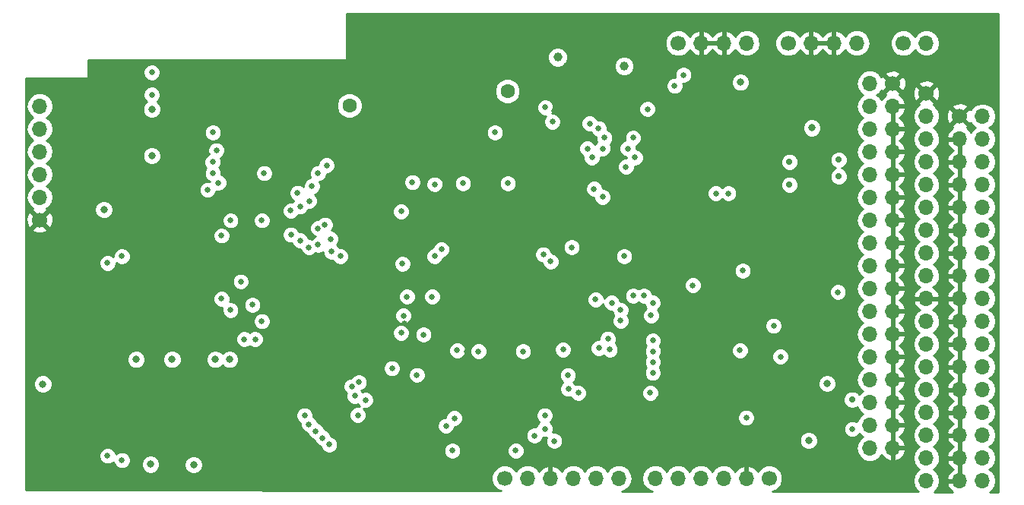
<source format=gbr>
%TF.GenerationSoftware,KiCad,Pcbnew,(5.0.0-rc2-dev-433-g81843c37a)*%
%TF.CreationDate,2018-08-17T12:44:53+02:00*%
%TF.ProjectId,phloppy_0,70686C6F7070795F302E6B696361645F,rev?*%
%TF.SameCoordinates,Original*%
%TF.FileFunction,Copper,L2,Inr,Signal*%
%TF.FilePolarity,Positive*%
%FSLAX46Y46*%
G04 Gerber Fmt 4.6, Leading zero omitted, Abs format (unit mm)*
G04 Created by KiCad (PCBNEW (5.0.0-rc2-dev-433-g81843c37a)) date Fri Aug 17 12:44:53 2018*
%MOMM*%
%LPD*%
G01*
G04 APERTURE LIST*
%TA.AperFunction,ViaPad*%
%ADD10O,1.700000X1.700000*%
%TD*%
%TA.AperFunction,ViaPad*%
%ADD11C,1.700000*%
%TD*%
%TA.AperFunction,ViaPad*%
%ADD12C,0.800000*%
%TD*%
%TA.AperFunction,ViaPad*%
%ADD13C,0.650000*%
%TD*%
%TA.AperFunction,ViaPad*%
%ADD14C,1.600000*%
%TD*%
%TA.AperFunction,ViaPad*%
%ADD15C,1.000000*%
%TD*%
%TA.AperFunction,ViaPad*%
%ADD16C,0.700000*%
%TD*%
%TA.AperFunction,Conductor*%
%ADD17C,0.254000*%
%TD*%
G04 APERTURE END LIST*
D10*
%TO.N,/rdy*%
%TO.C,P6*%
X121250000Y-73040000D03*
%TO.N,/side*%
X121250000Y-70500000D03*
%TO.N,/dkrd*%
X121250000Y-67960000D03*
%TO.N,/wprot*%
X121250000Y-65420000D03*
%TO.N,/trk0*%
X121250000Y-62880000D03*
%TO.N,/dkweb*%
X121250000Y-60340000D03*
%TO.N,/dkwdb*%
X121250000Y-57800000D03*
%TO.N,/step*%
X121250000Y-55260000D03*
%TO.N,GND*%
X121250000Y-52720000D03*
%TO.N,/debug4*%
X121250000Y-50180000D03*
%TO.N,/mtr0*%
X121250000Y-47640000D03*
%TO.N,/sel1*%
X121250000Y-45100000D03*
%TO.N,/sel0*%
X121250000Y-42560000D03*
%TO.N,/index*%
X121250000Y-40020000D03*
%TO.N,/debug3*%
X121250000Y-37480000D03*
%TO.N,/debug2*%
X121250000Y-34940000D03*
%TO.N,/chng*%
X121250000Y-32400000D03*
D11*
%TO.N,GND*%
X121250000Y-29860000D03*
%TD*%
D10*
%TO.N,/rdy*%
%TO.C,P8*%
X114960000Y-69390000D03*
%TO.N,GND*%
X117500000Y-69390000D03*
%TO.N,/side*%
X114960000Y-66850000D03*
%TO.N,GND*%
X117500000Y-66850000D03*
%TO.N,/dkrd*%
X114960000Y-64310000D03*
%TO.N,GND*%
X117500000Y-64310000D03*
%TO.N,/wprot*%
X114960000Y-61770000D03*
%TO.N,GND*%
X117500000Y-61770000D03*
%TO.N,/trk0*%
X114960000Y-59230000D03*
%TO.N,GND*%
X117500000Y-59230000D03*
%TO.N,/dkweb*%
X114960000Y-56690000D03*
%TO.N,GND*%
X117500000Y-56690000D03*
%TO.N,/dkwdb*%
X114960000Y-54150000D03*
%TO.N,GND*%
X117500000Y-54150000D03*
%TO.N,/step*%
X114960000Y-51610000D03*
%TO.N,GND*%
X117500000Y-51610000D03*
%TO.N,/dir*%
X114960000Y-49070000D03*
%TO.N,GND*%
X117500000Y-49070000D03*
%TO.N,/mtr0*%
X114960000Y-46530000D03*
%TO.N,GND*%
X117500000Y-46530000D03*
%TO.N,Net-(P8-Pad14)*%
X114960000Y-43990000D03*
%TO.N,GND*%
X117500000Y-43990000D03*
%TO.N,/sel1*%
X114960000Y-41450000D03*
%TO.N,GND*%
X117500000Y-41450000D03*
%TO.N,/sel0*%
X114960000Y-38910000D03*
%TO.N,GND*%
X117500000Y-38910000D03*
%TO.N,/index*%
X114960000Y-36370000D03*
%TO.N,GND*%
X117500000Y-36370000D03*
%TO.N,Net-(P8-Pad6)*%
X114960000Y-33830000D03*
%TO.N,GND*%
X117500000Y-33830000D03*
%TO.N,Net-(P8-Pad4)*%
X114960000Y-31290000D03*
%TO.N,GND*%
X117500000Y-31290000D03*
%TO.N,/chng*%
X114960000Y-28750000D03*
D11*
%TO.N,GND*%
X117500000Y-28750000D03*
%TD*%
%TO.N,+5V*%
%TO.C,P1*%
X93630000Y-24250000D03*
D10*
%TO.N,GND*%
X96170000Y-24250000D03*
X98710000Y-24250000D03*
%TO.N,+12V*%
X101250000Y-24250000D03*
%TD*%
D11*
%TO.N,+5V*%
%TO.C,P2*%
X105880000Y-24250000D03*
D10*
%TO.N,GND*%
X108420000Y-24250000D03*
X110960000Y-24250000D03*
%TO.N,+12V*%
X113500000Y-24250000D03*
%TD*%
D11*
%TO.N,GND*%
%TO.C,P3*%
X22500000Y-43950000D03*
D10*
%TO.N,/esp_io0*%
X22500000Y-41410000D03*
%TO.N,Net-(P3-Pad3)*%
X22500000Y-38870000D03*
%TO.N,/esp_rxd*%
X22500000Y-36330000D03*
%TO.N,/esp_txd*%
X22500000Y-33790000D03*
%TO.N,/esp_rst*%
X22500000Y-31250000D03*
%TD*%
D11*
%TO.N,+3V3*%
%TO.C,P4*%
X74300000Y-72750000D03*
D10*
%TO.N,/swclk*%
X76840000Y-72750000D03*
%TO.N,GND*%
X79380000Y-72750000D03*
%TO.N,/swdio*%
X81920000Y-72750000D03*
%TO.N,/nrst*%
X84460000Y-72750000D03*
%TO.N,Net-(P4-Pad6)*%
X87000000Y-72750000D03*
%TD*%
D11*
%TO.N,+3V3*%
%TO.C,P5*%
X103750000Y-72750000D03*
D10*
%TO.N,GND*%
X101210000Y-72750000D03*
%TO.N,/tck*%
X98670000Y-72750000D03*
%TO.N,/tdo*%
X96130000Y-72750000D03*
%TO.N,/tdi*%
X93590000Y-72750000D03*
%TO.N,/tms*%
X91050000Y-72750000D03*
%TD*%
%TO.N,/rdy*%
%TO.C,P7*%
X127500000Y-73040000D03*
%TO.N,GND*%
X124960000Y-73040000D03*
%TO.N,/side*%
X127500000Y-70500000D03*
%TO.N,GND*%
X124960000Y-70500000D03*
%TO.N,/dkrd*%
X127500000Y-67960000D03*
%TO.N,GND*%
X124960000Y-67960000D03*
%TO.N,/wprot*%
X127500000Y-65420000D03*
%TO.N,GND*%
X124960000Y-65420000D03*
%TO.N,/trk0*%
X127500000Y-62880000D03*
%TO.N,GND*%
X124960000Y-62880000D03*
%TO.N,/dkweb*%
X127500000Y-60340000D03*
%TO.N,GND*%
X124960000Y-60340000D03*
%TO.N,/dkwdb*%
X127500000Y-57800000D03*
%TO.N,GND*%
X124960000Y-57800000D03*
%TO.N,/step*%
X127500000Y-55260000D03*
%TO.N,GND*%
X124960000Y-55260000D03*
%TO.N,/dir*%
X127500000Y-52720000D03*
%TO.N,GND*%
X124960000Y-52720000D03*
%TO.N,/fdd_mtr0*%
X127500000Y-50180000D03*
%TO.N,GND*%
X124960000Y-50180000D03*
%TO.N,Net-(P7-Pad14)*%
X127500000Y-47640000D03*
%TO.N,GND*%
X124960000Y-47640000D03*
%TO.N,/fdd_sel1*%
X127500000Y-45100000D03*
%TO.N,GND*%
X124960000Y-45100000D03*
%TO.N,/fdd_sel0*%
X127500000Y-42560000D03*
%TO.N,GND*%
X124960000Y-42560000D03*
%TO.N,/index*%
X127500000Y-40020000D03*
%TO.N,GND*%
X124960000Y-40020000D03*
%TO.N,Net-(P7-Pad6)*%
X127500000Y-37480000D03*
%TO.N,GND*%
X124960000Y-37480000D03*
%TO.N,/fdd_mtr0*%
X127500000Y-34940000D03*
%TO.N,GND*%
X124960000Y-34940000D03*
%TO.N,/chng*%
X127500000Y-32400000D03*
D11*
%TO.N,GND*%
X124960000Y-32400000D03*
%TD*%
%TO.N,/sel3*%
%TO.C,J2*%
X118700000Y-24250000D03*
D10*
%TO.N,/sel2*%
X121240000Y-24250000D03*
%TD*%
D12*
%TO.N,GND*%
X35000000Y-39400000D03*
X50500000Y-35250000D03*
X48000000Y-35250000D03*
X106000000Y-34000000D03*
X75500000Y-32000000D03*
X73000000Y-32000000D03*
X70500000Y-32000000D03*
X49000000Y-53500000D03*
X38500000Y-57000000D03*
X33500000Y-63500000D03*
X27500000Y-63500000D03*
X25000000Y-63500000D03*
X74000000Y-42000000D03*
X77000000Y-45000000D03*
X67500000Y-51000000D03*
X70000000Y-52000000D03*
X72500000Y-52000000D03*
X75000000Y-52000000D03*
X75000000Y-47000000D03*
X72500000Y-47000000D03*
X70000000Y-47000000D03*
X89800000Y-42000000D03*
X96000000Y-41200000D03*
X93800000Y-41200000D03*
X88200000Y-40200000D03*
X98000000Y-50500000D03*
X100000000Y-51000000D03*
X100000000Y-53500000D03*
X102000000Y-53500000D03*
X102000000Y-56000000D03*
X100000000Y-56000000D03*
X87000000Y-70000000D03*
X99500000Y-62000000D03*
X89000000Y-68000000D03*
X96000000Y-67200000D03*
X93600000Y-67200000D03*
X91600000Y-67200000D03*
X99500000Y-64000000D03*
X97500000Y-64000000D03*
X95500000Y-64000000D03*
X93500000Y-64000000D03*
X91500000Y-64000000D03*
X119000000Y-73500000D03*
X117000000Y-73500000D03*
X115000000Y-73500000D03*
X113000000Y-73500000D03*
X111000000Y-73400000D03*
X109000000Y-73000000D03*
X107000000Y-73000000D03*
X107500000Y-69820000D03*
D13*
X81400000Y-40400000D03*
X70859616Y-39876225D03*
X84600000Y-47200000D03*
D12*
X44850000Y-42200000D03*
D13*
X79800000Y-31800000D03*
D12*
X58500000Y-44200000D03*
X58400000Y-50200000D03*
X51200000Y-55000000D03*
D14*
X67600000Y-31200000D03*
D15*
X90800000Y-24600000D03*
X80200000Y-23800000D03*
D12*
%TO.N,+3V3*%
X35000000Y-31600000D03*
X35000000Y-36800000D03*
X29650000Y-42800000D03*
D13*
X83750000Y-33200000D03*
D12*
X34850000Y-71200000D03*
X100550000Y-28600000D03*
D14*
X57000000Y-31200000D03*
D13*
%TO.N,Net-(C14-Pad1)*%
X79400000Y-48600000D03*
X80800000Y-58400000D03*
D14*
%TO.N,+5V*%
X74600000Y-29600000D03*
D13*
%TO.N,+5VD*%
X73200000Y-34199998D03*
D15*
X80200000Y-25800000D03*
X87600002Y-26800002D03*
D13*
%TO.N,/tdo*%
X104999998Y-59200000D03*
X101200000Y-66000000D03*
%TO.N,/swclk*%
X78600000Y-47800000D03*
%TO.N,/swdio*%
X89800000Y-52400000D03*
X85200012Y-41400000D03*
%TO.N,/nrst*%
X66200000Y-52500000D03*
X63400000Y-52500000D03*
%TO.N,/esp_miso*%
X42400000Y-39800000D03*
%TO.N,/esp_mosi*%
X41200010Y-40600000D03*
%TO.N,/esp_cs*%
X41800000Y-38750000D03*
%TO.N,/sdram_a7*%
X57258100Y-62519324D03*
%TO.N,/wprot*%
X113000000Y-67280000D03*
%TO.N,/sdram_dq0*%
X79800006Y-68600000D03*
%TO.N,/sdram_dq1*%
X77600000Y-68000000D03*
D16*
%TO.N,/side*%
X112995608Y-64001429D03*
D13*
%TO.N,/led1*%
X90200000Y-31600002D03*
X84750000Y-33750000D03*
%TO.N,/led2*%
X85400000Y-34800000D03*
X88600000Y-34800000D03*
%TO.N,/led3*%
X88000000Y-36000000D03*
X85200000Y-35999988D03*
%TO.N,/led4*%
X88800012Y-37000000D03*
X83500004Y-36000000D03*
%TO.N,/debug4*%
X111400000Y-52000000D03*
D16*
%TO.N,/index*%
X111500000Y-39100000D03*
D12*
%TO.N,/rdy*%
X108150000Y-68550000D03*
D16*
%TO.N,/fdd_sel1*%
X106000000Y-40040000D03*
D13*
%TO.N,/dkrd_uc*%
X90600000Y-54600000D03*
%TO.N,/flop3_trk0*%
X82500000Y-63250000D03*
X90500000Y-63250000D03*
D12*
%TO.N,GND*%
X103000000Y-41310000D03*
D13*
X81750000Y-53000000D03*
X95250000Y-56750000D03*
X101000000Y-47000000D03*
X104250000Y-53750000D03*
X98000000Y-58500000D03*
X63104899Y-55516293D03*
X62900784Y-47704424D03*
X75869402Y-39884390D03*
X75139489Y-58604464D03*
X70105209Y-58612628D03*
X64000000Y-58750000D03*
D12*
X39650000Y-59500000D03*
X34850000Y-59500000D03*
X22850000Y-71250000D03*
X33250000Y-71250000D03*
X37250000Y-71250000D03*
X42050000Y-71250000D03*
X43650000Y-71250000D03*
X101000000Y-45000000D03*
D13*
%TO.N,+3V3*%
X84406570Y-52819002D03*
D12*
X110200000Y-62200000D03*
X108500000Y-33690000D03*
D13*
X95250000Y-51250000D03*
X100809130Y-49607488D03*
X104250000Y-55750000D03*
X100500000Y-58500000D03*
X62746673Y-56537223D03*
X63014066Y-54637036D03*
X62892620Y-48831136D03*
X62750000Y-43000000D03*
X64000000Y-39750000D03*
X69651258Y-39876224D03*
X74636551Y-39876225D03*
X84250000Y-40500000D03*
X81750000Y-47000000D03*
X81334772Y-61267423D03*
X76339682Y-58612628D03*
X71370719Y-58604464D03*
X64500000Y-61250000D03*
D12*
X43650000Y-59500000D03*
X42050000Y-59500000D03*
X37250000Y-59500000D03*
X33250000Y-59500000D03*
X22850000Y-62250000D03*
X39650000Y-71250000D03*
D13*
%TO.N,/boot0*%
X66500000Y-40000000D03*
%TO.N,/boot1*%
X69000000Y-58500000D03*
%TO.N,/nrst*%
X81400000Y-62800000D03*
%TO.N,/esp_clk*%
X54454784Y-37875454D03*
X41750000Y-37500000D03*
%TO.N,/esp_miso*%
X52838837Y-40178644D03*
%TO.N,/esp_mosi*%
X51222889Y-40940183D03*
%TO.N,/esp_cs*%
X53500000Y-38750000D03*
X47500000Y-38750000D03*
%TO.N,/sdram_a0*%
X52520110Y-41841619D03*
X52492754Y-47004084D03*
%TO.N,/sdram_a1*%
X51500000Y-42468853D03*
X51500000Y-46250000D03*
%TO.N,/sdram_a2*%
X50478056Y-45597990D03*
X50453621Y-42922864D03*
%TO.N,/sdram_a4*%
X54882828Y-46068296D03*
X54257426Y-44496218D03*
%TO.N,/sdram_a5*%
X53494290Y-46725952D03*
X53500000Y-44881998D03*
%TO.N,/sdram_nras*%
X46189979Y-53406963D03*
X46500000Y-57254818D03*
%TO.N,/sdram_a6*%
X58048888Y-62034646D03*
X52000000Y-65750000D03*
%TO.N,/sdram_a7*%
X52500000Y-66750000D03*
%TO.N,/sdram_a8*%
X57589719Y-63590717D03*
X53250000Y-67500000D03*
%TO.N,/sdram_a9*%
X58775904Y-64039171D03*
X54000000Y-68250000D03*
%TO.N,/sdram_a10*%
X45281103Y-57254818D03*
X44911921Y-50835921D03*
%TO.N,/sdram_a11*%
X57940785Y-65717203D03*
X54750000Y-69000000D03*
%TO.N,/sdram_dq14*%
X78750000Y-65750000D03*
X78750000Y-67250000D03*
%TO.N,/sdram_dq0*%
X67762301Y-66922279D03*
%TO.N,/sdram_dq1*%
X68680096Y-66048108D03*
%TO.N,/sdram_ba0*%
X66500000Y-48000000D03*
X56000000Y-48000000D03*
%TO.N,/sdram_ba1*%
X67250000Y-47250000D03*
X55000000Y-47500000D03*
%TO.N,/sdram_clk*%
X87600000Y-48000000D03*
X88600000Y-52400000D03*
X68456914Y-69678972D03*
X75513208Y-69673062D03*
%TO.N,/sdram_dq2*%
X65250000Y-56750000D03*
X61750000Y-60500000D03*
%TO.N,/sdram_ncas*%
X43750000Y-44000000D03*
X43750000Y-54000000D03*
%TO.N,/sdram_cke*%
X30050000Y-48750000D03*
X30050000Y-70250000D03*
%TO.N,/sdram_ncs*%
X42740495Y-45696945D03*
X42750000Y-52750000D03*
%TO.N,/sdram_dqml*%
X47250000Y-44000000D03*
X47250000Y-55250000D03*
%TO.N,/sdram_dqmh*%
X31650000Y-48000000D03*
X31650000Y-70750000D03*
D16*
%TO.N,/fdd_mtr0*%
X111500000Y-37250000D03*
%TO.N,/fdd_sel0*%
X106000000Y-37500000D03*
D13*
%TO.N,/dir_uc*%
X90800000Y-59800000D03*
X85999992Y-58400000D03*
%TO.N,/wprot_uc*%
X90800000Y-61000000D03*
X84762685Y-58249731D03*
%TO.N,/dkrd_uc*%
X87200000Y-54000000D03*
%TO.N,/side_uc*%
X90800000Y-57400000D03*
X87200000Y-55200000D03*
%TO.N,/dkweb_uc*%
X90800000Y-53200000D03*
X86200000Y-53200000D03*
%TO.N,/xclk*%
X90800000Y-58600000D03*
X85799992Y-57200000D03*
%TO.N,/esp_rxd*%
X35000000Y-30000000D03*
%TO.N,/esp_txd*%
X35000000Y-27500000D03*
%TO.N,Net-(R11-Pad1)*%
X41800000Y-34200000D03*
%TO.N,Net-(R23-Pad1)*%
X42200000Y-36200000D03*
%TO.N,/flop2_trk0*%
X87793835Y-38024632D03*
X84000000Y-37000000D03*
%TO.N,/sel2*%
X93199992Y-29000000D03*
X79600000Y-33000000D03*
X97800000Y-41000000D03*
%TO.N,/sel3*%
X94199998Y-27800000D03*
X78800000Y-31400000D03*
X99200000Y-41000000D03*
%TD*%
D17*
%TO.N,GND*%
G36*
X129273000Y-74272766D02*
X128330561Y-74271030D01*
X128570625Y-74110625D01*
X128898839Y-73619418D01*
X129014092Y-73040000D01*
X128898839Y-72460582D01*
X128570625Y-71969375D01*
X128272239Y-71770000D01*
X128570625Y-71570625D01*
X128898839Y-71079418D01*
X129014092Y-70500000D01*
X128898839Y-69920582D01*
X128570625Y-69429375D01*
X128272239Y-69230000D01*
X128570625Y-69030625D01*
X128898839Y-68539418D01*
X129014092Y-67960000D01*
X128898839Y-67380582D01*
X128570625Y-66889375D01*
X128272239Y-66690000D01*
X128570625Y-66490625D01*
X128898839Y-65999418D01*
X129014092Y-65420000D01*
X128898839Y-64840582D01*
X128570625Y-64349375D01*
X128272239Y-64150000D01*
X128570625Y-63950625D01*
X128898839Y-63459418D01*
X129014092Y-62880000D01*
X128898839Y-62300582D01*
X128570625Y-61809375D01*
X128272239Y-61610000D01*
X128570625Y-61410625D01*
X128898839Y-60919418D01*
X129014092Y-60340000D01*
X128898839Y-59760582D01*
X128570625Y-59269375D01*
X128272239Y-59070000D01*
X128570625Y-58870625D01*
X128898839Y-58379418D01*
X129014092Y-57800000D01*
X128898839Y-57220582D01*
X128570625Y-56729375D01*
X128272239Y-56530000D01*
X128570625Y-56330625D01*
X128898839Y-55839418D01*
X129014092Y-55260000D01*
X128898839Y-54680582D01*
X128570625Y-54189375D01*
X128272239Y-53990000D01*
X128570625Y-53790625D01*
X128898839Y-53299418D01*
X129014092Y-52720000D01*
X128898839Y-52140582D01*
X128570625Y-51649375D01*
X128272239Y-51450000D01*
X128570625Y-51250625D01*
X128898839Y-50759418D01*
X129014092Y-50180000D01*
X128898839Y-49600582D01*
X128570625Y-49109375D01*
X128272239Y-48910000D01*
X128570625Y-48710625D01*
X128898839Y-48219418D01*
X129014092Y-47640000D01*
X128898839Y-47060582D01*
X128570625Y-46569375D01*
X128272239Y-46370000D01*
X128570625Y-46170625D01*
X128898839Y-45679418D01*
X129014092Y-45100000D01*
X128898839Y-44520582D01*
X128570625Y-44029375D01*
X128272239Y-43830000D01*
X128570625Y-43630625D01*
X128898839Y-43139418D01*
X129014092Y-42560000D01*
X128898839Y-41980582D01*
X128570625Y-41489375D01*
X128272239Y-41290000D01*
X128570625Y-41090625D01*
X128898839Y-40599418D01*
X129014092Y-40020000D01*
X128898839Y-39440582D01*
X128570625Y-38949375D01*
X128272239Y-38750000D01*
X128570625Y-38550625D01*
X128898839Y-38059418D01*
X129014092Y-37480000D01*
X128898839Y-36900582D01*
X128570625Y-36409375D01*
X128272239Y-36210000D01*
X128570625Y-36010625D01*
X128898839Y-35519418D01*
X129014092Y-34940000D01*
X128898839Y-34360582D01*
X128570625Y-33869375D01*
X128272239Y-33670000D01*
X128570625Y-33470625D01*
X128898839Y-32979418D01*
X129014092Y-32400000D01*
X128898839Y-31820582D01*
X128570625Y-31329375D01*
X128079418Y-31001161D01*
X127646256Y-30915000D01*
X127353744Y-30915000D01*
X126920582Y-31001161D01*
X126429375Y-31329375D01*
X126240963Y-31611353D01*
X126003958Y-31535647D01*
X125139605Y-32400000D01*
X126003958Y-33264353D01*
X126240963Y-33188647D01*
X126429375Y-33470625D01*
X126727761Y-33670000D01*
X126429375Y-33869375D01*
X126228647Y-34169786D01*
X125841358Y-33744817D01*
X125739697Y-33697074D01*
X125744080Y-33695259D01*
X125824353Y-33443958D01*
X124960000Y-32579605D01*
X124095647Y-33443958D01*
X124175920Y-33695259D01*
X124180574Y-33696947D01*
X124078642Y-33744817D01*
X123688355Y-34173076D01*
X123518524Y-34583110D01*
X123639845Y-34813000D01*
X124833000Y-34813000D01*
X124833000Y-34793000D01*
X125087000Y-34793000D01*
X125087000Y-34813000D01*
X125107000Y-34813000D01*
X125107000Y-35067000D01*
X125087000Y-35067000D01*
X125087000Y-37353000D01*
X125107000Y-37353000D01*
X125107000Y-37607000D01*
X125087000Y-37607000D01*
X125087000Y-39893000D01*
X125107000Y-39893000D01*
X125107000Y-40147000D01*
X125087000Y-40147000D01*
X125087000Y-42433000D01*
X125107000Y-42433000D01*
X125107000Y-42687000D01*
X125087000Y-42687000D01*
X125087000Y-44973000D01*
X125107000Y-44973000D01*
X125107000Y-45227000D01*
X125087000Y-45227000D01*
X125087000Y-47513000D01*
X125107000Y-47513000D01*
X125107000Y-47767000D01*
X125087000Y-47767000D01*
X125087000Y-50053000D01*
X125107000Y-50053000D01*
X125107000Y-50307000D01*
X125087000Y-50307000D01*
X125087000Y-52593000D01*
X125107000Y-52593000D01*
X125107000Y-52847000D01*
X125087000Y-52847000D01*
X125087000Y-55133000D01*
X125107000Y-55133000D01*
X125107000Y-55387000D01*
X125087000Y-55387000D01*
X125087000Y-57673000D01*
X125107000Y-57673000D01*
X125107000Y-57927000D01*
X125087000Y-57927000D01*
X125087000Y-60213000D01*
X125107000Y-60213000D01*
X125107000Y-60467000D01*
X125087000Y-60467000D01*
X125087000Y-62753000D01*
X125107000Y-62753000D01*
X125107000Y-63007000D01*
X125087000Y-63007000D01*
X125087000Y-65293000D01*
X125107000Y-65293000D01*
X125107000Y-65547000D01*
X125087000Y-65547000D01*
X125087000Y-67833000D01*
X125107000Y-67833000D01*
X125107000Y-68087000D01*
X125087000Y-68087000D01*
X125087000Y-70373000D01*
X125107000Y-70373000D01*
X125107000Y-70627000D01*
X125087000Y-70627000D01*
X125087000Y-72913000D01*
X125107000Y-72913000D01*
X125107000Y-73167000D01*
X125087000Y-73167000D01*
X125087000Y-73187000D01*
X124833000Y-73187000D01*
X124833000Y-73167000D01*
X123639845Y-73167000D01*
X123518524Y-73396890D01*
X123688355Y-73806924D01*
X124078642Y-74235183D01*
X124138535Y-74263310D01*
X122097740Y-74259552D01*
X122320625Y-74110625D01*
X122648839Y-73619418D01*
X122764092Y-73040000D01*
X122648839Y-72460582D01*
X122320625Y-71969375D01*
X122022239Y-71770000D01*
X122320625Y-71570625D01*
X122648839Y-71079418D01*
X122693102Y-70856890D01*
X123518524Y-70856890D01*
X123688355Y-71266924D01*
X124078642Y-71695183D01*
X124237954Y-71770000D01*
X124078642Y-71844817D01*
X123688355Y-72273076D01*
X123518524Y-72683110D01*
X123639845Y-72913000D01*
X124833000Y-72913000D01*
X124833000Y-70627000D01*
X123639845Y-70627000D01*
X123518524Y-70856890D01*
X122693102Y-70856890D01*
X122764092Y-70500000D01*
X122648839Y-69920582D01*
X122320625Y-69429375D01*
X122022239Y-69230000D01*
X122320625Y-69030625D01*
X122648839Y-68539418D01*
X122693102Y-68316890D01*
X123518524Y-68316890D01*
X123688355Y-68726924D01*
X124078642Y-69155183D01*
X124237954Y-69230000D01*
X124078642Y-69304817D01*
X123688355Y-69733076D01*
X123518524Y-70143110D01*
X123639845Y-70373000D01*
X124833000Y-70373000D01*
X124833000Y-68087000D01*
X123639845Y-68087000D01*
X123518524Y-68316890D01*
X122693102Y-68316890D01*
X122764092Y-67960000D01*
X122648839Y-67380582D01*
X122320625Y-66889375D01*
X122022239Y-66690000D01*
X122320625Y-66490625D01*
X122648839Y-65999418D01*
X122693102Y-65776890D01*
X123518524Y-65776890D01*
X123688355Y-66186924D01*
X124078642Y-66615183D01*
X124237954Y-66690000D01*
X124078642Y-66764817D01*
X123688355Y-67193076D01*
X123518524Y-67603110D01*
X123639845Y-67833000D01*
X124833000Y-67833000D01*
X124833000Y-65547000D01*
X123639845Y-65547000D01*
X123518524Y-65776890D01*
X122693102Y-65776890D01*
X122764092Y-65420000D01*
X122648839Y-64840582D01*
X122320625Y-64349375D01*
X122022239Y-64150000D01*
X122320625Y-63950625D01*
X122648839Y-63459418D01*
X122693102Y-63236890D01*
X123518524Y-63236890D01*
X123688355Y-63646924D01*
X124078642Y-64075183D01*
X124237954Y-64150000D01*
X124078642Y-64224817D01*
X123688355Y-64653076D01*
X123518524Y-65063110D01*
X123639845Y-65293000D01*
X124833000Y-65293000D01*
X124833000Y-63007000D01*
X123639845Y-63007000D01*
X123518524Y-63236890D01*
X122693102Y-63236890D01*
X122764092Y-62880000D01*
X122648839Y-62300582D01*
X122320625Y-61809375D01*
X122022239Y-61610000D01*
X122320625Y-61410625D01*
X122648839Y-60919418D01*
X122693102Y-60696890D01*
X123518524Y-60696890D01*
X123688355Y-61106924D01*
X124078642Y-61535183D01*
X124237954Y-61610000D01*
X124078642Y-61684817D01*
X123688355Y-62113076D01*
X123518524Y-62523110D01*
X123639845Y-62753000D01*
X124833000Y-62753000D01*
X124833000Y-60467000D01*
X123639845Y-60467000D01*
X123518524Y-60696890D01*
X122693102Y-60696890D01*
X122764092Y-60340000D01*
X122648839Y-59760582D01*
X122320625Y-59269375D01*
X122022239Y-59070000D01*
X122320625Y-58870625D01*
X122648839Y-58379418D01*
X122693102Y-58156890D01*
X123518524Y-58156890D01*
X123688355Y-58566924D01*
X124078642Y-58995183D01*
X124237954Y-59070000D01*
X124078642Y-59144817D01*
X123688355Y-59573076D01*
X123518524Y-59983110D01*
X123639845Y-60213000D01*
X124833000Y-60213000D01*
X124833000Y-57927000D01*
X123639845Y-57927000D01*
X123518524Y-58156890D01*
X122693102Y-58156890D01*
X122764092Y-57800000D01*
X122648839Y-57220582D01*
X122320625Y-56729375D01*
X122022239Y-56530000D01*
X122320625Y-56330625D01*
X122648839Y-55839418D01*
X122693102Y-55616890D01*
X123518524Y-55616890D01*
X123688355Y-56026924D01*
X124078642Y-56455183D01*
X124237954Y-56530000D01*
X124078642Y-56604817D01*
X123688355Y-57033076D01*
X123518524Y-57443110D01*
X123639845Y-57673000D01*
X124833000Y-57673000D01*
X124833000Y-55387000D01*
X123639845Y-55387000D01*
X123518524Y-55616890D01*
X122693102Y-55616890D01*
X122764092Y-55260000D01*
X122648839Y-54680582D01*
X122320625Y-54189375D01*
X122001522Y-53976157D01*
X122131358Y-53915183D01*
X122521645Y-53486924D01*
X122691476Y-53076890D01*
X123518524Y-53076890D01*
X123688355Y-53486924D01*
X124078642Y-53915183D01*
X124237954Y-53990000D01*
X124078642Y-54064817D01*
X123688355Y-54493076D01*
X123518524Y-54903110D01*
X123639845Y-55133000D01*
X124833000Y-55133000D01*
X124833000Y-52847000D01*
X123639845Y-52847000D01*
X123518524Y-53076890D01*
X122691476Y-53076890D01*
X122570155Y-52847000D01*
X121377000Y-52847000D01*
X121377000Y-52867000D01*
X121123000Y-52867000D01*
X121123000Y-52847000D01*
X119929845Y-52847000D01*
X119808524Y-53076890D01*
X119978355Y-53486924D01*
X120368642Y-53915183D01*
X120498478Y-53976157D01*
X120179375Y-54189375D01*
X119851161Y-54680582D01*
X119735908Y-55260000D01*
X119851161Y-55839418D01*
X120179375Y-56330625D01*
X120477761Y-56530000D01*
X120179375Y-56729375D01*
X119851161Y-57220582D01*
X119735908Y-57800000D01*
X119851161Y-58379418D01*
X120179375Y-58870625D01*
X120477761Y-59070000D01*
X120179375Y-59269375D01*
X119851161Y-59760582D01*
X119735908Y-60340000D01*
X119851161Y-60919418D01*
X120179375Y-61410625D01*
X120477761Y-61610000D01*
X120179375Y-61809375D01*
X119851161Y-62300582D01*
X119735908Y-62880000D01*
X119851161Y-63459418D01*
X120179375Y-63950625D01*
X120477761Y-64150000D01*
X120179375Y-64349375D01*
X119851161Y-64840582D01*
X119735908Y-65420000D01*
X119851161Y-65999418D01*
X120179375Y-66490625D01*
X120477761Y-66690000D01*
X120179375Y-66889375D01*
X119851161Y-67380582D01*
X119735908Y-67960000D01*
X119851161Y-68539418D01*
X120179375Y-69030625D01*
X120477761Y-69230000D01*
X120179375Y-69429375D01*
X119851161Y-69920582D01*
X119735908Y-70500000D01*
X119851161Y-71079418D01*
X120179375Y-71570625D01*
X120477761Y-71770000D01*
X120179375Y-71969375D01*
X119851161Y-72460582D01*
X119735908Y-73040000D01*
X119851161Y-73619418D01*
X120179375Y-74110625D01*
X120397574Y-74256421D01*
X104066281Y-74226345D01*
X104591185Y-74008922D01*
X105008922Y-73591185D01*
X105235000Y-73045385D01*
X105235000Y-72454615D01*
X105008922Y-71908815D01*
X104591185Y-71491078D01*
X104045385Y-71265000D01*
X103454615Y-71265000D01*
X102908815Y-71491078D01*
X102491078Y-71908815D01*
X102459665Y-71984653D01*
X102405183Y-71868642D01*
X101976924Y-71478355D01*
X101566890Y-71308524D01*
X101337000Y-71429845D01*
X101337000Y-72623000D01*
X101357000Y-72623000D01*
X101357000Y-72877000D01*
X101337000Y-72877000D01*
X101337000Y-72897000D01*
X101083000Y-72897000D01*
X101083000Y-72877000D01*
X101063000Y-72877000D01*
X101063000Y-72623000D01*
X101083000Y-72623000D01*
X101083000Y-71429845D01*
X100853110Y-71308524D01*
X100443076Y-71478355D01*
X100014817Y-71868642D01*
X99953843Y-71998478D01*
X99740625Y-71679375D01*
X99249418Y-71351161D01*
X98816256Y-71265000D01*
X98523744Y-71265000D01*
X98090582Y-71351161D01*
X97599375Y-71679375D01*
X97400000Y-71977761D01*
X97200625Y-71679375D01*
X96709418Y-71351161D01*
X96276256Y-71265000D01*
X95983744Y-71265000D01*
X95550582Y-71351161D01*
X95059375Y-71679375D01*
X94860000Y-71977761D01*
X94660625Y-71679375D01*
X94169418Y-71351161D01*
X93736256Y-71265000D01*
X93443744Y-71265000D01*
X93010582Y-71351161D01*
X92519375Y-71679375D01*
X92320000Y-71977761D01*
X92120625Y-71679375D01*
X91629418Y-71351161D01*
X91196256Y-71265000D01*
X90903744Y-71265000D01*
X90470582Y-71351161D01*
X89979375Y-71679375D01*
X89651161Y-72170582D01*
X89535908Y-72750000D01*
X89651161Y-73329418D01*
X89979375Y-73820625D01*
X90470582Y-74148839D01*
X90736819Y-74201797D01*
X87344588Y-74195549D01*
X87579418Y-74148839D01*
X88070625Y-73820625D01*
X88398839Y-73329418D01*
X88514092Y-72750000D01*
X88398839Y-72170582D01*
X88070625Y-71679375D01*
X87579418Y-71351161D01*
X87146256Y-71265000D01*
X86853744Y-71265000D01*
X86420582Y-71351161D01*
X85929375Y-71679375D01*
X85730000Y-71977761D01*
X85530625Y-71679375D01*
X85039418Y-71351161D01*
X84606256Y-71265000D01*
X84313744Y-71265000D01*
X83880582Y-71351161D01*
X83389375Y-71679375D01*
X83190000Y-71977761D01*
X82990625Y-71679375D01*
X82499418Y-71351161D01*
X82066256Y-71265000D01*
X81773744Y-71265000D01*
X81340582Y-71351161D01*
X80849375Y-71679375D01*
X80636157Y-71998478D01*
X80575183Y-71868642D01*
X80146924Y-71478355D01*
X79736890Y-71308524D01*
X79507000Y-71429845D01*
X79507000Y-72623000D01*
X79527000Y-72623000D01*
X79527000Y-72877000D01*
X79507000Y-72877000D01*
X79507000Y-72897000D01*
X79253000Y-72897000D01*
X79253000Y-72877000D01*
X79233000Y-72877000D01*
X79233000Y-72623000D01*
X79253000Y-72623000D01*
X79253000Y-71429845D01*
X79023110Y-71308524D01*
X78613076Y-71478355D01*
X78184817Y-71868642D01*
X78123843Y-71998478D01*
X77910625Y-71679375D01*
X77419418Y-71351161D01*
X76986256Y-71265000D01*
X76693744Y-71265000D01*
X76260582Y-71351161D01*
X75769375Y-71679375D01*
X75580791Y-71961611D01*
X75558922Y-71908815D01*
X75141185Y-71491078D01*
X74595385Y-71265000D01*
X74004615Y-71265000D01*
X73458815Y-71491078D01*
X73041078Y-71908815D01*
X72815000Y-72454615D01*
X72815000Y-73045385D01*
X73041078Y-73591185D01*
X73458815Y-74008922D01*
X73849372Y-74170696D01*
X20927000Y-74073233D01*
X20927000Y-70059044D01*
X29090000Y-70059044D01*
X29090000Y-70440956D01*
X29236151Y-70793797D01*
X29506203Y-71063849D01*
X29859044Y-71210000D01*
X30240956Y-71210000D01*
X30593797Y-71063849D01*
X30697817Y-70959829D01*
X30836151Y-71293797D01*
X31106203Y-71563849D01*
X31459044Y-71710000D01*
X31840956Y-71710000D01*
X32193797Y-71563849D01*
X32463849Y-71293797D01*
X32587976Y-70994126D01*
X33815000Y-70994126D01*
X33815000Y-71405874D01*
X33972569Y-71786280D01*
X34263720Y-72077431D01*
X34644126Y-72235000D01*
X35055874Y-72235000D01*
X35436280Y-72077431D01*
X35727431Y-71786280D01*
X35885000Y-71405874D01*
X35885000Y-71044126D01*
X38615000Y-71044126D01*
X38615000Y-71455874D01*
X38772569Y-71836280D01*
X39063720Y-72127431D01*
X39444126Y-72285000D01*
X39855874Y-72285000D01*
X40236280Y-72127431D01*
X40527431Y-71836280D01*
X40685000Y-71455874D01*
X40685000Y-71044126D01*
X40527431Y-70663720D01*
X40236280Y-70372569D01*
X39855874Y-70215000D01*
X39444126Y-70215000D01*
X39063720Y-70372569D01*
X38772569Y-70663720D01*
X38615000Y-71044126D01*
X35885000Y-71044126D01*
X35885000Y-70994126D01*
X35727431Y-70613720D01*
X35436280Y-70322569D01*
X35055874Y-70165000D01*
X34644126Y-70165000D01*
X34263720Y-70322569D01*
X33972569Y-70613720D01*
X33815000Y-70994126D01*
X32587976Y-70994126D01*
X32610000Y-70940956D01*
X32610000Y-70559044D01*
X32463849Y-70206203D01*
X32193797Y-69936151D01*
X31840956Y-69790000D01*
X31459044Y-69790000D01*
X31106203Y-69936151D01*
X31002183Y-70040171D01*
X30863849Y-69706203D01*
X30593797Y-69436151D01*
X30240956Y-69290000D01*
X29859044Y-69290000D01*
X29506203Y-69436151D01*
X29236151Y-69706203D01*
X29090000Y-70059044D01*
X20927000Y-70059044D01*
X20927000Y-65559044D01*
X51040000Y-65559044D01*
X51040000Y-65940956D01*
X51186151Y-66293797D01*
X51456203Y-66563849D01*
X51540000Y-66598559D01*
X51540000Y-66940956D01*
X51686151Y-67293797D01*
X51956203Y-67563849D01*
X52295578Y-67704422D01*
X52436151Y-68043797D01*
X52706203Y-68313849D01*
X53045578Y-68454422D01*
X53186151Y-68793797D01*
X53456203Y-69063849D01*
X53795578Y-69204422D01*
X53936151Y-69543797D01*
X54206203Y-69813849D01*
X54559044Y-69960000D01*
X54940956Y-69960000D01*
X55293797Y-69813849D01*
X55563849Y-69543797D01*
X55586954Y-69488016D01*
X67496914Y-69488016D01*
X67496914Y-69869928D01*
X67643065Y-70222769D01*
X67913117Y-70492821D01*
X68265958Y-70638972D01*
X68647870Y-70638972D01*
X69000711Y-70492821D01*
X69270763Y-70222769D01*
X69416914Y-69869928D01*
X69416914Y-69488016D01*
X69414467Y-69482106D01*
X74553208Y-69482106D01*
X74553208Y-69864018D01*
X74699359Y-70216859D01*
X74969411Y-70486911D01*
X75322252Y-70633062D01*
X75704164Y-70633062D01*
X76057005Y-70486911D01*
X76327057Y-70216859D01*
X76473208Y-69864018D01*
X76473208Y-69482106D01*
X76327057Y-69129265D01*
X76057005Y-68859213D01*
X75704164Y-68713062D01*
X75322252Y-68713062D01*
X74969411Y-68859213D01*
X74699359Y-69129265D01*
X74553208Y-69482106D01*
X69414467Y-69482106D01*
X69270763Y-69135175D01*
X69000711Y-68865123D01*
X68647870Y-68718972D01*
X68265958Y-68718972D01*
X67913117Y-68865123D01*
X67643065Y-69135175D01*
X67496914Y-69488016D01*
X55586954Y-69488016D01*
X55710000Y-69190956D01*
X55710000Y-68809044D01*
X55563849Y-68456203D01*
X55293797Y-68186151D01*
X54954422Y-68045578D01*
X54813849Y-67706203D01*
X54543797Y-67436151D01*
X54204422Y-67295578D01*
X54063849Y-66956203D01*
X53838969Y-66731323D01*
X66802301Y-66731323D01*
X66802301Y-67113235D01*
X66948452Y-67466076D01*
X67218504Y-67736128D01*
X67571345Y-67882279D01*
X67953257Y-67882279D01*
X68130062Y-67809044D01*
X76640000Y-67809044D01*
X76640000Y-68190956D01*
X76786151Y-68543797D01*
X77056203Y-68813849D01*
X77409044Y-68960000D01*
X77790956Y-68960000D01*
X78143797Y-68813849D01*
X78413849Y-68543797D01*
X78553127Y-68207549D01*
X78559044Y-68210000D01*
X78922452Y-68210000D01*
X78840006Y-68409044D01*
X78840006Y-68790956D01*
X78986157Y-69143797D01*
X79256209Y-69413849D01*
X79609050Y-69560000D01*
X79990962Y-69560000D01*
X80343803Y-69413849D01*
X80613855Y-69143797D01*
X80760006Y-68790956D01*
X80760006Y-68409044D01*
X80733117Y-68344126D01*
X107115000Y-68344126D01*
X107115000Y-68755874D01*
X107272569Y-69136280D01*
X107563720Y-69427431D01*
X107944126Y-69585000D01*
X108355874Y-69585000D01*
X108736280Y-69427431D01*
X109027431Y-69136280D01*
X109185000Y-68755874D01*
X109185000Y-68344126D01*
X109027431Y-67963720D01*
X108736280Y-67672569D01*
X108355874Y-67515000D01*
X107944126Y-67515000D01*
X107563720Y-67672569D01*
X107272569Y-67963720D01*
X107115000Y-68344126D01*
X80733117Y-68344126D01*
X80613855Y-68056203D01*
X80343803Y-67786151D01*
X79990962Y-67640000D01*
X79627554Y-67640000D01*
X79710000Y-67440956D01*
X79710000Y-67059044D01*
X79563849Y-66706203D01*
X79357646Y-66500000D01*
X79563849Y-66293797D01*
X79710000Y-65940956D01*
X79710000Y-65809044D01*
X100240000Y-65809044D01*
X100240000Y-66190956D01*
X100386151Y-66543797D01*
X100656203Y-66813849D01*
X101009044Y-66960000D01*
X101390956Y-66960000D01*
X101743797Y-66813849D01*
X102013849Y-66543797D01*
X102160000Y-66190956D01*
X102160000Y-65809044D01*
X102013849Y-65456203D01*
X101743797Y-65186151D01*
X101390956Y-65040000D01*
X101009044Y-65040000D01*
X100656203Y-65186151D01*
X100386151Y-65456203D01*
X100240000Y-65809044D01*
X79710000Y-65809044D01*
X79710000Y-65559044D01*
X79563849Y-65206203D01*
X79293797Y-64936151D01*
X78940956Y-64790000D01*
X78559044Y-64790000D01*
X78206203Y-64936151D01*
X77936151Y-65206203D01*
X77790000Y-65559044D01*
X77790000Y-65940956D01*
X77936151Y-66293797D01*
X78142354Y-66500000D01*
X77936151Y-66706203D01*
X77796873Y-67042451D01*
X77790956Y-67040000D01*
X77409044Y-67040000D01*
X77056203Y-67186151D01*
X76786151Y-67456203D01*
X76640000Y-67809044D01*
X68130062Y-67809044D01*
X68306098Y-67736128D01*
X68576150Y-67466076D01*
X68722301Y-67113235D01*
X68722301Y-67008108D01*
X68871052Y-67008108D01*
X69223893Y-66861957D01*
X69493945Y-66591905D01*
X69640096Y-66239064D01*
X69640096Y-65857152D01*
X69493945Y-65504311D01*
X69223893Y-65234259D01*
X68871052Y-65088108D01*
X68489140Y-65088108D01*
X68136299Y-65234259D01*
X67866247Y-65504311D01*
X67720096Y-65857152D01*
X67720096Y-65962279D01*
X67571345Y-65962279D01*
X67218504Y-66108430D01*
X66948452Y-66378482D01*
X66802301Y-66731323D01*
X53838969Y-66731323D01*
X53793797Y-66686151D01*
X53454422Y-66545578D01*
X53313849Y-66206203D01*
X53043797Y-65936151D01*
X52960000Y-65901441D01*
X52960000Y-65559044D01*
X52813849Y-65206203D01*
X52543797Y-64936151D01*
X52190956Y-64790000D01*
X51809044Y-64790000D01*
X51456203Y-64936151D01*
X51186151Y-65206203D01*
X51040000Y-65559044D01*
X20927000Y-65559044D01*
X20927000Y-62044126D01*
X21815000Y-62044126D01*
X21815000Y-62455874D01*
X21972569Y-62836280D01*
X22263720Y-63127431D01*
X22644126Y-63285000D01*
X23055874Y-63285000D01*
X23436280Y-63127431D01*
X23727431Y-62836280D01*
X23885000Y-62455874D01*
X23885000Y-62328368D01*
X56298100Y-62328368D01*
X56298100Y-62710280D01*
X56444251Y-63063121D01*
X56673996Y-63292866D01*
X56629719Y-63399761D01*
X56629719Y-63781673D01*
X56775870Y-64134514D01*
X57045922Y-64404566D01*
X57398763Y-64550717D01*
X57780675Y-64550717D01*
X57924090Y-64491313D01*
X57962055Y-64582968D01*
X58139507Y-64760420D01*
X58131741Y-64757203D01*
X57749829Y-64757203D01*
X57396988Y-64903354D01*
X57126936Y-65173406D01*
X56980785Y-65526247D01*
X56980785Y-65908159D01*
X57126936Y-66261000D01*
X57396988Y-66531052D01*
X57749829Y-66677203D01*
X58131741Y-66677203D01*
X58484582Y-66531052D01*
X58754634Y-66261000D01*
X58900785Y-65908159D01*
X58900785Y-65526247D01*
X58754634Y-65173406D01*
X58577182Y-64995954D01*
X58584948Y-64999171D01*
X58966860Y-64999171D01*
X59319701Y-64853020D01*
X59589753Y-64582968D01*
X59735904Y-64230127D01*
X59735904Y-63848215D01*
X59589753Y-63495374D01*
X59319701Y-63225322D01*
X58966860Y-63079171D01*
X58584948Y-63079171D01*
X58441533Y-63138575D01*
X58403568Y-63046920D01*
X58318651Y-62962003D01*
X58592685Y-62848495D01*
X58862737Y-62578443D01*
X59008888Y-62225602D01*
X59008888Y-61843690D01*
X58862737Y-61490849D01*
X58592685Y-61220797D01*
X58239844Y-61074646D01*
X57857932Y-61074646D01*
X57505091Y-61220797D01*
X57235039Y-61490849D01*
X57206676Y-61559324D01*
X57067144Y-61559324D01*
X56714303Y-61705475D01*
X56444251Y-61975527D01*
X56298100Y-62328368D01*
X23885000Y-62328368D01*
X23885000Y-62044126D01*
X23727431Y-61663720D01*
X23436280Y-61372569D01*
X23055874Y-61215000D01*
X22644126Y-61215000D01*
X22263720Y-61372569D01*
X21972569Y-61663720D01*
X21815000Y-62044126D01*
X20927000Y-62044126D01*
X20927000Y-59294126D01*
X32215000Y-59294126D01*
X32215000Y-59705874D01*
X32372569Y-60086280D01*
X32663720Y-60377431D01*
X33044126Y-60535000D01*
X33455874Y-60535000D01*
X33836280Y-60377431D01*
X34127431Y-60086280D01*
X34285000Y-59705874D01*
X34285000Y-59294126D01*
X36215000Y-59294126D01*
X36215000Y-59705874D01*
X36372569Y-60086280D01*
X36663720Y-60377431D01*
X37044126Y-60535000D01*
X37455874Y-60535000D01*
X37836280Y-60377431D01*
X38127431Y-60086280D01*
X38285000Y-59705874D01*
X38285000Y-59294126D01*
X41015000Y-59294126D01*
X41015000Y-59705874D01*
X41172569Y-60086280D01*
X41463720Y-60377431D01*
X41844126Y-60535000D01*
X42255874Y-60535000D01*
X42636280Y-60377431D01*
X42850000Y-60163711D01*
X43063720Y-60377431D01*
X43444126Y-60535000D01*
X43855874Y-60535000D01*
X44236280Y-60377431D01*
X44304667Y-60309044D01*
X60790000Y-60309044D01*
X60790000Y-60690956D01*
X60936151Y-61043797D01*
X61206203Y-61313849D01*
X61559044Y-61460000D01*
X61940956Y-61460000D01*
X62293797Y-61313849D01*
X62548602Y-61059044D01*
X63540000Y-61059044D01*
X63540000Y-61440956D01*
X63686151Y-61793797D01*
X63956203Y-62063849D01*
X64309044Y-62210000D01*
X64690956Y-62210000D01*
X65043797Y-62063849D01*
X65313849Y-61793797D01*
X65460000Y-61440956D01*
X65460000Y-61076467D01*
X80374772Y-61076467D01*
X80374772Y-61458379D01*
X80520923Y-61811220D01*
X80776029Y-62066326D01*
X80586151Y-62256203D01*
X80440000Y-62609044D01*
X80440000Y-62990956D01*
X80586151Y-63343797D01*
X80856203Y-63613849D01*
X81209044Y-63760000D01*
X81590956Y-63760000D01*
X81660261Y-63731293D01*
X81686151Y-63793797D01*
X81956203Y-64063849D01*
X82309044Y-64210000D01*
X82690956Y-64210000D01*
X83043797Y-64063849D01*
X83313849Y-63793797D01*
X83460000Y-63440956D01*
X83460000Y-63059044D01*
X89540000Y-63059044D01*
X89540000Y-63440956D01*
X89686151Y-63793797D01*
X89956203Y-64063849D01*
X90309044Y-64210000D01*
X90690956Y-64210000D01*
X91043797Y-64063849D01*
X91302146Y-63805500D01*
X112010608Y-63805500D01*
X112010608Y-64197358D01*
X112160566Y-64559387D01*
X112437650Y-64836471D01*
X112799679Y-64986429D01*
X113191537Y-64986429D01*
X113550853Y-64837595D01*
X113561161Y-64889418D01*
X113889375Y-65380625D01*
X114187761Y-65580000D01*
X113889375Y-65779375D01*
X113561161Y-66270582D01*
X113523899Y-66457909D01*
X113190956Y-66320000D01*
X112809044Y-66320000D01*
X112456203Y-66466151D01*
X112186151Y-66736203D01*
X112040000Y-67089044D01*
X112040000Y-67470956D01*
X112186151Y-67823797D01*
X112456203Y-68093849D01*
X112809044Y-68240000D01*
X113190956Y-68240000D01*
X113543797Y-68093849D01*
X113813849Y-67823797D01*
X113817993Y-67813794D01*
X113889375Y-67920625D01*
X114187761Y-68120000D01*
X113889375Y-68319375D01*
X113561161Y-68810582D01*
X113445908Y-69390000D01*
X113561161Y-69969418D01*
X113889375Y-70460625D01*
X114380582Y-70788839D01*
X114813744Y-70875000D01*
X115106256Y-70875000D01*
X115539418Y-70788839D01*
X116030625Y-70460625D01*
X116231353Y-70160214D01*
X116618642Y-70585183D01*
X117143108Y-70831486D01*
X117373000Y-70710819D01*
X117373000Y-69517000D01*
X117627000Y-69517000D01*
X117627000Y-70710819D01*
X117856892Y-70831486D01*
X118381358Y-70585183D01*
X118771645Y-70156924D01*
X118941476Y-69746890D01*
X118820155Y-69517000D01*
X117627000Y-69517000D01*
X117373000Y-69517000D01*
X117353000Y-69517000D01*
X117353000Y-69263000D01*
X117373000Y-69263000D01*
X117373000Y-66977000D01*
X117627000Y-66977000D01*
X117627000Y-69263000D01*
X118820155Y-69263000D01*
X118941476Y-69033110D01*
X118771645Y-68623076D01*
X118381358Y-68194817D01*
X118222046Y-68120000D01*
X118381358Y-68045183D01*
X118771645Y-67616924D01*
X118941476Y-67206890D01*
X118820155Y-66977000D01*
X117627000Y-66977000D01*
X117373000Y-66977000D01*
X117353000Y-66977000D01*
X117353000Y-66723000D01*
X117373000Y-66723000D01*
X117373000Y-64437000D01*
X117627000Y-64437000D01*
X117627000Y-66723000D01*
X118820155Y-66723000D01*
X118941476Y-66493110D01*
X118771645Y-66083076D01*
X118381358Y-65654817D01*
X118222046Y-65580000D01*
X118381358Y-65505183D01*
X118771645Y-65076924D01*
X118941476Y-64666890D01*
X118820155Y-64437000D01*
X117627000Y-64437000D01*
X117373000Y-64437000D01*
X117353000Y-64437000D01*
X117353000Y-64183000D01*
X117373000Y-64183000D01*
X117373000Y-61897000D01*
X117627000Y-61897000D01*
X117627000Y-64183000D01*
X118820155Y-64183000D01*
X118941476Y-63953110D01*
X118771645Y-63543076D01*
X118381358Y-63114817D01*
X118222046Y-63040000D01*
X118381358Y-62965183D01*
X118771645Y-62536924D01*
X118941476Y-62126890D01*
X118820155Y-61897000D01*
X117627000Y-61897000D01*
X117373000Y-61897000D01*
X117353000Y-61897000D01*
X117353000Y-61643000D01*
X117373000Y-61643000D01*
X117373000Y-59357000D01*
X117627000Y-59357000D01*
X117627000Y-61643000D01*
X118820155Y-61643000D01*
X118941476Y-61413110D01*
X118771645Y-61003076D01*
X118381358Y-60574817D01*
X118222046Y-60500000D01*
X118381358Y-60425183D01*
X118771645Y-59996924D01*
X118941476Y-59586890D01*
X118820155Y-59357000D01*
X117627000Y-59357000D01*
X117373000Y-59357000D01*
X117353000Y-59357000D01*
X117353000Y-59103000D01*
X117373000Y-59103000D01*
X117373000Y-56817000D01*
X117627000Y-56817000D01*
X117627000Y-59103000D01*
X118820155Y-59103000D01*
X118941476Y-58873110D01*
X118771645Y-58463076D01*
X118381358Y-58034817D01*
X118222046Y-57960000D01*
X118381358Y-57885183D01*
X118771645Y-57456924D01*
X118941476Y-57046890D01*
X118820155Y-56817000D01*
X117627000Y-56817000D01*
X117373000Y-56817000D01*
X117353000Y-56817000D01*
X117353000Y-56563000D01*
X117373000Y-56563000D01*
X117373000Y-54277000D01*
X117627000Y-54277000D01*
X117627000Y-56563000D01*
X118820155Y-56563000D01*
X118941476Y-56333110D01*
X118771645Y-55923076D01*
X118381358Y-55494817D01*
X118222046Y-55420000D01*
X118381358Y-55345183D01*
X118771645Y-54916924D01*
X118941476Y-54506890D01*
X118820155Y-54277000D01*
X117627000Y-54277000D01*
X117373000Y-54277000D01*
X117353000Y-54277000D01*
X117353000Y-54023000D01*
X117373000Y-54023000D01*
X117373000Y-51737000D01*
X117627000Y-51737000D01*
X117627000Y-54023000D01*
X118820155Y-54023000D01*
X118941476Y-53793110D01*
X118771645Y-53383076D01*
X118381358Y-52954817D01*
X118222046Y-52880000D01*
X118381358Y-52805183D01*
X118771645Y-52376924D01*
X118941476Y-51966890D01*
X118820155Y-51737000D01*
X117627000Y-51737000D01*
X117373000Y-51737000D01*
X117353000Y-51737000D01*
X117353000Y-51483000D01*
X117373000Y-51483000D01*
X117373000Y-49197000D01*
X117627000Y-49197000D01*
X117627000Y-51483000D01*
X118820155Y-51483000D01*
X118941476Y-51253110D01*
X118771645Y-50843076D01*
X118381358Y-50414817D01*
X118222046Y-50340000D01*
X118381358Y-50265183D01*
X118771645Y-49836924D01*
X118941476Y-49426890D01*
X118820155Y-49197000D01*
X117627000Y-49197000D01*
X117373000Y-49197000D01*
X117353000Y-49197000D01*
X117353000Y-48943000D01*
X117373000Y-48943000D01*
X117373000Y-46657000D01*
X117627000Y-46657000D01*
X117627000Y-48943000D01*
X118820155Y-48943000D01*
X118941476Y-48713110D01*
X118771645Y-48303076D01*
X118381358Y-47874817D01*
X118222046Y-47800000D01*
X118381358Y-47725183D01*
X118771645Y-47296924D01*
X118941476Y-46886890D01*
X118820155Y-46657000D01*
X117627000Y-46657000D01*
X117373000Y-46657000D01*
X117353000Y-46657000D01*
X117353000Y-46403000D01*
X117373000Y-46403000D01*
X117373000Y-44117000D01*
X117627000Y-44117000D01*
X117627000Y-46403000D01*
X118820155Y-46403000D01*
X118941476Y-46173110D01*
X118771645Y-45763076D01*
X118381358Y-45334817D01*
X118222046Y-45260000D01*
X118381358Y-45185183D01*
X118771645Y-44756924D01*
X118941476Y-44346890D01*
X118820155Y-44117000D01*
X117627000Y-44117000D01*
X117373000Y-44117000D01*
X117353000Y-44117000D01*
X117353000Y-43863000D01*
X117373000Y-43863000D01*
X117373000Y-41577000D01*
X117627000Y-41577000D01*
X117627000Y-43863000D01*
X118820155Y-43863000D01*
X118941476Y-43633110D01*
X118771645Y-43223076D01*
X118381358Y-42794817D01*
X118222046Y-42720000D01*
X118381358Y-42645183D01*
X118771645Y-42216924D01*
X118941476Y-41806890D01*
X118820155Y-41577000D01*
X117627000Y-41577000D01*
X117373000Y-41577000D01*
X117353000Y-41577000D01*
X117353000Y-41323000D01*
X117373000Y-41323000D01*
X117373000Y-39037000D01*
X117627000Y-39037000D01*
X117627000Y-41323000D01*
X118820155Y-41323000D01*
X118941476Y-41093110D01*
X118771645Y-40683076D01*
X118381358Y-40254817D01*
X118222046Y-40180000D01*
X118381358Y-40105183D01*
X118771645Y-39676924D01*
X118941476Y-39266890D01*
X118820155Y-39037000D01*
X117627000Y-39037000D01*
X117373000Y-39037000D01*
X117353000Y-39037000D01*
X117353000Y-38783000D01*
X117373000Y-38783000D01*
X117373000Y-36497000D01*
X117627000Y-36497000D01*
X117627000Y-38783000D01*
X118820155Y-38783000D01*
X118941476Y-38553110D01*
X118771645Y-38143076D01*
X118381358Y-37714817D01*
X118222046Y-37640000D01*
X118381358Y-37565183D01*
X118771645Y-37136924D01*
X118941476Y-36726890D01*
X118820155Y-36497000D01*
X117627000Y-36497000D01*
X117373000Y-36497000D01*
X117353000Y-36497000D01*
X117353000Y-36243000D01*
X117373000Y-36243000D01*
X117373000Y-33957000D01*
X117627000Y-33957000D01*
X117627000Y-36243000D01*
X118820155Y-36243000D01*
X118941476Y-36013110D01*
X118771645Y-35603076D01*
X118381358Y-35174817D01*
X118222046Y-35100000D01*
X118381358Y-35025183D01*
X118771645Y-34596924D01*
X118941476Y-34186890D01*
X118820155Y-33957000D01*
X117627000Y-33957000D01*
X117373000Y-33957000D01*
X117353000Y-33957000D01*
X117353000Y-33703000D01*
X117373000Y-33703000D01*
X117373000Y-31417000D01*
X117627000Y-31417000D01*
X117627000Y-33703000D01*
X118820155Y-33703000D01*
X118941476Y-33473110D01*
X118771645Y-33063076D01*
X118381358Y-32634817D01*
X118222046Y-32560000D01*
X118381358Y-32485183D01*
X118458988Y-32400000D01*
X119735908Y-32400000D01*
X119851161Y-32979418D01*
X120179375Y-33470625D01*
X120477761Y-33670000D01*
X120179375Y-33869375D01*
X119851161Y-34360582D01*
X119735908Y-34940000D01*
X119851161Y-35519418D01*
X120179375Y-36010625D01*
X120477761Y-36210000D01*
X120179375Y-36409375D01*
X119851161Y-36900582D01*
X119735908Y-37480000D01*
X119851161Y-38059418D01*
X120179375Y-38550625D01*
X120477761Y-38750000D01*
X120179375Y-38949375D01*
X119851161Y-39440582D01*
X119735908Y-40020000D01*
X119851161Y-40599418D01*
X120179375Y-41090625D01*
X120477761Y-41290000D01*
X120179375Y-41489375D01*
X119851161Y-41980582D01*
X119735908Y-42560000D01*
X119851161Y-43139418D01*
X120179375Y-43630625D01*
X120477761Y-43830000D01*
X120179375Y-44029375D01*
X119851161Y-44520582D01*
X119735908Y-45100000D01*
X119851161Y-45679418D01*
X120179375Y-46170625D01*
X120477761Y-46370000D01*
X120179375Y-46569375D01*
X119851161Y-47060582D01*
X119735908Y-47640000D01*
X119851161Y-48219418D01*
X120179375Y-48710625D01*
X120477761Y-48910000D01*
X120179375Y-49109375D01*
X119851161Y-49600582D01*
X119735908Y-50180000D01*
X119851161Y-50759418D01*
X120179375Y-51250625D01*
X120498478Y-51463843D01*
X120368642Y-51524817D01*
X119978355Y-51953076D01*
X119808524Y-52363110D01*
X119929845Y-52593000D01*
X121123000Y-52593000D01*
X121123000Y-52573000D01*
X121377000Y-52573000D01*
X121377000Y-52593000D01*
X122570155Y-52593000D01*
X122691476Y-52363110D01*
X122521645Y-51953076D01*
X122131358Y-51524817D01*
X122001522Y-51463843D01*
X122320625Y-51250625D01*
X122648839Y-50759418D01*
X122693102Y-50536890D01*
X123518524Y-50536890D01*
X123688355Y-50946924D01*
X124078642Y-51375183D01*
X124237954Y-51450000D01*
X124078642Y-51524817D01*
X123688355Y-51953076D01*
X123518524Y-52363110D01*
X123639845Y-52593000D01*
X124833000Y-52593000D01*
X124833000Y-50307000D01*
X123639845Y-50307000D01*
X123518524Y-50536890D01*
X122693102Y-50536890D01*
X122764092Y-50180000D01*
X122648839Y-49600582D01*
X122320625Y-49109375D01*
X122022239Y-48910000D01*
X122320625Y-48710625D01*
X122648839Y-48219418D01*
X122693102Y-47996890D01*
X123518524Y-47996890D01*
X123688355Y-48406924D01*
X124078642Y-48835183D01*
X124237954Y-48910000D01*
X124078642Y-48984817D01*
X123688355Y-49413076D01*
X123518524Y-49823110D01*
X123639845Y-50053000D01*
X124833000Y-50053000D01*
X124833000Y-47767000D01*
X123639845Y-47767000D01*
X123518524Y-47996890D01*
X122693102Y-47996890D01*
X122764092Y-47640000D01*
X122648839Y-47060582D01*
X122320625Y-46569375D01*
X122022239Y-46370000D01*
X122320625Y-46170625D01*
X122648839Y-45679418D01*
X122693102Y-45456890D01*
X123518524Y-45456890D01*
X123688355Y-45866924D01*
X124078642Y-46295183D01*
X124237954Y-46370000D01*
X124078642Y-46444817D01*
X123688355Y-46873076D01*
X123518524Y-47283110D01*
X123639845Y-47513000D01*
X124833000Y-47513000D01*
X124833000Y-45227000D01*
X123639845Y-45227000D01*
X123518524Y-45456890D01*
X122693102Y-45456890D01*
X122764092Y-45100000D01*
X122648839Y-44520582D01*
X122320625Y-44029375D01*
X122022239Y-43830000D01*
X122320625Y-43630625D01*
X122648839Y-43139418D01*
X122693102Y-42916890D01*
X123518524Y-42916890D01*
X123688355Y-43326924D01*
X124078642Y-43755183D01*
X124237954Y-43830000D01*
X124078642Y-43904817D01*
X123688355Y-44333076D01*
X123518524Y-44743110D01*
X123639845Y-44973000D01*
X124833000Y-44973000D01*
X124833000Y-42687000D01*
X123639845Y-42687000D01*
X123518524Y-42916890D01*
X122693102Y-42916890D01*
X122764092Y-42560000D01*
X122648839Y-41980582D01*
X122320625Y-41489375D01*
X122022239Y-41290000D01*
X122320625Y-41090625D01*
X122648839Y-40599418D01*
X122693102Y-40376890D01*
X123518524Y-40376890D01*
X123688355Y-40786924D01*
X124078642Y-41215183D01*
X124237954Y-41290000D01*
X124078642Y-41364817D01*
X123688355Y-41793076D01*
X123518524Y-42203110D01*
X123639845Y-42433000D01*
X124833000Y-42433000D01*
X124833000Y-40147000D01*
X123639845Y-40147000D01*
X123518524Y-40376890D01*
X122693102Y-40376890D01*
X122764092Y-40020000D01*
X122648839Y-39440582D01*
X122320625Y-38949375D01*
X122022239Y-38750000D01*
X122320625Y-38550625D01*
X122648839Y-38059418D01*
X122693102Y-37836890D01*
X123518524Y-37836890D01*
X123688355Y-38246924D01*
X124078642Y-38675183D01*
X124237954Y-38750000D01*
X124078642Y-38824817D01*
X123688355Y-39253076D01*
X123518524Y-39663110D01*
X123639845Y-39893000D01*
X124833000Y-39893000D01*
X124833000Y-37607000D01*
X123639845Y-37607000D01*
X123518524Y-37836890D01*
X122693102Y-37836890D01*
X122764092Y-37480000D01*
X122648839Y-36900582D01*
X122320625Y-36409375D01*
X122022239Y-36210000D01*
X122320625Y-36010625D01*
X122648839Y-35519418D01*
X122693102Y-35296890D01*
X123518524Y-35296890D01*
X123688355Y-35706924D01*
X124078642Y-36135183D01*
X124237954Y-36210000D01*
X124078642Y-36284817D01*
X123688355Y-36713076D01*
X123518524Y-37123110D01*
X123639845Y-37353000D01*
X124833000Y-37353000D01*
X124833000Y-35067000D01*
X123639845Y-35067000D01*
X123518524Y-35296890D01*
X122693102Y-35296890D01*
X122764092Y-34940000D01*
X122648839Y-34360582D01*
X122320625Y-33869375D01*
X122022239Y-33670000D01*
X122320625Y-33470625D01*
X122648839Y-32979418D01*
X122764092Y-32400000D01*
X122718597Y-32171279D01*
X123463282Y-32171279D01*
X123489685Y-32761458D01*
X123664741Y-33184080D01*
X123916042Y-33264353D01*
X124780395Y-32400000D01*
X123916042Y-31535647D01*
X123664741Y-31615920D01*
X123463282Y-32171279D01*
X122718597Y-32171279D01*
X122648839Y-31820582D01*
X122338444Y-31356042D01*
X124095647Y-31356042D01*
X124960000Y-32220395D01*
X125824353Y-31356042D01*
X125744080Y-31104741D01*
X125188721Y-30903282D01*
X124598542Y-30929685D01*
X124175920Y-31104741D01*
X124095647Y-31356042D01*
X122338444Y-31356042D01*
X122320625Y-31329375D01*
X122038647Y-31140963D01*
X122114353Y-30903958D01*
X121250000Y-30039605D01*
X120385647Y-30903958D01*
X120461353Y-31140963D01*
X120179375Y-31329375D01*
X119851161Y-31820582D01*
X119735908Y-32400000D01*
X118458988Y-32400000D01*
X118771645Y-32056924D01*
X118941476Y-31646890D01*
X118820155Y-31417000D01*
X117627000Y-31417000D01*
X117373000Y-31417000D01*
X117353000Y-31417000D01*
X117353000Y-31163000D01*
X117373000Y-31163000D01*
X117373000Y-31143000D01*
X117627000Y-31143000D01*
X117627000Y-31163000D01*
X118820155Y-31163000D01*
X118941476Y-30933110D01*
X118771645Y-30523076D01*
X118381358Y-30094817D01*
X118279697Y-30047074D01*
X118284080Y-30045259D01*
X118364353Y-29793958D01*
X118201674Y-29631279D01*
X119753282Y-29631279D01*
X119779685Y-30221458D01*
X119954741Y-30644080D01*
X120206042Y-30724353D01*
X121070395Y-29860000D01*
X121429605Y-29860000D01*
X122293958Y-30724353D01*
X122545259Y-30644080D01*
X122746718Y-30088721D01*
X122720315Y-29498542D01*
X122545259Y-29075920D01*
X122293958Y-28995647D01*
X121429605Y-29860000D01*
X121070395Y-29860000D01*
X120206042Y-28995647D01*
X119954741Y-29075920D01*
X119753282Y-29631279D01*
X118201674Y-29631279D01*
X117500000Y-28929605D01*
X116635647Y-29793958D01*
X116715920Y-30045259D01*
X116720574Y-30046947D01*
X116618642Y-30094817D01*
X116231353Y-30519786D01*
X116030625Y-30219375D01*
X115732239Y-30020000D01*
X116030625Y-29820625D01*
X116219037Y-29538647D01*
X116456042Y-29614353D01*
X117320395Y-28750000D01*
X117679605Y-28750000D01*
X118543958Y-29614353D01*
X118795259Y-29534080D01*
X118996718Y-28978721D01*
X118989441Y-28816042D01*
X120385647Y-28816042D01*
X121250000Y-29680395D01*
X122114353Y-28816042D01*
X122034080Y-28564741D01*
X121478721Y-28363282D01*
X120888542Y-28389685D01*
X120465920Y-28564741D01*
X120385647Y-28816042D01*
X118989441Y-28816042D01*
X118970315Y-28388542D01*
X118795259Y-27965920D01*
X118543958Y-27885647D01*
X117679605Y-28750000D01*
X117320395Y-28750000D01*
X116456042Y-27885647D01*
X116219037Y-27961353D01*
X116048444Y-27706042D01*
X116635647Y-27706042D01*
X117500000Y-28570395D01*
X118364353Y-27706042D01*
X118284080Y-27454741D01*
X117728721Y-27253282D01*
X117138542Y-27279685D01*
X116715920Y-27454741D01*
X116635647Y-27706042D01*
X116048444Y-27706042D01*
X116030625Y-27679375D01*
X115539418Y-27351161D01*
X115106256Y-27265000D01*
X114813744Y-27265000D01*
X114380582Y-27351161D01*
X113889375Y-27679375D01*
X113561161Y-28170582D01*
X113445908Y-28750000D01*
X113561161Y-29329418D01*
X113889375Y-29820625D01*
X114187761Y-30020000D01*
X113889375Y-30219375D01*
X113561161Y-30710582D01*
X113445908Y-31290000D01*
X113561161Y-31869418D01*
X113889375Y-32360625D01*
X114187761Y-32560000D01*
X113889375Y-32759375D01*
X113561161Y-33250582D01*
X113445908Y-33830000D01*
X113561161Y-34409418D01*
X113889375Y-34900625D01*
X114187761Y-35100000D01*
X113889375Y-35299375D01*
X113561161Y-35790582D01*
X113445908Y-36370000D01*
X113561161Y-36949418D01*
X113889375Y-37440625D01*
X114187761Y-37640000D01*
X113889375Y-37839375D01*
X113561161Y-38330582D01*
X113445908Y-38910000D01*
X113561161Y-39489418D01*
X113889375Y-39980625D01*
X114187761Y-40180000D01*
X113889375Y-40379375D01*
X113561161Y-40870582D01*
X113445908Y-41450000D01*
X113561161Y-42029418D01*
X113889375Y-42520625D01*
X114187761Y-42720000D01*
X113889375Y-42919375D01*
X113561161Y-43410582D01*
X113445908Y-43990000D01*
X113561161Y-44569418D01*
X113889375Y-45060625D01*
X114187761Y-45260000D01*
X113889375Y-45459375D01*
X113561161Y-45950582D01*
X113445908Y-46530000D01*
X113561161Y-47109418D01*
X113889375Y-47600625D01*
X114187761Y-47800000D01*
X113889375Y-47999375D01*
X113561161Y-48490582D01*
X113445908Y-49070000D01*
X113561161Y-49649418D01*
X113889375Y-50140625D01*
X114187761Y-50340000D01*
X113889375Y-50539375D01*
X113561161Y-51030582D01*
X113445908Y-51610000D01*
X113561161Y-52189418D01*
X113889375Y-52680625D01*
X114187761Y-52880000D01*
X113889375Y-53079375D01*
X113561161Y-53570582D01*
X113445908Y-54150000D01*
X113561161Y-54729418D01*
X113889375Y-55220625D01*
X114187761Y-55420000D01*
X113889375Y-55619375D01*
X113561161Y-56110582D01*
X113445908Y-56690000D01*
X113561161Y-57269418D01*
X113889375Y-57760625D01*
X114187761Y-57960000D01*
X113889375Y-58159375D01*
X113561161Y-58650582D01*
X113445908Y-59230000D01*
X113561161Y-59809418D01*
X113889375Y-60300625D01*
X114187761Y-60500000D01*
X113889375Y-60699375D01*
X113561161Y-61190582D01*
X113445908Y-61770000D01*
X113561161Y-62349418D01*
X113889375Y-62840625D01*
X114187761Y-63040000D01*
X113889375Y-63239375D01*
X113784104Y-63396925D01*
X113553566Y-63166387D01*
X113191537Y-63016429D01*
X112799679Y-63016429D01*
X112437650Y-63166387D01*
X112160566Y-63443471D01*
X112010608Y-63805500D01*
X91302146Y-63805500D01*
X91313849Y-63793797D01*
X91460000Y-63440956D01*
X91460000Y-63059044D01*
X91313849Y-62706203D01*
X91043797Y-62436151D01*
X90690956Y-62290000D01*
X90309044Y-62290000D01*
X89956203Y-62436151D01*
X89686151Y-62706203D01*
X89540000Y-63059044D01*
X83460000Y-63059044D01*
X83313849Y-62706203D01*
X83043797Y-62436151D01*
X82690956Y-62290000D01*
X82309044Y-62290000D01*
X82239739Y-62318707D01*
X82213849Y-62256203D01*
X81958744Y-62001098D01*
X81965715Y-61994126D01*
X109165000Y-61994126D01*
X109165000Y-62405874D01*
X109322569Y-62786280D01*
X109613720Y-63077431D01*
X109994126Y-63235000D01*
X110405874Y-63235000D01*
X110786280Y-63077431D01*
X111077431Y-62786280D01*
X111235000Y-62405874D01*
X111235000Y-61994126D01*
X111077431Y-61613720D01*
X110786280Y-61322569D01*
X110405874Y-61165000D01*
X109994126Y-61165000D01*
X109613720Y-61322569D01*
X109322569Y-61613720D01*
X109165000Y-61994126D01*
X81965715Y-61994126D01*
X82148621Y-61811220D01*
X82294772Y-61458379D01*
X82294772Y-61076467D01*
X82148621Y-60723626D01*
X81878569Y-60453574D01*
X81525728Y-60307423D01*
X81143816Y-60307423D01*
X80790975Y-60453574D01*
X80520923Y-60723626D01*
X80374772Y-61076467D01*
X65460000Y-61076467D01*
X65460000Y-61059044D01*
X65313849Y-60706203D01*
X65043797Y-60436151D01*
X64690956Y-60290000D01*
X64309044Y-60290000D01*
X63956203Y-60436151D01*
X63686151Y-60706203D01*
X63540000Y-61059044D01*
X62548602Y-61059044D01*
X62563849Y-61043797D01*
X62710000Y-60690956D01*
X62710000Y-60309044D01*
X62563849Y-59956203D01*
X62293797Y-59686151D01*
X61940956Y-59540000D01*
X61559044Y-59540000D01*
X61206203Y-59686151D01*
X60936151Y-59956203D01*
X60790000Y-60309044D01*
X44304667Y-60309044D01*
X44527431Y-60086280D01*
X44685000Y-59705874D01*
X44685000Y-59294126D01*
X44527431Y-58913720D01*
X44236280Y-58622569D01*
X43855874Y-58465000D01*
X43444126Y-58465000D01*
X43063720Y-58622569D01*
X42850000Y-58836289D01*
X42636280Y-58622569D01*
X42255874Y-58465000D01*
X41844126Y-58465000D01*
X41463720Y-58622569D01*
X41172569Y-58913720D01*
X41015000Y-59294126D01*
X38285000Y-59294126D01*
X38127431Y-58913720D01*
X37836280Y-58622569D01*
X37455874Y-58465000D01*
X37044126Y-58465000D01*
X36663720Y-58622569D01*
X36372569Y-58913720D01*
X36215000Y-59294126D01*
X34285000Y-59294126D01*
X34127431Y-58913720D01*
X33836280Y-58622569D01*
X33455874Y-58465000D01*
X33044126Y-58465000D01*
X32663720Y-58622569D01*
X32372569Y-58913720D01*
X32215000Y-59294126D01*
X20927000Y-59294126D01*
X20927000Y-58309044D01*
X68040000Y-58309044D01*
X68040000Y-58690956D01*
X68186151Y-59043797D01*
X68456203Y-59313849D01*
X68809044Y-59460000D01*
X69190956Y-59460000D01*
X69543797Y-59313849D01*
X69813849Y-59043797D01*
X69960000Y-58690956D01*
X69960000Y-58413508D01*
X70410719Y-58413508D01*
X70410719Y-58795420D01*
X70556870Y-59148261D01*
X70826922Y-59418313D01*
X71179763Y-59564464D01*
X71561675Y-59564464D01*
X71914516Y-59418313D01*
X72184568Y-59148261D01*
X72330719Y-58795420D01*
X72330719Y-58421672D01*
X75379682Y-58421672D01*
X75379682Y-58803584D01*
X75525833Y-59156425D01*
X75795885Y-59426477D01*
X76148726Y-59572628D01*
X76530638Y-59572628D01*
X76883479Y-59426477D01*
X77153531Y-59156425D01*
X77299682Y-58803584D01*
X77299682Y-58421672D01*
X77211609Y-58209044D01*
X79840000Y-58209044D01*
X79840000Y-58590956D01*
X79986151Y-58943797D01*
X80256203Y-59213849D01*
X80609044Y-59360000D01*
X80990956Y-59360000D01*
X81343797Y-59213849D01*
X81613849Y-58943797D01*
X81760000Y-58590956D01*
X81760000Y-58209044D01*
X81697757Y-58058775D01*
X83802685Y-58058775D01*
X83802685Y-58440687D01*
X83948836Y-58793528D01*
X84218888Y-59063580D01*
X84571729Y-59209731D01*
X84953641Y-59209731D01*
X85306089Y-59063743D01*
X85456195Y-59213849D01*
X85809036Y-59360000D01*
X86190948Y-59360000D01*
X86543789Y-59213849D01*
X86813841Y-58943797D01*
X86959992Y-58590956D01*
X86959992Y-58209044D01*
X86813841Y-57856203D01*
X86639497Y-57681859D01*
X86759992Y-57390956D01*
X86759992Y-57209044D01*
X89840000Y-57209044D01*
X89840000Y-57590956D01*
X89986151Y-57943797D01*
X90042354Y-58000000D01*
X89986151Y-58056203D01*
X89840000Y-58409044D01*
X89840000Y-58790956D01*
X89986151Y-59143797D01*
X90042354Y-59200000D01*
X89986151Y-59256203D01*
X89840000Y-59609044D01*
X89840000Y-59990956D01*
X89986151Y-60343797D01*
X90042354Y-60400000D01*
X89986151Y-60456203D01*
X89840000Y-60809044D01*
X89840000Y-61190956D01*
X89986151Y-61543797D01*
X90256203Y-61813849D01*
X90609044Y-61960000D01*
X90990956Y-61960000D01*
X91343797Y-61813849D01*
X91613849Y-61543797D01*
X91760000Y-61190956D01*
X91760000Y-60809044D01*
X91613849Y-60456203D01*
X91557646Y-60400000D01*
X91613849Y-60343797D01*
X91760000Y-59990956D01*
X91760000Y-59609044D01*
X91613849Y-59256203D01*
X91557646Y-59200000D01*
X91613849Y-59143797D01*
X91760000Y-58790956D01*
X91760000Y-58409044D01*
X91718579Y-58309044D01*
X99540000Y-58309044D01*
X99540000Y-58690956D01*
X99686151Y-59043797D01*
X99956203Y-59313849D01*
X100309044Y-59460000D01*
X100690956Y-59460000D01*
X101043797Y-59313849D01*
X101313849Y-59043797D01*
X101328244Y-59009044D01*
X104039998Y-59009044D01*
X104039998Y-59390956D01*
X104186149Y-59743797D01*
X104456201Y-60013849D01*
X104809042Y-60160000D01*
X105190954Y-60160000D01*
X105543795Y-60013849D01*
X105813847Y-59743797D01*
X105959998Y-59390956D01*
X105959998Y-59009044D01*
X105813847Y-58656203D01*
X105543795Y-58386151D01*
X105190954Y-58240000D01*
X104809042Y-58240000D01*
X104456201Y-58386151D01*
X104186149Y-58656203D01*
X104039998Y-59009044D01*
X101328244Y-59009044D01*
X101460000Y-58690956D01*
X101460000Y-58309044D01*
X101313849Y-57956203D01*
X101043797Y-57686151D01*
X100690956Y-57540000D01*
X100309044Y-57540000D01*
X99956203Y-57686151D01*
X99686151Y-57956203D01*
X99540000Y-58309044D01*
X91718579Y-58309044D01*
X91613849Y-58056203D01*
X91557646Y-58000000D01*
X91613849Y-57943797D01*
X91760000Y-57590956D01*
X91760000Y-57209044D01*
X91613849Y-56856203D01*
X91343797Y-56586151D01*
X90990956Y-56440000D01*
X90609044Y-56440000D01*
X90256203Y-56586151D01*
X89986151Y-56856203D01*
X89840000Y-57209044D01*
X86759992Y-57209044D01*
X86759992Y-57009044D01*
X86613841Y-56656203D01*
X86343789Y-56386151D01*
X85990948Y-56240000D01*
X85609036Y-56240000D01*
X85256195Y-56386151D01*
X84986143Y-56656203D01*
X84839992Y-57009044D01*
X84839992Y-57289731D01*
X84571729Y-57289731D01*
X84218888Y-57435882D01*
X83948836Y-57705934D01*
X83802685Y-58058775D01*
X81697757Y-58058775D01*
X81613849Y-57856203D01*
X81343797Y-57586151D01*
X80990956Y-57440000D01*
X80609044Y-57440000D01*
X80256203Y-57586151D01*
X79986151Y-57856203D01*
X79840000Y-58209044D01*
X77211609Y-58209044D01*
X77153531Y-58068831D01*
X76883479Y-57798779D01*
X76530638Y-57652628D01*
X76148726Y-57652628D01*
X75795885Y-57798779D01*
X75525833Y-58068831D01*
X75379682Y-58421672D01*
X72330719Y-58421672D01*
X72330719Y-58413508D01*
X72184568Y-58060667D01*
X71914516Y-57790615D01*
X71561675Y-57644464D01*
X71179763Y-57644464D01*
X70826922Y-57790615D01*
X70556870Y-58060667D01*
X70410719Y-58413508D01*
X69960000Y-58413508D01*
X69960000Y-58309044D01*
X69813849Y-57956203D01*
X69543797Y-57686151D01*
X69190956Y-57540000D01*
X68809044Y-57540000D01*
X68456203Y-57686151D01*
X68186151Y-57956203D01*
X68040000Y-58309044D01*
X20927000Y-58309044D01*
X20927000Y-57063862D01*
X44321103Y-57063862D01*
X44321103Y-57445774D01*
X44467254Y-57798615D01*
X44737306Y-58068667D01*
X45090147Y-58214818D01*
X45472059Y-58214818D01*
X45824900Y-58068667D01*
X45890552Y-58003016D01*
X45956203Y-58068667D01*
X46309044Y-58214818D01*
X46690956Y-58214818D01*
X47043797Y-58068667D01*
X47313849Y-57798615D01*
X47460000Y-57445774D01*
X47460000Y-57063862D01*
X47313849Y-56711021D01*
X47043797Y-56440969D01*
X46815166Y-56346267D01*
X61786673Y-56346267D01*
X61786673Y-56728179D01*
X61932824Y-57081020D01*
X62202876Y-57351072D01*
X62555717Y-57497223D01*
X62937629Y-57497223D01*
X63290470Y-57351072D01*
X63560522Y-57081020D01*
X63706673Y-56728179D01*
X63706673Y-56559044D01*
X64290000Y-56559044D01*
X64290000Y-56940956D01*
X64436151Y-57293797D01*
X64706203Y-57563849D01*
X65059044Y-57710000D01*
X65440956Y-57710000D01*
X65793797Y-57563849D01*
X66063849Y-57293797D01*
X66210000Y-56940956D01*
X66210000Y-56559044D01*
X66063849Y-56206203D01*
X65793797Y-55936151D01*
X65440956Y-55790000D01*
X65059044Y-55790000D01*
X64706203Y-55936151D01*
X64436151Y-56206203D01*
X64290000Y-56559044D01*
X63706673Y-56559044D01*
X63706673Y-56346267D01*
X63560522Y-55993426D01*
X63290470Y-55723374D01*
X62985462Y-55597036D01*
X63205022Y-55597036D01*
X63557863Y-55450885D01*
X63827915Y-55180833D01*
X63974066Y-54827992D01*
X63974066Y-54446080D01*
X63827915Y-54093239D01*
X63557863Y-53823187D01*
X63205022Y-53677036D01*
X62823110Y-53677036D01*
X62470269Y-53823187D01*
X62200217Y-54093239D01*
X62054066Y-54446080D01*
X62054066Y-54827992D01*
X62200217Y-55180833D01*
X62470269Y-55450885D01*
X62775277Y-55577223D01*
X62555717Y-55577223D01*
X62202876Y-55723374D01*
X61932824Y-55993426D01*
X61786673Y-56346267D01*
X46815166Y-56346267D01*
X46690956Y-56294818D01*
X46309044Y-56294818D01*
X45956203Y-56440969D01*
X45890552Y-56506621D01*
X45824900Y-56440969D01*
X45472059Y-56294818D01*
X45090147Y-56294818D01*
X44737306Y-56440969D01*
X44467254Y-56711021D01*
X44321103Y-57063862D01*
X20927000Y-57063862D01*
X20927000Y-55059044D01*
X46290000Y-55059044D01*
X46290000Y-55440956D01*
X46436151Y-55793797D01*
X46706203Y-56063849D01*
X47059044Y-56210000D01*
X47440956Y-56210000D01*
X47793797Y-56063849D01*
X48063849Y-55793797D01*
X48210000Y-55440956D01*
X48210000Y-55059044D01*
X48063849Y-54706203D01*
X47793797Y-54436151D01*
X47440956Y-54290000D01*
X47059044Y-54290000D01*
X46706203Y-54436151D01*
X46436151Y-54706203D01*
X46290000Y-55059044D01*
X20927000Y-55059044D01*
X20927000Y-52559044D01*
X41790000Y-52559044D01*
X41790000Y-52940956D01*
X41936151Y-53293797D01*
X42206203Y-53563849D01*
X42559044Y-53710000D01*
X42831025Y-53710000D01*
X42790000Y-53809044D01*
X42790000Y-54190956D01*
X42936151Y-54543797D01*
X43206203Y-54813849D01*
X43559044Y-54960000D01*
X43940956Y-54960000D01*
X44293797Y-54813849D01*
X44563849Y-54543797D01*
X44710000Y-54190956D01*
X44710000Y-53809044D01*
X44563849Y-53456203D01*
X44323653Y-53216007D01*
X45229979Y-53216007D01*
X45229979Y-53597919D01*
X45376130Y-53950760D01*
X45646182Y-54220812D01*
X45999023Y-54366963D01*
X46380935Y-54366963D01*
X46733776Y-54220812D01*
X47003828Y-53950760D01*
X47149979Y-53597919D01*
X47149979Y-53216007D01*
X47003828Y-52863166D01*
X46733776Y-52593114D01*
X46380935Y-52446963D01*
X45999023Y-52446963D01*
X45646182Y-52593114D01*
X45376130Y-52863166D01*
X45229979Y-53216007D01*
X44323653Y-53216007D01*
X44293797Y-53186151D01*
X43940956Y-53040000D01*
X43668975Y-53040000D01*
X43710000Y-52940956D01*
X43710000Y-52559044D01*
X43606447Y-52309044D01*
X62440000Y-52309044D01*
X62440000Y-52690956D01*
X62586151Y-53043797D01*
X62856203Y-53313849D01*
X63209044Y-53460000D01*
X63590956Y-53460000D01*
X63943797Y-53313849D01*
X64213849Y-53043797D01*
X64360000Y-52690956D01*
X64360000Y-52309044D01*
X65240000Y-52309044D01*
X65240000Y-52690956D01*
X65386151Y-53043797D01*
X65656203Y-53313849D01*
X66009044Y-53460000D01*
X66390956Y-53460000D01*
X66743797Y-53313849D01*
X67013849Y-53043797D01*
X67160000Y-52690956D01*
X67160000Y-52628046D01*
X83446570Y-52628046D01*
X83446570Y-53009958D01*
X83592721Y-53362799D01*
X83862773Y-53632851D01*
X84215614Y-53779002D01*
X84597526Y-53779002D01*
X84950367Y-53632851D01*
X85220419Y-53362799D01*
X85240000Y-53315526D01*
X85240000Y-53390956D01*
X85386151Y-53743797D01*
X85656203Y-54013849D01*
X86009044Y-54160000D01*
X86240000Y-54160000D01*
X86240000Y-54190956D01*
X86386151Y-54543797D01*
X86442354Y-54600000D01*
X86386151Y-54656203D01*
X86240000Y-55009044D01*
X86240000Y-55390956D01*
X86386151Y-55743797D01*
X86656203Y-56013849D01*
X87009044Y-56160000D01*
X87390956Y-56160000D01*
X87743797Y-56013849D01*
X88013849Y-55743797D01*
X88160000Y-55390956D01*
X88160000Y-55009044D01*
X88013849Y-54656203D01*
X87957646Y-54600000D01*
X88013849Y-54543797D01*
X88160000Y-54190956D01*
X88160000Y-53809044D01*
X88013849Y-53456203D01*
X87743797Y-53186151D01*
X87390956Y-53040000D01*
X87160000Y-53040000D01*
X87160000Y-53009044D01*
X87013849Y-52656203D01*
X86743797Y-52386151D01*
X86390956Y-52240000D01*
X86009044Y-52240000D01*
X85656203Y-52386151D01*
X85386151Y-52656203D01*
X85366570Y-52703476D01*
X85366570Y-52628046D01*
X85220419Y-52275205D01*
X85154258Y-52209044D01*
X87640000Y-52209044D01*
X87640000Y-52590956D01*
X87786151Y-52943797D01*
X88056203Y-53213849D01*
X88409044Y-53360000D01*
X88790956Y-53360000D01*
X89143797Y-53213849D01*
X89200000Y-53157646D01*
X89256203Y-53213849D01*
X89609044Y-53360000D01*
X89840000Y-53360000D01*
X89840000Y-53390956D01*
X89986151Y-53743797D01*
X90042354Y-53800000D01*
X89786151Y-54056203D01*
X89640000Y-54409044D01*
X89640000Y-54790956D01*
X89786151Y-55143797D01*
X90056203Y-55413849D01*
X90409044Y-55560000D01*
X90790956Y-55560000D01*
X90793263Y-55559044D01*
X103290000Y-55559044D01*
X103290000Y-55940956D01*
X103436151Y-56293797D01*
X103706203Y-56563849D01*
X104059044Y-56710000D01*
X104440956Y-56710000D01*
X104793797Y-56563849D01*
X105063849Y-56293797D01*
X105210000Y-55940956D01*
X105210000Y-55559044D01*
X105063849Y-55206203D01*
X104793797Y-54936151D01*
X104440956Y-54790000D01*
X104059044Y-54790000D01*
X103706203Y-54936151D01*
X103436151Y-55206203D01*
X103290000Y-55559044D01*
X90793263Y-55559044D01*
X91143797Y-55413849D01*
X91413849Y-55143797D01*
X91560000Y-54790956D01*
X91560000Y-54409044D01*
X91413849Y-54056203D01*
X91357646Y-54000000D01*
X91613849Y-53743797D01*
X91760000Y-53390956D01*
X91760000Y-53009044D01*
X91613849Y-52656203D01*
X91343797Y-52386151D01*
X90990956Y-52240000D01*
X90760000Y-52240000D01*
X90760000Y-52209044D01*
X90613849Y-51856203D01*
X90343797Y-51586151D01*
X89990956Y-51440000D01*
X89609044Y-51440000D01*
X89256203Y-51586151D01*
X89200000Y-51642354D01*
X89143797Y-51586151D01*
X88790956Y-51440000D01*
X88409044Y-51440000D01*
X88056203Y-51586151D01*
X87786151Y-51856203D01*
X87640000Y-52209044D01*
X85154258Y-52209044D01*
X84950367Y-52005153D01*
X84597526Y-51859002D01*
X84215614Y-51859002D01*
X83862773Y-52005153D01*
X83592721Y-52275205D01*
X83446570Y-52628046D01*
X67160000Y-52628046D01*
X67160000Y-52309044D01*
X67013849Y-51956203D01*
X66743797Y-51686151D01*
X66390956Y-51540000D01*
X66009044Y-51540000D01*
X65656203Y-51686151D01*
X65386151Y-51956203D01*
X65240000Y-52309044D01*
X64360000Y-52309044D01*
X64213849Y-51956203D01*
X63943797Y-51686151D01*
X63590956Y-51540000D01*
X63209044Y-51540000D01*
X62856203Y-51686151D01*
X62586151Y-51956203D01*
X62440000Y-52309044D01*
X43606447Y-52309044D01*
X43563849Y-52206203D01*
X43293797Y-51936151D01*
X42940956Y-51790000D01*
X42559044Y-51790000D01*
X42206203Y-51936151D01*
X41936151Y-52206203D01*
X41790000Y-52559044D01*
X20927000Y-52559044D01*
X20927000Y-50644965D01*
X43951921Y-50644965D01*
X43951921Y-51026877D01*
X44098072Y-51379718D01*
X44368124Y-51649770D01*
X44720965Y-51795921D01*
X45102877Y-51795921D01*
X45455718Y-51649770D01*
X45725770Y-51379718D01*
X45858597Y-51059044D01*
X94290000Y-51059044D01*
X94290000Y-51440956D01*
X94436151Y-51793797D01*
X94706203Y-52063849D01*
X95059044Y-52210000D01*
X95440956Y-52210000D01*
X95793797Y-52063849D01*
X96048602Y-51809044D01*
X110440000Y-51809044D01*
X110440000Y-52190956D01*
X110586151Y-52543797D01*
X110856203Y-52813849D01*
X111209044Y-52960000D01*
X111590956Y-52960000D01*
X111943797Y-52813849D01*
X112213849Y-52543797D01*
X112360000Y-52190956D01*
X112360000Y-51809044D01*
X112213849Y-51456203D01*
X111943797Y-51186151D01*
X111590956Y-51040000D01*
X111209044Y-51040000D01*
X110856203Y-51186151D01*
X110586151Y-51456203D01*
X110440000Y-51809044D01*
X96048602Y-51809044D01*
X96063849Y-51793797D01*
X96210000Y-51440956D01*
X96210000Y-51059044D01*
X96063849Y-50706203D01*
X95793797Y-50436151D01*
X95440956Y-50290000D01*
X95059044Y-50290000D01*
X94706203Y-50436151D01*
X94436151Y-50706203D01*
X94290000Y-51059044D01*
X45858597Y-51059044D01*
X45871921Y-51026877D01*
X45871921Y-50644965D01*
X45725770Y-50292124D01*
X45455718Y-50022072D01*
X45102877Y-49875921D01*
X44720965Y-49875921D01*
X44368124Y-50022072D01*
X44098072Y-50292124D01*
X43951921Y-50644965D01*
X20927000Y-50644965D01*
X20927000Y-48559044D01*
X29090000Y-48559044D01*
X29090000Y-48940956D01*
X29236151Y-49293797D01*
X29506203Y-49563849D01*
X29859044Y-49710000D01*
X30240956Y-49710000D01*
X30593797Y-49563849D01*
X30863849Y-49293797D01*
X31010000Y-48940956D01*
X31010000Y-48717646D01*
X31106203Y-48813849D01*
X31459044Y-48960000D01*
X31840956Y-48960000D01*
X32193797Y-48813849D01*
X32463849Y-48543797D01*
X32610000Y-48190956D01*
X32610000Y-47809044D01*
X32463849Y-47456203D01*
X32193797Y-47186151D01*
X31840956Y-47040000D01*
X31459044Y-47040000D01*
X31106203Y-47186151D01*
X30836151Y-47456203D01*
X30690000Y-47809044D01*
X30690000Y-48032354D01*
X30593797Y-47936151D01*
X30240956Y-47790000D01*
X29859044Y-47790000D01*
X29506203Y-47936151D01*
X29236151Y-48206203D01*
X29090000Y-48559044D01*
X20927000Y-48559044D01*
X20927000Y-45505989D01*
X41780495Y-45505989D01*
X41780495Y-45887901D01*
X41926646Y-46240742D01*
X42196698Y-46510794D01*
X42549539Y-46656945D01*
X42931451Y-46656945D01*
X43284292Y-46510794D01*
X43554344Y-46240742D01*
X43700495Y-45887901D01*
X43700495Y-45505989D01*
X43659507Y-45407034D01*
X49518056Y-45407034D01*
X49518056Y-45788946D01*
X49664207Y-46141787D01*
X49934259Y-46411839D01*
X50287100Y-46557990D01*
X50588477Y-46557990D01*
X50686151Y-46793797D01*
X50956203Y-47063849D01*
X51309044Y-47210000D01*
X51538951Y-47210000D01*
X51678905Y-47547881D01*
X51948957Y-47817933D01*
X52301798Y-47964084D01*
X52683710Y-47964084D01*
X53036551Y-47817933D01*
X53208014Y-47646470D01*
X53303334Y-47685952D01*
X53685246Y-47685952D01*
X54038087Y-47539801D01*
X54040000Y-47537888D01*
X54040000Y-47690956D01*
X54186151Y-48043797D01*
X54456203Y-48313849D01*
X54809044Y-48460000D01*
X55151441Y-48460000D01*
X55186151Y-48543797D01*
X55456203Y-48813849D01*
X55809044Y-48960000D01*
X56190956Y-48960000D01*
X56543797Y-48813849D01*
X56717466Y-48640180D01*
X61932620Y-48640180D01*
X61932620Y-49022092D01*
X62078771Y-49374933D01*
X62348823Y-49644985D01*
X62701664Y-49791136D01*
X63083576Y-49791136D01*
X63436417Y-49644985D01*
X63706469Y-49374933D01*
X63852620Y-49022092D01*
X63852620Y-48640180D01*
X63706469Y-48287339D01*
X63436417Y-48017287D01*
X63083576Y-47871136D01*
X62701664Y-47871136D01*
X62348823Y-48017287D01*
X62078771Y-48287339D01*
X61932620Y-48640180D01*
X56717466Y-48640180D01*
X56813849Y-48543797D01*
X56960000Y-48190956D01*
X56960000Y-47809044D01*
X65540000Y-47809044D01*
X65540000Y-48190956D01*
X65686151Y-48543797D01*
X65956203Y-48813849D01*
X66309044Y-48960000D01*
X66690956Y-48960000D01*
X67043797Y-48813849D01*
X67313849Y-48543797D01*
X67454422Y-48204422D01*
X67793797Y-48063849D01*
X68063849Y-47793797D01*
X68140375Y-47609044D01*
X77640000Y-47609044D01*
X77640000Y-47990956D01*
X77786151Y-48343797D01*
X78056203Y-48613849D01*
X78409044Y-48760000D01*
X78440000Y-48760000D01*
X78440000Y-48790956D01*
X78586151Y-49143797D01*
X78856203Y-49413849D01*
X79209044Y-49560000D01*
X79590956Y-49560000D01*
X79937319Y-49416532D01*
X99849130Y-49416532D01*
X99849130Y-49798444D01*
X99995281Y-50151285D01*
X100265333Y-50421337D01*
X100618174Y-50567488D01*
X101000086Y-50567488D01*
X101352927Y-50421337D01*
X101622979Y-50151285D01*
X101769130Y-49798444D01*
X101769130Y-49416532D01*
X101622979Y-49063691D01*
X101352927Y-48793639D01*
X101000086Y-48647488D01*
X100618174Y-48647488D01*
X100265333Y-48793639D01*
X99995281Y-49063691D01*
X99849130Y-49416532D01*
X79937319Y-49416532D01*
X79943797Y-49413849D01*
X80213849Y-49143797D01*
X80360000Y-48790956D01*
X80360000Y-48409044D01*
X80213849Y-48056203D01*
X79943797Y-47786151D01*
X79590956Y-47640000D01*
X79560000Y-47640000D01*
X79560000Y-47609044D01*
X79413849Y-47256203D01*
X79143797Y-46986151D01*
X78790956Y-46840000D01*
X78409044Y-46840000D01*
X78056203Y-46986151D01*
X77786151Y-47256203D01*
X77640000Y-47609044D01*
X68140375Y-47609044D01*
X68210000Y-47440956D01*
X68210000Y-47059044D01*
X68106447Y-46809044D01*
X80790000Y-46809044D01*
X80790000Y-47190956D01*
X80936151Y-47543797D01*
X81206203Y-47813849D01*
X81559044Y-47960000D01*
X81940956Y-47960000D01*
X82293797Y-47813849D01*
X82298602Y-47809044D01*
X86640000Y-47809044D01*
X86640000Y-48190956D01*
X86786151Y-48543797D01*
X87056203Y-48813849D01*
X87409044Y-48960000D01*
X87790956Y-48960000D01*
X88143797Y-48813849D01*
X88413849Y-48543797D01*
X88560000Y-48190956D01*
X88560000Y-47809044D01*
X88413849Y-47456203D01*
X88143797Y-47186151D01*
X87790956Y-47040000D01*
X87409044Y-47040000D01*
X87056203Y-47186151D01*
X86786151Y-47456203D01*
X86640000Y-47809044D01*
X82298602Y-47809044D01*
X82563849Y-47543797D01*
X82710000Y-47190956D01*
X82710000Y-46809044D01*
X82563849Y-46456203D01*
X82293797Y-46186151D01*
X81940956Y-46040000D01*
X81559044Y-46040000D01*
X81206203Y-46186151D01*
X80936151Y-46456203D01*
X80790000Y-46809044D01*
X68106447Y-46809044D01*
X68063849Y-46706203D01*
X67793797Y-46436151D01*
X67440956Y-46290000D01*
X67059044Y-46290000D01*
X66706203Y-46436151D01*
X66436151Y-46706203D01*
X66295578Y-47045578D01*
X65956203Y-47186151D01*
X65686151Y-47456203D01*
X65540000Y-47809044D01*
X56960000Y-47809044D01*
X56813849Y-47456203D01*
X56543797Y-47186151D01*
X56190956Y-47040000D01*
X55848559Y-47040000D01*
X55813849Y-46956203D01*
X55583208Y-46725562D01*
X55696677Y-46612093D01*
X55842828Y-46259252D01*
X55842828Y-45877340D01*
X55696677Y-45524499D01*
X55426625Y-45254447D01*
X55073784Y-45108296D01*
X55002994Y-45108296D01*
X55071275Y-45040015D01*
X55217426Y-44687174D01*
X55217426Y-44305262D01*
X55071275Y-43952421D01*
X54801223Y-43682369D01*
X54448382Y-43536218D01*
X54066470Y-43536218D01*
X53713629Y-43682369D01*
X53474000Y-43921998D01*
X53309044Y-43921998D01*
X52956203Y-44068149D01*
X52686151Y-44338201D01*
X52540000Y-44691042D01*
X52540000Y-45072954D01*
X52686151Y-45425795D01*
X52956203Y-45695847D01*
X53214393Y-45802792D01*
X52950493Y-45912103D01*
X52779030Y-46083566D01*
X52683710Y-46044084D01*
X52453803Y-46044084D01*
X52313849Y-45706203D01*
X52043797Y-45436151D01*
X51690956Y-45290000D01*
X51389579Y-45290000D01*
X51291905Y-45054193D01*
X51021853Y-44784141D01*
X50669012Y-44637990D01*
X50287100Y-44637990D01*
X49934259Y-44784141D01*
X49664207Y-45054193D01*
X49518056Y-45407034D01*
X43659507Y-45407034D01*
X43554344Y-45153148D01*
X43284292Y-44883096D01*
X42931451Y-44736945D01*
X42549539Y-44736945D01*
X42196698Y-44883096D01*
X41926646Y-45153148D01*
X41780495Y-45505989D01*
X20927000Y-45505989D01*
X20927000Y-44993958D01*
X21635647Y-44993958D01*
X21715920Y-45245259D01*
X22271279Y-45446718D01*
X22861458Y-45420315D01*
X23284080Y-45245259D01*
X23364353Y-44993958D01*
X22500000Y-44129605D01*
X21635647Y-44993958D01*
X20927000Y-44993958D01*
X20927000Y-43721279D01*
X21003282Y-43721279D01*
X21029685Y-44311458D01*
X21204741Y-44734080D01*
X21456042Y-44814353D01*
X22320395Y-43950000D01*
X22679605Y-43950000D01*
X23543958Y-44814353D01*
X23795259Y-44734080D01*
X23996718Y-44178721D01*
X23970315Y-43588542D01*
X23795259Y-43165920D01*
X23543958Y-43085647D01*
X22679605Y-43950000D01*
X22320395Y-43950000D01*
X21456042Y-43085647D01*
X21204741Y-43165920D01*
X21003282Y-43721279D01*
X20927000Y-43721279D01*
X20927000Y-31250000D01*
X20985908Y-31250000D01*
X21101161Y-31829418D01*
X21429375Y-32320625D01*
X21727761Y-32520000D01*
X21429375Y-32719375D01*
X21101161Y-33210582D01*
X20985908Y-33790000D01*
X21101161Y-34369418D01*
X21429375Y-34860625D01*
X21727761Y-35060000D01*
X21429375Y-35259375D01*
X21101161Y-35750582D01*
X20985908Y-36330000D01*
X21101161Y-36909418D01*
X21429375Y-37400625D01*
X21727761Y-37600000D01*
X21429375Y-37799375D01*
X21101161Y-38290582D01*
X20985908Y-38870000D01*
X21101161Y-39449418D01*
X21429375Y-39940625D01*
X21727761Y-40140000D01*
X21429375Y-40339375D01*
X21101161Y-40830582D01*
X20985908Y-41410000D01*
X21101161Y-41989418D01*
X21429375Y-42480625D01*
X21711353Y-42669037D01*
X21635647Y-42906042D01*
X22500000Y-43770395D01*
X23364353Y-42906042D01*
X23288647Y-42669037D01*
X23400759Y-42594126D01*
X28615000Y-42594126D01*
X28615000Y-43005874D01*
X28772569Y-43386280D01*
X29063720Y-43677431D01*
X29444126Y-43835000D01*
X29855874Y-43835000D01*
X29918537Y-43809044D01*
X42790000Y-43809044D01*
X42790000Y-44190956D01*
X42936151Y-44543797D01*
X43206203Y-44813849D01*
X43559044Y-44960000D01*
X43940956Y-44960000D01*
X44293797Y-44813849D01*
X44563849Y-44543797D01*
X44710000Y-44190956D01*
X44710000Y-43809044D01*
X46290000Y-43809044D01*
X46290000Y-44190956D01*
X46436151Y-44543797D01*
X46706203Y-44813849D01*
X47059044Y-44960000D01*
X47440956Y-44960000D01*
X47793797Y-44813849D01*
X48063849Y-44543797D01*
X48210000Y-44190956D01*
X48210000Y-43809044D01*
X48063849Y-43456203D01*
X47793797Y-43186151D01*
X47440956Y-43040000D01*
X47059044Y-43040000D01*
X46706203Y-43186151D01*
X46436151Y-43456203D01*
X46290000Y-43809044D01*
X44710000Y-43809044D01*
X44563849Y-43456203D01*
X44293797Y-43186151D01*
X43940956Y-43040000D01*
X43559044Y-43040000D01*
X43206203Y-43186151D01*
X42936151Y-43456203D01*
X42790000Y-43809044D01*
X29918537Y-43809044D01*
X30236280Y-43677431D01*
X30527431Y-43386280D01*
X30685000Y-43005874D01*
X30685000Y-42731908D01*
X49493621Y-42731908D01*
X49493621Y-43113820D01*
X49639772Y-43466661D01*
X49909824Y-43736713D01*
X50262665Y-43882864D01*
X50644577Y-43882864D01*
X50997418Y-43736713D01*
X51267470Y-43466661D01*
X51286925Y-43419691D01*
X51309044Y-43428853D01*
X51690956Y-43428853D01*
X52043797Y-43282702D01*
X52313849Y-43012650D01*
X52398185Y-42809044D01*
X61790000Y-42809044D01*
X61790000Y-43190956D01*
X61936151Y-43543797D01*
X62206203Y-43813849D01*
X62559044Y-43960000D01*
X62940956Y-43960000D01*
X63293797Y-43813849D01*
X63563849Y-43543797D01*
X63710000Y-43190956D01*
X63710000Y-42809044D01*
X63563849Y-42456203D01*
X63293797Y-42186151D01*
X62940956Y-42040000D01*
X62559044Y-42040000D01*
X62206203Y-42186151D01*
X61936151Y-42456203D01*
X61790000Y-42809044D01*
X52398185Y-42809044D01*
X52401261Y-42801619D01*
X52711066Y-42801619D01*
X53063907Y-42655468D01*
X53333959Y-42385416D01*
X53480110Y-42032575D01*
X53480110Y-41650663D01*
X53333959Y-41297822D01*
X53132315Y-41096178D01*
X53382634Y-40992493D01*
X53652686Y-40722441D01*
X53798837Y-40369600D01*
X53798837Y-39987688D01*
X53683815Y-39710000D01*
X53690956Y-39710000D01*
X54043797Y-39563849D01*
X54048602Y-39559044D01*
X63040000Y-39559044D01*
X63040000Y-39940956D01*
X63186151Y-40293797D01*
X63456203Y-40563849D01*
X63809044Y-40710000D01*
X64190956Y-40710000D01*
X64543797Y-40563849D01*
X64813849Y-40293797D01*
X64960000Y-39940956D01*
X64960000Y-39809044D01*
X65540000Y-39809044D01*
X65540000Y-40190956D01*
X65686151Y-40543797D01*
X65956203Y-40813849D01*
X66309044Y-40960000D01*
X66690956Y-40960000D01*
X67043797Y-40813849D01*
X67313849Y-40543797D01*
X67460000Y-40190956D01*
X67460000Y-39809044D01*
X67408731Y-39685268D01*
X68691258Y-39685268D01*
X68691258Y-40067180D01*
X68837409Y-40420021D01*
X69107461Y-40690073D01*
X69460302Y-40836224D01*
X69842214Y-40836224D01*
X70195055Y-40690073D01*
X70465107Y-40420021D01*
X70611258Y-40067180D01*
X70611258Y-39685269D01*
X73676551Y-39685269D01*
X73676551Y-40067181D01*
X73822702Y-40420022D01*
X74092754Y-40690074D01*
X74445595Y-40836225D01*
X74827507Y-40836225D01*
X75180348Y-40690074D01*
X75450400Y-40420022D01*
X75496368Y-40309044D01*
X83290000Y-40309044D01*
X83290000Y-40690956D01*
X83436151Y-41043797D01*
X83706203Y-41313849D01*
X84059044Y-41460000D01*
X84240012Y-41460000D01*
X84240012Y-41590956D01*
X84386163Y-41943797D01*
X84656215Y-42213849D01*
X85009056Y-42360000D01*
X85390968Y-42360000D01*
X85743809Y-42213849D01*
X86013861Y-41943797D01*
X86160012Y-41590956D01*
X86160012Y-41209044D01*
X86013861Y-40856203D01*
X85966702Y-40809044D01*
X96840000Y-40809044D01*
X96840000Y-41190956D01*
X96986151Y-41543797D01*
X97256203Y-41813849D01*
X97609044Y-41960000D01*
X97990956Y-41960000D01*
X98343797Y-41813849D01*
X98500000Y-41657646D01*
X98656203Y-41813849D01*
X99009044Y-41960000D01*
X99390956Y-41960000D01*
X99743797Y-41813849D01*
X100013849Y-41543797D01*
X100160000Y-41190956D01*
X100160000Y-40809044D01*
X100013849Y-40456203D01*
X99743797Y-40186151D01*
X99390956Y-40040000D01*
X99009044Y-40040000D01*
X98656203Y-40186151D01*
X98500000Y-40342354D01*
X98343797Y-40186151D01*
X97990956Y-40040000D01*
X97609044Y-40040000D01*
X97256203Y-40186151D01*
X96986151Y-40456203D01*
X96840000Y-40809044D01*
X85966702Y-40809044D01*
X85743809Y-40586151D01*
X85390968Y-40440000D01*
X85210000Y-40440000D01*
X85210000Y-40309044D01*
X85063849Y-39956203D01*
X84951717Y-39844071D01*
X105015000Y-39844071D01*
X105015000Y-40235929D01*
X105164958Y-40597958D01*
X105442042Y-40875042D01*
X105804071Y-41025000D01*
X106195929Y-41025000D01*
X106557958Y-40875042D01*
X106835042Y-40597958D01*
X106985000Y-40235929D01*
X106985000Y-39844071D01*
X106835042Y-39482042D01*
X106557958Y-39204958D01*
X106195929Y-39055000D01*
X105804071Y-39055000D01*
X105442042Y-39204958D01*
X105164958Y-39482042D01*
X105015000Y-39844071D01*
X84951717Y-39844071D01*
X84793797Y-39686151D01*
X84440956Y-39540000D01*
X84059044Y-39540000D01*
X83706203Y-39686151D01*
X83436151Y-39956203D01*
X83290000Y-40309044D01*
X75496368Y-40309044D01*
X75596551Y-40067181D01*
X75596551Y-39685269D01*
X75450400Y-39332428D01*
X75180348Y-39062376D01*
X74827507Y-38916225D01*
X74445595Y-38916225D01*
X74092754Y-39062376D01*
X73822702Y-39332428D01*
X73676551Y-39685269D01*
X70611258Y-39685269D01*
X70611258Y-39685268D01*
X70465107Y-39332427D01*
X70195055Y-39062375D01*
X69842214Y-38916224D01*
X69460302Y-38916224D01*
X69107461Y-39062375D01*
X68837409Y-39332427D01*
X68691258Y-39685268D01*
X67408731Y-39685268D01*
X67313849Y-39456203D01*
X67043797Y-39186151D01*
X66690956Y-39040000D01*
X66309044Y-39040000D01*
X65956203Y-39186151D01*
X65686151Y-39456203D01*
X65540000Y-39809044D01*
X64960000Y-39809044D01*
X64960000Y-39559044D01*
X64813849Y-39206203D01*
X64543797Y-38936151D01*
X64190956Y-38790000D01*
X63809044Y-38790000D01*
X63456203Y-38936151D01*
X63186151Y-39206203D01*
X63040000Y-39559044D01*
X54048602Y-39559044D01*
X54313849Y-39293797D01*
X54460000Y-38940956D01*
X54460000Y-38835454D01*
X54645740Y-38835454D01*
X54998581Y-38689303D01*
X55268633Y-38419251D01*
X55414784Y-38066410D01*
X55414784Y-37684498D01*
X55268633Y-37331657D01*
X54998581Y-37061605D01*
X54645740Y-36915454D01*
X54263828Y-36915454D01*
X53910987Y-37061605D01*
X53640935Y-37331657D01*
X53494784Y-37684498D01*
X53494784Y-37790000D01*
X53309044Y-37790000D01*
X52956203Y-37936151D01*
X52686151Y-38206203D01*
X52540000Y-38559044D01*
X52540000Y-38940956D01*
X52655022Y-39218644D01*
X52647881Y-39218644D01*
X52295040Y-39364795D01*
X52024988Y-39634847D01*
X51878837Y-39987688D01*
X51878837Y-40238485D01*
X51766686Y-40126334D01*
X51413845Y-39980183D01*
X51031933Y-39980183D01*
X50679092Y-40126334D01*
X50409040Y-40396386D01*
X50262889Y-40749227D01*
X50262889Y-41131139D01*
X50409040Y-41483980D01*
X50679092Y-41754032D01*
X50805016Y-41806191D01*
X50686151Y-41925056D01*
X50666696Y-41972026D01*
X50644577Y-41962864D01*
X50262665Y-41962864D01*
X49909824Y-42109015D01*
X49639772Y-42379067D01*
X49493621Y-42731908D01*
X30685000Y-42731908D01*
X30685000Y-42594126D01*
X30527431Y-42213720D01*
X30236280Y-41922569D01*
X29855874Y-41765000D01*
X29444126Y-41765000D01*
X29063720Y-41922569D01*
X28772569Y-42213720D01*
X28615000Y-42594126D01*
X23400759Y-42594126D01*
X23570625Y-42480625D01*
X23898839Y-41989418D01*
X24014092Y-41410000D01*
X23898839Y-40830582D01*
X23617177Y-40409044D01*
X40240010Y-40409044D01*
X40240010Y-40790956D01*
X40386161Y-41143797D01*
X40656213Y-41413849D01*
X41009054Y-41560000D01*
X41390966Y-41560000D01*
X41743807Y-41413849D01*
X42013859Y-41143797D01*
X42160010Y-40790956D01*
X42160010Y-40739690D01*
X42209044Y-40760000D01*
X42590956Y-40760000D01*
X42943797Y-40613849D01*
X43213849Y-40343797D01*
X43360000Y-39990956D01*
X43360000Y-39609044D01*
X43213849Y-39256203D01*
X42943797Y-38986151D01*
X42760000Y-38910020D01*
X42760000Y-38559044D01*
X46540000Y-38559044D01*
X46540000Y-38940956D01*
X46686151Y-39293797D01*
X46956203Y-39563849D01*
X47309044Y-39710000D01*
X47690956Y-39710000D01*
X48043797Y-39563849D01*
X48313849Y-39293797D01*
X48460000Y-38940956D01*
X48460000Y-38559044D01*
X48313849Y-38206203D01*
X48043797Y-37936151D01*
X47690956Y-37790000D01*
X47309044Y-37790000D01*
X46956203Y-37936151D01*
X46686151Y-38206203D01*
X46540000Y-38559044D01*
X42760000Y-38559044D01*
X42613849Y-38206203D01*
X42507646Y-38100000D01*
X42563849Y-38043797D01*
X42710000Y-37690956D01*
X42710000Y-37309044D01*
X42610582Y-37069028D01*
X42743797Y-37013849D01*
X43013849Y-36743797D01*
X43160000Y-36390956D01*
X43160000Y-36009044D01*
X43077158Y-35809044D01*
X82540004Y-35809044D01*
X82540004Y-36190956D01*
X82686155Y-36543797D01*
X82956207Y-36813849D01*
X83040000Y-36848557D01*
X83040000Y-37190956D01*
X83186151Y-37543797D01*
X83456203Y-37813849D01*
X83809044Y-37960000D01*
X84190956Y-37960000D01*
X84495930Y-37833676D01*
X86833835Y-37833676D01*
X86833835Y-38215588D01*
X86979986Y-38568429D01*
X87250038Y-38838481D01*
X87602879Y-38984632D01*
X87984791Y-38984632D01*
X88337632Y-38838481D01*
X88607684Y-38568429D01*
X88753835Y-38215588D01*
X88753835Y-37960000D01*
X88990968Y-37960000D01*
X89343809Y-37813849D01*
X89613861Y-37543797D01*
X89713158Y-37304071D01*
X105015000Y-37304071D01*
X105015000Y-37695929D01*
X105164958Y-38057958D01*
X105442042Y-38335042D01*
X105804071Y-38485000D01*
X106195929Y-38485000D01*
X106557958Y-38335042D01*
X106835042Y-38057958D01*
X106985000Y-37695929D01*
X106985000Y-37304071D01*
X106881447Y-37054071D01*
X110515000Y-37054071D01*
X110515000Y-37445929D01*
X110664958Y-37807958D01*
X110942042Y-38085042D01*
X111159219Y-38175000D01*
X110942042Y-38264958D01*
X110664958Y-38542042D01*
X110515000Y-38904071D01*
X110515000Y-39295929D01*
X110664958Y-39657958D01*
X110942042Y-39935042D01*
X111304071Y-40085000D01*
X111695929Y-40085000D01*
X112057958Y-39935042D01*
X112335042Y-39657958D01*
X112485000Y-39295929D01*
X112485000Y-38904071D01*
X112335042Y-38542042D01*
X112057958Y-38264958D01*
X111840781Y-38175000D01*
X112057958Y-38085042D01*
X112335042Y-37807958D01*
X112485000Y-37445929D01*
X112485000Y-37054071D01*
X112335042Y-36692042D01*
X112057958Y-36414958D01*
X111695929Y-36265000D01*
X111304071Y-36265000D01*
X110942042Y-36414958D01*
X110664958Y-36692042D01*
X110515000Y-37054071D01*
X106881447Y-37054071D01*
X106835042Y-36942042D01*
X106557958Y-36664958D01*
X106195929Y-36515000D01*
X105804071Y-36515000D01*
X105442042Y-36664958D01*
X105164958Y-36942042D01*
X105015000Y-37304071D01*
X89713158Y-37304071D01*
X89760012Y-37190956D01*
X89760012Y-36809044D01*
X89613861Y-36456203D01*
X89343809Y-36186151D01*
X88990968Y-36040000D01*
X88960000Y-36040000D01*
X88960000Y-35809044D01*
X88917905Y-35707416D01*
X89143797Y-35613849D01*
X89413849Y-35343797D01*
X89560000Y-34990956D01*
X89560000Y-34609044D01*
X89413849Y-34256203D01*
X89143797Y-33986151D01*
X88790956Y-33840000D01*
X88409044Y-33840000D01*
X88056203Y-33986151D01*
X87786151Y-34256203D01*
X87640000Y-34609044D01*
X87640000Y-34990956D01*
X87682095Y-35092584D01*
X87456203Y-35186151D01*
X87186151Y-35456203D01*
X87040000Y-35809044D01*
X87040000Y-36190956D01*
X87186151Y-36543797D01*
X87456203Y-36813849D01*
X87809044Y-36960000D01*
X87840012Y-36960000D01*
X87840012Y-37064632D01*
X87602879Y-37064632D01*
X87250038Y-37210783D01*
X86979986Y-37480835D01*
X86833835Y-37833676D01*
X84495930Y-37833676D01*
X84543797Y-37813849D01*
X84813849Y-37543797D01*
X84960000Y-37190956D01*
X84960000Y-36939673D01*
X85009044Y-36959988D01*
X85390956Y-36959988D01*
X85743797Y-36813837D01*
X86013849Y-36543785D01*
X86160000Y-36190944D01*
X86160000Y-35809032D01*
X86039508Y-35518138D01*
X86213849Y-35343797D01*
X86360000Y-34990956D01*
X86360000Y-34609044D01*
X86213849Y-34256203D01*
X85943797Y-33986151D01*
X85710000Y-33889309D01*
X85710000Y-33559044D01*
X85678969Y-33484126D01*
X107465000Y-33484126D01*
X107465000Y-33895874D01*
X107622569Y-34276280D01*
X107913720Y-34567431D01*
X108294126Y-34725000D01*
X108705874Y-34725000D01*
X109086280Y-34567431D01*
X109377431Y-34276280D01*
X109535000Y-33895874D01*
X109535000Y-33484126D01*
X109377431Y-33103720D01*
X109086280Y-32812569D01*
X108705874Y-32655000D01*
X108294126Y-32655000D01*
X107913720Y-32812569D01*
X107622569Y-33103720D01*
X107465000Y-33484126D01*
X85678969Y-33484126D01*
X85563849Y-33206203D01*
X85293797Y-32936151D01*
X84940956Y-32790000D01*
X84619269Y-32790000D01*
X84563849Y-32656203D01*
X84293797Y-32386151D01*
X83940956Y-32240000D01*
X83559044Y-32240000D01*
X83206203Y-32386151D01*
X82936151Y-32656203D01*
X82790000Y-33009044D01*
X82790000Y-33390956D01*
X82936151Y-33743797D01*
X83206203Y-34013849D01*
X83559044Y-34160000D01*
X83880731Y-34160000D01*
X83936151Y-34293797D01*
X84206203Y-34563849D01*
X84440000Y-34660691D01*
X84440000Y-34990956D01*
X84560492Y-35281850D01*
X84386151Y-35456191D01*
X84350000Y-35543469D01*
X84313853Y-35456203D01*
X84043801Y-35186151D01*
X83690960Y-35040000D01*
X83309048Y-35040000D01*
X82956207Y-35186151D01*
X82686155Y-35456203D01*
X82540004Y-35809044D01*
X43077158Y-35809044D01*
X43013849Y-35656203D01*
X42743797Y-35386151D01*
X42390956Y-35240000D01*
X42009044Y-35240000D01*
X41656203Y-35386151D01*
X41386151Y-35656203D01*
X41240000Y-36009044D01*
X41240000Y-36390956D01*
X41339418Y-36630972D01*
X41206203Y-36686151D01*
X40936151Y-36956203D01*
X40790000Y-37309044D01*
X40790000Y-37690956D01*
X40936151Y-38043797D01*
X41042354Y-38150000D01*
X40986151Y-38206203D01*
X40840000Y-38559044D01*
X40840000Y-38940956D01*
X40986151Y-39293797D01*
X41256203Y-39563849D01*
X41440000Y-39639980D01*
X41440000Y-39660310D01*
X41390966Y-39640000D01*
X41009054Y-39640000D01*
X40656213Y-39786151D01*
X40386161Y-40056203D01*
X40240010Y-40409044D01*
X23617177Y-40409044D01*
X23570625Y-40339375D01*
X23272239Y-40140000D01*
X23570625Y-39940625D01*
X23898839Y-39449418D01*
X24014092Y-38870000D01*
X23898839Y-38290582D01*
X23570625Y-37799375D01*
X23272239Y-37600000D01*
X23570625Y-37400625D01*
X23898839Y-36909418D01*
X23961554Y-36594126D01*
X33965000Y-36594126D01*
X33965000Y-37005874D01*
X34122569Y-37386280D01*
X34413720Y-37677431D01*
X34794126Y-37835000D01*
X35205874Y-37835000D01*
X35586280Y-37677431D01*
X35877431Y-37386280D01*
X36035000Y-37005874D01*
X36035000Y-36594126D01*
X35877431Y-36213720D01*
X35586280Y-35922569D01*
X35205874Y-35765000D01*
X34794126Y-35765000D01*
X34413720Y-35922569D01*
X34122569Y-36213720D01*
X33965000Y-36594126D01*
X23961554Y-36594126D01*
X24014092Y-36330000D01*
X23898839Y-35750582D01*
X23570625Y-35259375D01*
X23272239Y-35060000D01*
X23570625Y-34860625D01*
X23898839Y-34369418D01*
X23970521Y-34009044D01*
X40840000Y-34009044D01*
X40840000Y-34390956D01*
X40986151Y-34743797D01*
X41256203Y-35013849D01*
X41609044Y-35160000D01*
X41990956Y-35160000D01*
X42343797Y-35013849D01*
X42613849Y-34743797D01*
X42760000Y-34390956D01*
X42760000Y-34009044D01*
X42760000Y-34009042D01*
X72240000Y-34009042D01*
X72240000Y-34390954D01*
X72386151Y-34743795D01*
X72656203Y-35013847D01*
X73009044Y-35159998D01*
X73390956Y-35159998D01*
X73743797Y-35013847D01*
X74013849Y-34743795D01*
X74160000Y-34390954D01*
X74160000Y-34009042D01*
X74013849Y-33656201D01*
X73743797Y-33386149D01*
X73390956Y-33239998D01*
X73009044Y-33239998D01*
X72656203Y-33386149D01*
X72386151Y-33656201D01*
X72240000Y-34009042D01*
X42760000Y-34009042D01*
X42613849Y-33656203D01*
X42343797Y-33386151D01*
X41990956Y-33240000D01*
X41609044Y-33240000D01*
X41256203Y-33386151D01*
X40986151Y-33656203D01*
X40840000Y-34009044D01*
X23970521Y-34009044D01*
X24014092Y-33790000D01*
X23898839Y-33210582D01*
X23570625Y-32719375D01*
X23272239Y-32520000D01*
X23570625Y-32320625D01*
X23898839Y-31829418D01*
X23985423Y-31394126D01*
X33965000Y-31394126D01*
X33965000Y-31805874D01*
X34122569Y-32186280D01*
X34413720Y-32477431D01*
X34794126Y-32635000D01*
X35205874Y-32635000D01*
X35586280Y-32477431D01*
X35877431Y-32186280D01*
X36035000Y-31805874D01*
X36035000Y-31394126D01*
X35877431Y-31013720D01*
X35778272Y-30914561D01*
X55565000Y-30914561D01*
X55565000Y-31485439D01*
X55783466Y-32012862D01*
X56187138Y-32416534D01*
X56714561Y-32635000D01*
X57285439Y-32635000D01*
X57812862Y-32416534D01*
X58216534Y-32012862D01*
X58435000Y-31485439D01*
X58435000Y-31209044D01*
X77840000Y-31209044D01*
X77840000Y-31590956D01*
X77986151Y-31943797D01*
X78256203Y-32213849D01*
X78609044Y-32360000D01*
X78882354Y-32360000D01*
X78786151Y-32456203D01*
X78640000Y-32809044D01*
X78640000Y-33190956D01*
X78786151Y-33543797D01*
X79056203Y-33813849D01*
X79409044Y-33960000D01*
X79790956Y-33960000D01*
X80143797Y-33813849D01*
X80413849Y-33543797D01*
X80560000Y-33190956D01*
X80560000Y-32809044D01*
X80413849Y-32456203D01*
X80143797Y-32186151D01*
X79790956Y-32040000D01*
X79517646Y-32040000D01*
X79613849Y-31943797D01*
X79760000Y-31590956D01*
X79760000Y-31409046D01*
X89240000Y-31409046D01*
X89240000Y-31790958D01*
X89386151Y-32143799D01*
X89656203Y-32413851D01*
X90009044Y-32560002D01*
X90390956Y-32560002D01*
X90743797Y-32413851D01*
X91013849Y-32143799D01*
X91160000Y-31790958D01*
X91160000Y-31409046D01*
X91013849Y-31056205D01*
X90743797Y-30786153D01*
X90390956Y-30640002D01*
X90009044Y-30640002D01*
X89656203Y-30786153D01*
X89386151Y-31056205D01*
X89240000Y-31409046D01*
X79760000Y-31409046D01*
X79760000Y-31209044D01*
X79613849Y-30856203D01*
X79343797Y-30586151D01*
X78990956Y-30440000D01*
X78609044Y-30440000D01*
X78256203Y-30586151D01*
X77986151Y-30856203D01*
X77840000Y-31209044D01*
X58435000Y-31209044D01*
X58435000Y-30914561D01*
X58216534Y-30387138D01*
X57812862Y-29983466D01*
X57285439Y-29765000D01*
X56714561Y-29765000D01*
X56187138Y-29983466D01*
X55783466Y-30387138D01*
X55565000Y-30914561D01*
X35778272Y-30914561D01*
X35610679Y-30746968D01*
X35813849Y-30543797D01*
X35960000Y-30190956D01*
X35960000Y-29809044D01*
X35813849Y-29456203D01*
X35672207Y-29314561D01*
X73165000Y-29314561D01*
X73165000Y-29885439D01*
X73383466Y-30412862D01*
X73787138Y-30816534D01*
X74314561Y-31035000D01*
X74885439Y-31035000D01*
X75412862Y-30816534D01*
X75816534Y-30412862D01*
X76035000Y-29885439D01*
X76035000Y-29314561D01*
X75825608Y-28809044D01*
X92239992Y-28809044D01*
X92239992Y-29190956D01*
X92386143Y-29543797D01*
X92656195Y-29813849D01*
X93009036Y-29960000D01*
X93390948Y-29960000D01*
X93743789Y-29813849D01*
X94013841Y-29543797D01*
X94159992Y-29190956D01*
X94159992Y-28809044D01*
X94139677Y-28760000D01*
X94390954Y-28760000D01*
X94743795Y-28613849D01*
X94963518Y-28394126D01*
X99515000Y-28394126D01*
X99515000Y-28805874D01*
X99672569Y-29186280D01*
X99963720Y-29477431D01*
X100344126Y-29635000D01*
X100755874Y-29635000D01*
X101136280Y-29477431D01*
X101427431Y-29186280D01*
X101585000Y-28805874D01*
X101585000Y-28394126D01*
X101427431Y-28013720D01*
X101136280Y-27722569D01*
X100755874Y-27565000D01*
X100344126Y-27565000D01*
X99963720Y-27722569D01*
X99672569Y-28013720D01*
X99515000Y-28394126D01*
X94963518Y-28394126D01*
X95013847Y-28343797D01*
X95159998Y-27990956D01*
X95159998Y-27609044D01*
X95013847Y-27256203D01*
X94743795Y-26986151D01*
X94390954Y-26840000D01*
X94009042Y-26840000D01*
X93656201Y-26986151D01*
X93386149Y-27256203D01*
X93239998Y-27609044D01*
X93239998Y-27990956D01*
X93260313Y-28040000D01*
X93009036Y-28040000D01*
X92656195Y-28186151D01*
X92386143Y-28456203D01*
X92239992Y-28809044D01*
X75825608Y-28809044D01*
X75816534Y-28787138D01*
X75412862Y-28383466D01*
X74885439Y-28165000D01*
X74314561Y-28165000D01*
X73787138Y-28383466D01*
X73383466Y-28787138D01*
X73165000Y-29314561D01*
X35672207Y-29314561D01*
X35543797Y-29186151D01*
X35190956Y-29040000D01*
X34809044Y-29040000D01*
X34456203Y-29186151D01*
X34186151Y-29456203D01*
X34040000Y-29809044D01*
X34040000Y-30190956D01*
X34186151Y-30543797D01*
X34389322Y-30746968D01*
X34122569Y-31013720D01*
X33965000Y-31394126D01*
X23985423Y-31394126D01*
X24014092Y-31250000D01*
X23898839Y-30670582D01*
X23570625Y-30179375D01*
X23079418Y-29851161D01*
X22646256Y-29765000D01*
X22353744Y-29765000D01*
X21920582Y-29851161D01*
X21429375Y-30179375D01*
X21101161Y-30670582D01*
X20985908Y-31250000D01*
X20927000Y-31250000D01*
X20927000Y-28127000D01*
X27800000Y-28127000D01*
X27848601Y-28117333D01*
X27889803Y-28089803D01*
X27917333Y-28048601D01*
X27927000Y-28000000D01*
X27927000Y-27309044D01*
X34040000Y-27309044D01*
X34040000Y-27690956D01*
X34186151Y-28043797D01*
X34456203Y-28313849D01*
X34809044Y-28460000D01*
X35190956Y-28460000D01*
X35543797Y-28313849D01*
X35813849Y-28043797D01*
X35960000Y-27690956D01*
X35960000Y-27309044D01*
X35813849Y-26956203D01*
X35543797Y-26686151D01*
X35190956Y-26540000D01*
X34809044Y-26540000D01*
X34456203Y-26686151D01*
X34186151Y-26956203D01*
X34040000Y-27309044D01*
X27927000Y-27309044D01*
X27927000Y-26127000D01*
X56600000Y-26127000D01*
X56648601Y-26117333D01*
X56689803Y-26089803D01*
X56717333Y-26048601D01*
X56727000Y-26000000D01*
X56727000Y-25574234D01*
X79065000Y-25574234D01*
X79065000Y-26025766D01*
X79237793Y-26442926D01*
X79557074Y-26762207D01*
X79974234Y-26935000D01*
X80425766Y-26935000D01*
X80842926Y-26762207D01*
X81030897Y-26574236D01*
X86465002Y-26574236D01*
X86465002Y-27025768D01*
X86637795Y-27442928D01*
X86957076Y-27762209D01*
X87374236Y-27935002D01*
X87825768Y-27935002D01*
X88242928Y-27762209D01*
X88562209Y-27442928D01*
X88735002Y-27025768D01*
X88735002Y-26574236D01*
X88562209Y-26157076D01*
X88242928Y-25837795D01*
X87825768Y-25665002D01*
X87374236Y-25665002D01*
X86957076Y-25837795D01*
X86637795Y-26157076D01*
X86465002Y-26574236D01*
X81030897Y-26574236D01*
X81162207Y-26442926D01*
X81335000Y-26025766D01*
X81335000Y-25574234D01*
X81162207Y-25157074D01*
X80842926Y-24837793D01*
X80425766Y-24665000D01*
X79974234Y-24665000D01*
X79557074Y-24837793D01*
X79237793Y-25157074D01*
X79065000Y-25574234D01*
X56727000Y-25574234D01*
X56727000Y-23954615D01*
X92145000Y-23954615D01*
X92145000Y-24545385D01*
X92371078Y-25091185D01*
X92788815Y-25508922D01*
X93334615Y-25735000D01*
X93925385Y-25735000D01*
X94471185Y-25508922D01*
X94888922Y-25091185D01*
X94920335Y-25015347D01*
X94974817Y-25131358D01*
X95403076Y-25521645D01*
X95813110Y-25691476D01*
X96043000Y-25570155D01*
X96043000Y-24377000D01*
X96297000Y-24377000D01*
X96297000Y-25570155D01*
X96526890Y-25691476D01*
X96936924Y-25521645D01*
X97365183Y-25131358D01*
X97440000Y-24972046D01*
X97514817Y-25131358D01*
X97943076Y-25521645D01*
X98353110Y-25691476D01*
X98583000Y-25570155D01*
X98583000Y-24377000D01*
X96297000Y-24377000D01*
X96043000Y-24377000D01*
X96023000Y-24377000D01*
X96023000Y-24123000D01*
X96043000Y-24123000D01*
X96043000Y-22929845D01*
X96297000Y-22929845D01*
X96297000Y-24123000D01*
X98583000Y-24123000D01*
X98583000Y-22929845D01*
X98837000Y-22929845D01*
X98837000Y-24123000D01*
X98857000Y-24123000D01*
X98857000Y-24377000D01*
X98837000Y-24377000D01*
X98837000Y-25570155D01*
X99066890Y-25691476D01*
X99476924Y-25521645D01*
X99905183Y-25131358D01*
X99966157Y-25001522D01*
X100179375Y-25320625D01*
X100670582Y-25648839D01*
X101103744Y-25735000D01*
X101396256Y-25735000D01*
X101829418Y-25648839D01*
X102320625Y-25320625D01*
X102648839Y-24829418D01*
X102764092Y-24250000D01*
X102705337Y-23954615D01*
X104395000Y-23954615D01*
X104395000Y-24545385D01*
X104621078Y-25091185D01*
X105038815Y-25508922D01*
X105584615Y-25735000D01*
X106175385Y-25735000D01*
X106721185Y-25508922D01*
X107138922Y-25091185D01*
X107170335Y-25015347D01*
X107224817Y-25131358D01*
X107653076Y-25521645D01*
X108063110Y-25691476D01*
X108293000Y-25570155D01*
X108293000Y-24377000D01*
X108547000Y-24377000D01*
X108547000Y-25570155D01*
X108776890Y-25691476D01*
X109186924Y-25521645D01*
X109615183Y-25131358D01*
X109690000Y-24972046D01*
X109764817Y-25131358D01*
X110193076Y-25521645D01*
X110603110Y-25691476D01*
X110833000Y-25570155D01*
X110833000Y-24377000D01*
X108547000Y-24377000D01*
X108293000Y-24377000D01*
X108273000Y-24377000D01*
X108273000Y-24123000D01*
X108293000Y-24123000D01*
X108293000Y-22929845D01*
X108547000Y-22929845D01*
X108547000Y-24123000D01*
X110833000Y-24123000D01*
X110833000Y-22929845D01*
X111087000Y-22929845D01*
X111087000Y-24123000D01*
X111107000Y-24123000D01*
X111107000Y-24377000D01*
X111087000Y-24377000D01*
X111087000Y-25570155D01*
X111316890Y-25691476D01*
X111726924Y-25521645D01*
X112155183Y-25131358D01*
X112216157Y-25001522D01*
X112429375Y-25320625D01*
X112920582Y-25648839D01*
X113353744Y-25735000D01*
X113646256Y-25735000D01*
X114079418Y-25648839D01*
X114570625Y-25320625D01*
X114898839Y-24829418D01*
X115014092Y-24250000D01*
X114955337Y-23954615D01*
X117215000Y-23954615D01*
X117215000Y-24545385D01*
X117441078Y-25091185D01*
X117858815Y-25508922D01*
X118404615Y-25735000D01*
X118995385Y-25735000D01*
X119541185Y-25508922D01*
X119958922Y-25091185D01*
X119980791Y-25038389D01*
X120169375Y-25320625D01*
X120660582Y-25648839D01*
X121093744Y-25735000D01*
X121386256Y-25735000D01*
X121819418Y-25648839D01*
X122310625Y-25320625D01*
X122638839Y-24829418D01*
X122754092Y-24250000D01*
X122638839Y-23670582D01*
X122310625Y-23179375D01*
X121819418Y-22851161D01*
X121386256Y-22765000D01*
X121093744Y-22765000D01*
X120660582Y-22851161D01*
X120169375Y-23179375D01*
X119980791Y-23461611D01*
X119958922Y-23408815D01*
X119541185Y-22991078D01*
X118995385Y-22765000D01*
X118404615Y-22765000D01*
X117858815Y-22991078D01*
X117441078Y-23408815D01*
X117215000Y-23954615D01*
X114955337Y-23954615D01*
X114898839Y-23670582D01*
X114570625Y-23179375D01*
X114079418Y-22851161D01*
X113646256Y-22765000D01*
X113353744Y-22765000D01*
X112920582Y-22851161D01*
X112429375Y-23179375D01*
X112216157Y-23498478D01*
X112155183Y-23368642D01*
X111726924Y-22978355D01*
X111316890Y-22808524D01*
X111087000Y-22929845D01*
X110833000Y-22929845D01*
X110603110Y-22808524D01*
X110193076Y-22978355D01*
X109764817Y-23368642D01*
X109690000Y-23527954D01*
X109615183Y-23368642D01*
X109186924Y-22978355D01*
X108776890Y-22808524D01*
X108547000Y-22929845D01*
X108293000Y-22929845D01*
X108063110Y-22808524D01*
X107653076Y-22978355D01*
X107224817Y-23368642D01*
X107170335Y-23484653D01*
X107138922Y-23408815D01*
X106721185Y-22991078D01*
X106175385Y-22765000D01*
X105584615Y-22765000D01*
X105038815Y-22991078D01*
X104621078Y-23408815D01*
X104395000Y-23954615D01*
X102705337Y-23954615D01*
X102648839Y-23670582D01*
X102320625Y-23179375D01*
X101829418Y-22851161D01*
X101396256Y-22765000D01*
X101103744Y-22765000D01*
X100670582Y-22851161D01*
X100179375Y-23179375D01*
X99966157Y-23498478D01*
X99905183Y-23368642D01*
X99476924Y-22978355D01*
X99066890Y-22808524D01*
X98837000Y-22929845D01*
X98583000Y-22929845D01*
X98353110Y-22808524D01*
X97943076Y-22978355D01*
X97514817Y-23368642D01*
X97440000Y-23527954D01*
X97365183Y-23368642D01*
X96936924Y-22978355D01*
X96526890Y-22808524D01*
X96297000Y-22929845D01*
X96043000Y-22929845D01*
X95813110Y-22808524D01*
X95403076Y-22978355D01*
X94974817Y-23368642D01*
X94920335Y-23484653D01*
X94888922Y-23408815D01*
X94471185Y-22991078D01*
X93925385Y-22765000D01*
X93334615Y-22765000D01*
X92788815Y-22991078D01*
X92371078Y-23408815D01*
X92145000Y-23954615D01*
X56727000Y-23954615D01*
X56727000Y-20927000D01*
X129273000Y-20927000D01*
X129273000Y-74272766D01*
X129273000Y-74272766D01*
G37*
X129273000Y-74272766D02*
X128330561Y-74271030D01*
X128570625Y-74110625D01*
X128898839Y-73619418D01*
X129014092Y-73040000D01*
X128898839Y-72460582D01*
X128570625Y-71969375D01*
X128272239Y-71770000D01*
X128570625Y-71570625D01*
X128898839Y-71079418D01*
X129014092Y-70500000D01*
X128898839Y-69920582D01*
X128570625Y-69429375D01*
X128272239Y-69230000D01*
X128570625Y-69030625D01*
X128898839Y-68539418D01*
X129014092Y-67960000D01*
X128898839Y-67380582D01*
X128570625Y-66889375D01*
X128272239Y-66690000D01*
X128570625Y-66490625D01*
X128898839Y-65999418D01*
X129014092Y-65420000D01*
X128898839Y-64840582D01*
X128570625Y-64349375D01*
X128272239Y-64150000D01*
X128570625Y-63950625D01*
X128898839Y-63459418D01*
X129014092Y-62880000D01*
X128898839Y-62300582D01*
X128570625Y-61809375D01*
X128272239Y-61610000D01*
X128570625Y-61410625D01*
X128898839Y-60919418D01*
X129014092Y-60340000D01*
X128898839Y-59760582D01*
X128570625Y-59269375D01*
X128272239Y-59070000D01*
X128570625Y-58870625D01*
X128898839Y-58379418D01*
X129014092Y-57800000D01*
X128898839Y-57220582D01*
X128570625Y-56729375D01*
X128272239Y-56530000D01*
X128570625Y-56330625D01*
X128898839Y-55839418D01*
X129014092Y-55260000D01*
X128898839Y-54680582D01*
X128570625Y-54189375D01*
X128272239Y-53990000D01*
X128570625Y-53790625D01*
X128898839Y-53299418D01*
X129014092Y-52720000D01*
X128898839Y-52140582D01*
X128570625Y-51649375D01*
X128272239Y-51450000D01*
X128570625Y-51250625D01*
X128898839Y-50759418D01*
X129014092Y-50180000D01*
X128898839Y-49600582D01*
X128570625Y-49109375D01*
X128272239Y-48910000D01*
X128570625Y-48710625D01*
X128898839Y-48219418D01*
X129014092Y-47640000D01*
X128898839Y-47060582D01*
X128570625Y-46569375D01*
X128272239Y-46370000D01*
X128570625Y-46170625D01*
X128898839Y-45679418D01*
X129014092Y-45100000D01*
X128898839Y-44520582D01*
X128570625Y-44029375D01*
X128272239Y-43830000D01*
X128570625Y-43630625D01*
X128898839Y-43139418D01*
X129014092Y-42560000D01*
X128898839Y-41980582D01*
X128570625Y-41489375D01*
X128272239Y-41290000D01*
X128570625Y-41090625D01*
X128898839Y-40599418D01*
X129014092Y-40020000D01*
X128898839Y-39440582D01*
X128570625Y-38949375D01*
X128272239Y-38750000D01*
X128570625Y-38550625D01*
X128898839Y-38059418D01*
X129014092Y-37480000D01*
X128898839Y-36900582D01*
X128570625Y-36409375D01*
X128272239Y-36210000D01*
X128570625Y-36010625D01*
X128898839Y-35519418D01*
X129014092Y-34940000D01*
X128898839Y-34360582D01*
X128570625Y-33869375D01*
X128272239Y-33670000D01*
X128570625Y-33470625D01*
X128898839Y-32979418D01*
X129014092Y-32400000D01*
X128898839Y-31820582D01*
X128570625Y-31329375D01*
X128079418Y-31001161D01*
X127646256Y-30915000D01*
X127353744Y-30915000D01*
X126920582Y-31001161D01*
X126429375Y-31329375D01*
X126240963Y-31611353D01*
X126003958Y-31535647D01*
X125139605Y-32400000D01*
X126003958Y-33264353D01*
X126240963Y-33188647D01*
X126429375Y-33470625D01*
X126727761Y-33670000D01*
X126429375Y-33869375D01*
X126228647Y-34169786D01*
X125841358Y-33744817D01*
X125739697Y-33697074D01*
X125744080Y-33695259D01*
X125824353Y-33443958D01*
X124960000Y-32579605D01*
X124095647Y-33443958D01*
X124175920Y-33695259D01*
X124180574Y-33696947D01*
X124078642Y-33744817D01*
X123688355Y-34173076D01*
X123518524Y-34583110D01*
X123639845Y-34813000D01*
X124833000Y-34813000D01*
X124833000Y-34793000D01*
X125087000Y-34793000D01*
X125087000Y-34813000D01*
X125107000Y-34813000D01*
X125107000Y-35067000D01*
X125087000Y-35067000D01*
X125087000Y-37353000D01*
X125107000Y-37353000D01*
X125107000Y-37607000D01*
X125087000Y-37607000D01*
X125087000Y-39893000D01*
X125107000Y-39893000D01*
X125107000Y-40147000D01*
X125087000Y-40147000D01*
X125087000Y-42433000D01*
X125107000Y-42433000D01*
X125107000Y-42687000D01*
X125087000Y-42687000D01*
X125087000Y-44973000D01*
X125107000Y-44973000D01*
X125107000Y-45227000D01*
X125087000Y-45227000D01*
X125087000Y-47513000D01*
X125107000Y-47513000D01*
X125107000Y-47767000D01*
X125087000Y-47767000D01*
X125087000Y-50053000D01*
X125107000Y-50053000D01*
X125107000Y-50307000D01*
X125087000Y-50307000D01*
X125087000Y-52593000D01*
X125107000Y-52593000D01*
X125107000Y-52847000D01*
X125087000Y-52847000D01*
X125087000Y-55133000D01*
X125107000Y-55133000D01*
X125107000Y-55387000D01*
X125087000Y-55387000D01*
X125087000Y-57673000D01*
X125107000Y-57673000D01*
X125107000Y-57927000D01*
X125087000Y-57927000D01*
X125087000Y-60213000D01*
X125107000Y-60213000D01*
X125107000Y-60467000D01*
X125087000Y-60467000D01*
X125087000Y-62753000D01*
X125107000Y-62753000D01*
X125107000Y-63007000D01*
X125087000Y-63007000D01*
X125087000Y-65293000D01*
X125107000Y-65293000D01*
X125107000Y-65547000D01*
X125087000Y-65547000D01*
X125087000Y-67833000D01*
X125107000Y-67833000D01*
X125107000Y-68087000D01*
X125087000Y-68087000D01*
X125087000Y-70373000D01*
X125107000Y-70373000D01*
X125107000Y-70627000D01*
X125087000Y-70627000D01*
X125087000Y-72913000D01*
X125107000Y-72913000D01*
X125107000Y-73167000D01*
X125087000Y-73167000D01*
X125087000Y-73187000D01*
X124833000Y-73187000D01*
X124833000Y-73167000D01*
X123639845Y-73167000D01*
X123518524Y-73396890D01*
X123688355Y-73806924D01*
X124078642Y-74235183D01*
X124138535Y-74263310D01*
X122097740Y-74259552D01*
X122320625Y-74110625D01*
X122648839Y-73619418D01*
X122764092Y-73040000D01*
X122648839Y-72460582D01*
X122320625Y-71969375D01*
X122022239Y-71770000D01*
X122320625Y-71570625D01*
X122648839Y-71079418D01*
X122693102Y-70856890D01*
X123518524Y-70856890D01*
X123688355Y-71266924D01*
X124078642Y-71695183D01*
X124237954Y-71770000D01*
X124078642Y-71844817D01*
X123688355Y-72273076D01*
X123518524Y-72683110D01*
X123639845Y-72913000D01*
X124833000Y-72913000D01*
X124833000Y-70627000D01*
X123639845Y-70627000D01*
X123518524Y-70856890D01*
X122693102Y-70856890D01*
X122764092Y-70500000D01*
X122648839Y-69920582D01*
X122320625Y-69429375D01*
X122022239Y-69230000D01*
X122320625Y-69030625D01*
X122648839Y-68539418D01*
X122693102Y-68316890D01*
X123518524Y-68316890D01*
X123688355Y-68726924D01*
X124078642Y-69155183D01*
X124237954Y-69230000D01*
X124078642Y-69304817D01*
X123688355Y-69733076D01*
X123518524Y-70143110D01*
X123639845Y-70373000D01*
X124833000Y-70373000D01*
X124833000Y-68087000D01*
X123639845Y-68087000D01*
X123518524Y-68316890D01*
X122693102Y-68316890D01*
X122764092Y-67960000D01*
X122648839Y-67380582D01*
X122320625Y-66889375D01*
X122022239Y-66690000D01*
X122320625Y-66490625D01*
X122648839Y-65999418D01*
X122693102Y-65776890D01*
X123518524Y-65776890D01*
X123688355Y-66186924D01*
X124078642Y-66615183D01*
X124237954Y-66690000D01*
X124078642Y-66764817D01*
X123688355Y-67193076D01*
X123518524Y-67603110D01*
X123639845Y-67833000D01*
X124833000Y-67833000D01*
X124833000Y-65547000D01*
X123639845Y-65547000D01*
X123518524Y-65776890D01*
X122693102Y-65776890D01*
X122764092Y-65420000D01*
X122648839Y-64840582D01*
X122320625Y-64349375D01*
X122022239Y-64150000D01*
X122320625Y-63950625D01*
X122648839Y-63459418D01*
X122693102Y-63236890D01*
X123518524Y-63236890D01*
X123688355Y-63646924D01*
X124078642Y-64075183D01*
X124237954Y-64150000D01*
X124078642Y-64224817D01*
X123688355Y-64653076D01*
X123518524Y-65063110D01*
X123639845Y-65293000D01*
X124833000Y-65293000D01*
X124833000Y-63007000D01*
X123639845Y-63007000D01*
X123518524Y-63236890D01*
X122693102Y-63236890D01*
X122764092Y-62880000D01*
X122648839Y-62300582D01*
X122320625Y-61809375D01*
X122022239Y-61610000D01*
X122320625Y-61410625D01*
X122648839Y-60919418D01*
X122693102Y-60696890D01*
X123518524Y-60696890D01*
X123688355Y-61106924D01*
X124078642Y-61535183D01*
X124237954Y-61610000D01*
X124078642Y-61684817D01*
X123688355Y-62113076D01*
X123518524Y-62523110D01*
X123639845Y-62753000D01*
X124833000Y-62753000D01*
X124833000Y-60467000D01*
X123639845Y-60467000D01*
X123518524Y-60696890D01*
X122693102Y-60696890D01*
X122764092Y-60340000D01*
X122648839Y-59760582D01*
X122320625Y-59269375D01*
X122022239Y-59070000D01*
X122320625Y-58870625D01*
X122648839Y-58379418D01*
X122693102Y-58156890D01*
X123518524Y-58156890D01*
X123688355Y-58566924D01*
X124078642Y-58995183D01*
X124237954Y-59070000D01*
X124078642Y-59144817D01*
X123688355Y-59573076D01*
X123518524Y-59983110D01*
X123639845Y-60213000D01*
X124833000Y-60213000D01*
X124833000Y-57927000D01*
X123639845Y-57927000D01*
X123518524Y-58156890D01*
X122693102Y-58156890D01*
X122764092Y-57800000D01*
X122648839Y-57220582D01*
X122320625Y-56729375D01*
X122022239Y-56530000D01*
X122320625Y-56330625D01*
X122648839Y-55839418D01*
X122693102Y-55616890D01*
X123518524Y-55616890D01*
X123688355Y-56026924D01*
X124078642Y-56455183D01*
X124237954Y-56530000D01*
X124078642Y-56604817D01*
X123688355Y-57033076D01*
X123518524Y-57443110D01*
X123639845Y-57673000D01*
X124833000Y-57673000D01*
X124833000Y-55387000D01*
X123639845Y-55387000D01*
X123518524Y-55616890D01*
X122693102Y-55616890D01*
X122764092Y-55260000D01*
X122648839Y-54680582D01*
X122320625Y-54189375D01*
X122001522Y-53976157D01*
X122131358Y-53915183D01*
X122521645Y-53486924D01*
X122691476Y-53076890D01*
X123518524Y-53076890D01*
X123688355Y-53486924D01*
X124078642Y-53915183D01*
X124237954Y-53990000D01*
X124078642Y-54064817D01*
X123688355Y-54493076D01*
X123518524Y-54903110D01*
X123639845Y-55133000D01*
X124833000Y-55133000D01*
X124833000Y-52847000D01*
X123639845Y-52847000D01*
X123518524Y-53076890D01*
X122691476Y-53076890D01*
X122570155Y-52847000D01*
X121377000Y-52847000D01*
X121377000Y-52867000D01*
X121123000Y-52867000D01*
X121123000Y-52847000D01*
X119929845Y-52847000D01*
X119808524Y-53076890D01*
X119978355Y-53486924D01*
X120368642Y-53915183D01*
X120498478Y-53976157D01*
X120179375Y-54189375D01*
X119851161Y-54680582D01*
X119735908Y-55260000D01*
X119851161Y-55839418D01*
X120179375Y-56330625D01*
X120477761Y-56530000D01*
X120179375Y-56729375D01*
X119851161Y-57220582D01*
X119735908Y-57800000D01*
X119851161Y-58379418D01*
X120179375Y-58870625D01*
X120477761Y-59070000D01*
X120179375Y-59269375D01*
X119851161Y-59760582D01*
X119735908Y-60340000D01*
X119851161Y-60919418D01*
X120179375Y-61410625D01*
X120477761Y-61610000D01*
X120179375Y-61809375D01*
X119851161Y-62300582D01*
X119735908Y-62880000D01*
X119851161Y-63459418D01*
X120179375Y-63950625D01*
X120477761Y-64150000D01*
X120179375Y-64349375D01*
X119851161Y-64840582D01*
X119735908Y-65420000D01*
X119851161Y-65999418D01*
X120179375Y-66490625D01*
X120477761Y-66690000D01*
X120179375Y-66889375D01*
X119851161Y-67380582D01*
X119735908Y-67960000D01*
X119851161Y-68539418D01*
X120179375Y-69030625D01*
X120477761Y-69230000D01*
X120179375Y-69429375D01*
X119851161Y-69920582D01*
X119735908Y-70500000D01*
X119851161Y-71079418D01*
X120179375Y-71570625D01*
X120477761Y-71770000D01*
X120179375Y-71969375D01*
X119851161Y-72460582D01*
X119735908Y-73040000D01*
X119851161Y-73619418D01*
X120179375Y-74110625D01*
X120397574Y-74256421D01*
X104066281Y-74226345D01*
X104591185Y-74008922D01*
X105008922Y-73591185D01*
X105235000Y-73045385D01*
X105235000Y-72454615D01*
X105008922Y-71908815D01*
X104591185Y-71491078D01*
X104045385Y-71265000D01*
X103454615Y-71265000D01*
X102908815Y-71491078D01*
X102491078Y-71908815D01*
X102459665Y-71984653D01*
X102405183Y-71868642D01*
X101976924Y-71478355D01*
X101566890Y-71308524D01*
X101337000Y-71429845D01*
X101337000Y-72623000D01*
X101357000Y-72623000D01*
X101357000Y-72877000D01*
X101337000Y-72877000D01*
X101337000Y-72897000D01*
X101083000Y-72897000D01*
X101083000Y-72877000D01*
X101063000Y-72877000D01*
X101063000Y-72623000D01*
X101083000Y-72623000D01*
X101083000Y-71429845D01*
X100853110Y-71308524D01*
X100443076Y-71478355D01*
X100014817Y-71868642D01*
X99953843Y-71998478D01*
X99740625Y-71679375D01*
X99249418Y-71351161D01*
X98816256Y-71265000D01*
X98523744Y-71265000D01*
X98090582Y-71351161D01*
X97599375Y-71679375D01*
X97400000Y-71977761D01*
X97200625Y-71679375D01*
X96709418Y-71351161D01*
X96276256Y-71265000D01*
X95983744Y-71265000D01*
X95550582Y-71351161D01*
X95059375Y-71679375D01*
X94860000Y-71977761D01*
X94660625Y-71679375D01*
X94169418Y-71351161D01*
X93736256Y-71265000D01*
X93443744Y-71265000D01*
X93010582Y-71351161D01*
X92519375Y-71679375D01*
X92320000Y-71977761D01*
X92120625Y-71679375D01*
X91629418Y-71351161D01*
X91196256Y-71265000D01*
X90903744Y-71265000D01*
X90470582Y-71351161D01*
X89979375Y-71679375D01*
X89651161Y-72170582D01*
X89535908Y-72750000D01*
X89651161Y-73329418D01*
X89979375Y-73820625D01*
X90470582Y-74148839D01*
X90736819Y-74201797D01*
X87344588Y-74195549D01*
X87579418Y-74148839D01*
X88070625Y-73820625D01*
X88398839Y-73329418D01*
X88514092Y-72750000D01*
X88398839Y-72170582D01*
X88070625Y-71679375D01*
X87579418Y-71351161D01*
X87146256Y-71265000D01*
X86853744Y-71265000D01*
X86420582Y-71351161D01*
X85929375Y-71679375D01*
X85730000Y-71977761D01*
X85530625Y-71679375D01*
X85039418Y-71351161D01*
X84606256Y-71265000D01*
X84313744Y-71265000D01*
X83880582Y-71351161D01*
X83389375Y-71679375D01*
X83190000Y-71977761D01*
X82990625Y-71679375D01*
X82499418Y-71351161D01*
X82066256Y-71265000D01*
X81773744Y-71265000D01*
X81340582Y-71351161D01*
X80849375Y-71679375D01*
X80636157Y-71998478D01*
X80575183Y-71868642D01*
X80146924Y-71478355D01*
X79736890Y-71308524D01*
X79507000Y-71429845D01*
X79507000Y-72623000D01*
X79527000Y-72623000D01*
X79527000Y-72877000D01*
X79507000Y-72877000D01*
X79507000Y-72897000D01*
X79253000Y-72897000D01*
X79253000Y-72877000D01*
X79233000Y-72877000D01*
X79233000Y-72623000D01*
X79253000Y-72623000D01*
X79253000Y-71429845D01*
X79023110Y-71308524D01*
X78613076Y-71478355D01*
X78184817Y-71868642D01*
X78123843Y-71998478D01*
X77910625Y-71679375D01*
X77419418Y-71351161D01*
X76986256Y-71265000D01*
X76693744Y-71265000D01*
X76260582Y-71351161D01*
X75769375Y-71679375D01*
X75580791Y-71961611D01*
X75558922Y-71908815D01*
X75141185Y-71491078D01*
X74595385Y-71265000D01*
X74004615Y-71265000D01*
X73458815Y-71491078D01*
X73041078Y-71908815D01*
X72815000Y-72454615D01*
X72815000Y-73045385D01*
X73041078Y-73591185D01*
X73458815Y-74008922D01*
X73849372Y-74170696D01*
X20927000Y-74073233D01*
X20927000Y-70059044D01*
X29090000Y-70059044D01*
X29090000Y-70440956D01*
X29236151Y-70793797D01*
X29506203Y-71063849D01*
X29859044Y-71210000D01*
X30240956Y-71210000D01*
X30593797Y-71063849D01*
X30697817Y-70959829D01*
X30836151Y-71293797D01*
X31106203Y-71563849D01*
X31459044Y-71710000D01*
X31840956Y-71710000D01*
X32193797Y-71563849D01*
X32463849Y-71293797D01*
X32587976Y-70994126D01*
X33815000Y-70994126D01*
X33815000Y-71405874D01*
X33972569Y-71786280D01*
X34263720Y-72077431D01*
X34644126Y-72235000D01*
X35055874Y-72235000D01*
X35436280Y-72077431D01*
X35727431Y-71786280D01*
X35885000Y-71405874D01*
X35885000Y-71044126D01*
X38615000Y-71044126D01*
X38615000Y-71455874D01*
X38772569Y-71836280D01*
X39063720Y-72127431D01*
X39444126Y-72285000D01*
X39855874Y-72285000D01*
X40236280Y-72127431D01*
X40527431Y-71836280D01*
X40685000Y-71455874D01*
X40685000Y-71044126D01*
X40527431Y-70663720D01*
X40236280Y-70372569D01*
X39855874Y-70215000D01*
X39444126Y-70215000D01*
X39063720Y-70372569D01*
X38772569Y-70663720D01*
X38615000Y-71044126D01*
X35885000Y-71044126D01*
X35885000Y-70994126D01*
X35727431Y-70613720D01*
X35436280Y-70322569D01*
X35055874Y-70165000D01*
X34644126Y-70165000D01*
X34263720Y-70322569D01*
X33972569Y-70613720D01*
X33815000Y-70994126D01*
X32587976Y-70994126D01*
X32610000Y-70940956D01*
X32610000Y-70559044D01*
X32463849Y-70206203D01*
X32193797Y-69936151D01*
X31840956Y-69790000D01*
X31459044Y-69790000D01*
X31106203Y-69936151D01*
X31002183Y-70040171D01*
X30863849Y-69706203D01*
X30593797Y-69436151D01*
X30240956Y-69290000D01*
X29859044Y-69290000D01*
X29506203Y-69436151D01*
X29236151Y-69706203D01*
X29090000Y-70059044D01*
X20927000Y-70059044D01*
X20927000Y-65559044D01*
X51040000Y-65559044D01*
X51040000Y-65940956D01*
X51186151Y-66293797D01*
X51456203Y-66563849D01*
X51540000Y-66598559D01*
X51540000Y-66940956D01*
X51686151Y-67293797D01*
X51956203Y-67563849D01*
X52295578Y-67704422D01*
X52436151Y-68043797D01*
X52706203Y-68313849D01*
X53045578Y-68454422D01*
X53186151Y-68793797D01*
X53456203Y-69063849D01*
X53795578Y-69204422D01*
X53936151Y-69543797D01*
X54206203Y-69813849D01*
X54559044Y-69960000D01*
X54940956Y-69960000D01*
X55293797Y-69813849D01*
X55563849Y-69543797D01*
X55586954Y-69488016D01*
X67496914Y-69488016D01*
X67496914Y-69869928D01*
X67643065Y-70222769D01*
X67913117Y-70492821D01*
X68265958Y-70638972D01*
X68647870Y-70638972D01*
X69000711Y-70492821D01*
X69270763Y-70222769D01*
X69416914Y-69869928D01*
X69416914Y-69488016D01*
X69414467Y-69482106D01*
X74553208Y-69482106D01*
X74553208Y-69864018D01*
X74699359Y-70216859D01*
X74969411Y-70486911D01*
X75322252Y-70633062D01*
X75704164Y-70633062D01*
X76057005Y-70486911D01*
X76327057Y-70216859D01*
X76473208Y-69864018D01*
X76473208Y-69482106D01*
X76327057Y-69129265D01*
X76057005Y-68859213D01*
X75704164Y-68713062D01*
X75322252Y-68713062D01*
X74969411Y-68859213D01*
X74699359Y-69129265D01*
X74553208Y-69482106D01*
X69414467Y-69482106D01*
X69270763Y-69135175D01*
X69000711Y-68865123D01*
X68647870Y-68718972D01*
X68265958Y-68718972D01*
X67913117Y-68865123D01*
X67643065Y-69135175D01*
X67496914Y-69488016D01*
X55586954Y-69488016D01*
X55710000Y-69190956D01*
X55710000Y-68809044D01*
X55563849Y-68456203D01*
X55293797Y-68186151D01*
X54954422Y-68045578D01*
X54813849Y-67706203D01*
X54543797Y-67436151D01*
X54204422Y-67295578D01*
X54063849Y-66956203D01*
X53838969Y-66731323D01*
X66802301Y-66731323D01*
X66802301Y-67113235D01*
X66948452Y-67466076D01*
X67218504Y-67736128D01*
X67571345Y-67882279D01*
X67953257Y-67882279D01*
X68130062Y-67809044D01*
X76640000Y-67809044D01*
X76640000Y-68190956D01*
X76786151Y-68543797D01*
X77056203Y-68813849D01*
X77409044Y-68960000D01*
X77790956Y-68960000D01*
X78143797Y-68813849D01*
X78413849Y-68543797D01*
X78553127Y-68207549D01*
X78559044Y-68210000D01*
X78922452Y-68210000D01*
X78840006Y-68409044D01*
X78840006Y-68790956D01*
X78986157Y-69143797D01*
X79256209Y-69413849D01*
X79609050Y-69560000D01*
X79990962Y-69560000D01*
X80343803Y-69413849D01*
X80613855Y-69143797D01*
X80760006Y-68790956D01*
X80760006Y-68409044D01*
X80733117Y-68344126D01*
X107115000Y-68344126D01*
X107115000Y-68755874D01*
X107272569Y-69136280D01*
X107563720Y-69427431D01*
X107944126Y-69585000D01*
X108355874Y-69585000D01*
X108736280Y-69427431D01*
X109027431Y-69136280D01*
X109185000Y-68755874D01*
X109185000Y-68344126D01*
X109027431Y-67963720D01*
X108736280Y-67672569D01*
X108355874Y-67515000D01*
X107944126Y-67515000D01*
X107563720Y-67672569D01*
X107272569Y-67963720D01*
X107115000Y-68344126D01*
X80733117Y-68344126D01*
X80613855Y-68056203D01*
X80343803Y-67786151D01*
X79990962Y-67640000D01*
X79627554Y-67640000D01*
X79710000Y-67440956D01*
X79710000Y-67059044D01*
X79563849Y-66706203D01*
X79357646Y-66500000D01*
X79563849Y-66293797D01*
X79710000Y-65940956D01*
X79710000Y-65809044D01*
X100240000Y-65809044D01*
X100240000Y-66190956D01*
X100386151Y-66543797D01*
X100656203Y-66813849D01*
X101009044Y-66960000D01*
X101390956Y-66960000D01*
X101743797Y-66813849D01*
X102013849Y-66543797D01*
X102160000Y-66190956D01*
X102160000Y-65809044D01*
X102013849Y-65456203D01*
X101743797Y-65186151D01*
X101390956Y-65040000D01*
X101009044Y-65040000D01*
X100656203Y-65186151D01*
X100386151Y-65456203D01*
X100240000Y-65809044D01*
X79710000Y-65809044D01*
X79710000Y-65559044D01*
X79563849Y-65206203D01*
X79293797Y-64936151D01*
X78940956Y-64790000D01*
X78559044Y-64790000D01*
X78206203Y-64936151D01*
X77936151Y-65206203D01*
X77790000Y-65559044D01*
X77790000Y-65940956D01*
X77936151Y-66293797D01*
X78142354Y-66500000D01*
X77936151Y-66706203D01*
X77796873Y-67042451D01*
X77790956Y-67040000D01*
X77409044Y-67040000D01*
X77056203Y-67186151D01*
X76786151Y-67456203D01*
X76640000Y-67809044D01*
X68130062Y-67809044D01*
X68306098Y-67736128D01*
X68576150Y-67466076D01*
X68722301Y-67113235D01*
X68722301Y-67008108D01*
X68871052Y-67008108D01*
X69223893Y-66861957D01*
X69493945Y-66591905D01*
X69640096Y-66239064D01*
X69640096Y-65857152D01*
X69493945Y-65504311D01*
X69223893Y-65234259D01*
X68871052Y-65088108D01*
X68489140Y-65088108D01*
X68136299Y-65234259D01*
X67866247Y-65504311D01*
X67720096Y-65857152D01*
X67720096Y-65962279D01*
X67571345Y-65962279D01*
X67218504Y-66108430D01*
X66948452Y-66378482D01*
X66802301Y-66731323D01*
X53838969Y-66731323D01*
X53793797Y-66686151D01*
X53454422Y-66545578D01*
X53313849Y-66206203D01*
X53043797Y-65936151D01*
X52960000Y-65901441D01*
X52960000Y-65559044D01*
X52813849Y-65206203D01*
X52543797Y-64936151D01*
X52190956Y-64790000D01*
X51809044Y-64790000D01*
X51456203Y-64936151D01*
X51186151Y-65206203D01*
X51040000Y-65559044D01*
X20927000Y-65559044D01*
X20927000Y-62044126D01*
X21815000Y-62044126D01*
X21815000Y-62455874D01*
X21972569Y-62836280D01*
X22263720Y-63127431D01*
X22644126Y-63285000D01*
X23055874Y-63285000D01*
X23436280Y-63127431D01*
X23727431Y-62836280D01*
X23885000Y-62455874D01*
X23885000Y-62328368D01*
X56298100Y-62328368D01*
X56298100Y-62710280D01*
X56444251Y-63063121D01*
X56673996Y-63292866D01*
X56629719Y-63399761D01*
X56629719Y-63781673D01*
X56775870Y-64134514D01*
X57045922Y-64404566D01*
X57398763Y-64550717D01*
X57780675Y-64550717D01*
X57924090Y-64491313D01*
X57962055Y-64582968D01*
X58139507Y-64760420D01*
X58131741Y-64757203D01*
X57749829Y-64757203D01*
X57396988Y-64903354D01*
X57126936Y-65173406D01*
X56980785Y-65526247D01*
X56980785Y-65908159D01*
X57126936Y-66261000D01*
X57396988Y-66531052D01*
X57749829Y-66677203D01*
X58131741Y-66677203D01*
X58484582Y-66531052D01*
X58754634Y-66261000D01*
X58900785Y-65908159D01*
X58900785Y-65526247D01*
X58754634Y-65173406D01*
X58577182Y-64995954D01*
X58584948Y-64999171D01*
X58966860Y-64999171D01*
X59319701Y-64853020D01*
X59589753Y-64582968D01*
X59735904Y-64230127D01*
X59735904Y-63848215D01*
X59589753Y-63495374D01*
X59319701Y-63225322D01*
X58966860Y-63079171D01*
X58584948Y-63079171D01*
X58441533Y-63138575D01*
X58403568Y-63046920D01*
X58318651Y-62962003D01*
X58592685Y-62848495D01*
X58862737Y-62578443D01*
X59008888Y-62225602D01*
X59008888Y-61843690D01*
X58862737Y-61490849D01*
X58592685Y-61220797D01*
X58239844Y-61074646D01*
X57857932Y-61074646D01*
X57505091Y-61220797D01*
X57235039Y-61490849D01*
X57206676Y-61559324D01*
X57067144Y-61559324D01*
X56714303Y-61705475D01*
X56444251Y-61975527D01*
X56298100Y-62328368D01*
X23885000Y-62328368D01*
X23885000Y-62044126D01*
X23727431Y-61663720D01*
X23436280Y-61372569D01*
X23055874Y-61215000D01*
X22644126Y-61215000D01*
X22263720Y-61372569D01*
X21972569Y-61663720D01*
X21815000Y-62044126D01*
X20927000Y-62044126D01*
X20927000Y-59294126D01*
X32215000Y-59294126D01*
X32215000Y-59705874D01*
X32372569Y-60086280D01*
X32663720Y-60377431D01*
X33044126Y-60535000D01*
X33455874Y-60535000D01*
X33836280Y-60377431D01*
X34127431Y-60086280D01*
X34285000Y-59705874D01*
X34285000Y-59294126D01*
X36215000Y-59294126D01*
X36215000Y-59705874D01*
X36372569Y-60086280D01*
X36663720Y-60377431D01*
X37044126Y-60535000D01*
X37455874Y-60535000D01*
X37836280Y-60377431D01*
X38127431Y-60086280D01*
X38285000Y-59705874D01*
X38285000Y-59294126D01*
X41015000Y-59294126D01*
X41015000Y-59705874D01*
X41172569Y-60086280D01*
X41463720Y-60377431D01*
X41844126Y-60535000D01*
X42255874Y-60535000D01*
X42636280Y-60377431D01*
X42850000Y-60163711D01*
X43063720Y-60377431D01*
X43444126Y-60535000D01*
X43855874Y-60535000D01*
X44236280Y-60377431D01*
X44304667Y-60309044D01*
X60790000Y-60309044D01*
X60790000Y-60690956D01*
X60936151Y-61043797D01*
X61206203Y-61313849D01*
X61559044Y-61460000D01*
X61940956Y-61460000D01*
X62293797Y-61313849D01*
X62548602Y-61059044D01*
X63540000Y-61059044D01*
X63540000Y-61440956D01*
X63686151Y-61793797D01*
X63956203Y-62063849D01*
X64309044Y-62210000D01*
X64690956Y-62210000D01*
X65043797Y-62063849D01*
X65313849Y-61793797D01*
X65460000Y-61440956D01*
X65460000Y-61076467D01*
X80374772Y-61076467D01*
X80374772Y-61458379D01*
X80520923Y-61811220D01*
X80776029Y-62066326D01*
X80586151Y-62256203D01*
X80440000Y-62609044D01*
X80440000Y-62990956D01*
X80586151Y-63343797D01*
X80856203Y-63613849D01*
X81209044Y-63760000D01*
X81590956Y-63760000D01*
X81660261Y-63731293D01*
X81686151Y-63793797D01*
X81956203Y-64063849D01*
X82309044Y-64210000D01*
X82690956Y-64210000D01*
X83043797Y-64063849D01*
X83313849Y-63793797D01*
X83460000Y-63440956D01*
X83460000Y-63059044D01*
X89540000Y-63059044D01*
X89540000Y-63440956D01*
X89686151Y-63793797D01*
X89956203Y-64063849D01*
X90309044Y-64210000D01*
X90690956Y-64210000D01*
X91043797Y-64063849D01*
X91302146Y-63805500D01*
X112010608Y-63805500D01*
X112010608Y-64197358D01*
X112160566Y-64559387D01*
X112437650Y-64836471D01*
X112799679Y-64986429D01*
X113191537Y-64986429D01*
X113550853Y-64837595D01*
X113561161Y-64889418D01*
X113889375Y-65380625D01*
X114187761Y-65580000D01*
X113889375Y-65779375D01*
X113561161Y-66270582D01*
X113523899Y-66457909D01*
X113190956Y-66320000D01*
X112809044Y-66320000D01*
X112456203Y-66466151D01*
X112186151Y-66736203D01*
X112040000Y-67089044D01*
X112040000Y-67470956D01*
X112186151Y-67823797D01*
X112456203Y-68093849D01*
X112809044Y-68240000D01*
X113190956Y-68240000D01*
X113543797Y-68093849D01*
X113813849Y-67823797D01*
X113817993Y-67813794D01*
X113889375Y-67920625D01*
X114187761Y-68120000D01*
X113889375Y-68319375D01*
X113561161Y-68810582D01*
X113445908Y-69390000D01*
X113561161Y-69969418D01*
X113889375Y-70460625D01*
X114380582Y-70788839D01*
X114813744Y-70875000D01*
X115106256Y-70875000D01*
X115539418Y-70788839D01*
X116030625Y-70460625D01*
X116231353Y-70160214D01*
X116618642Y-70585183D01*
X117143108Y-70831486D01*
X117373000Y-70710819D01*
X117373000Y-69517000D01*
X117627000Y-69517000D01*
X117627000Y-70710819D01*
X117856892Y-70831486D01*
X118381358Y-70585183D01*
X118771645Y-70156924D01*
X118941476Y-69746890D01*
X118820155Y-69517000D01*
X117627000Y-69517000D01*
X117373000Y-69517000D01*
X117353000Y-69517000D01*
X117353000Y-69263000D01*
X117373000Y-69263000D01*
X117373000Y-66977000D01*
X117627000Y-66977000D01*
X117627000Y-69263000D01*
X118820155Y-69263000D01*
X118941476Y-69033110D01*
X118771645Y-68623076D01*
X118381358Y-68194817D01*
X118222046Y-68120000D01*
X118381358Y-68045183D01*
X118771645Y-67616924D01*
X118941476Y-67206890D01*
X118820155Y-66977000D01*
X117627000Y-66977000D01*
X117373000Y-66977000D01*
X117353000Y-66977000D01*
X117353000Y-66723000D01*
X117373000Y-66723000D01*
X117373000Y-64437000D01*
X117627000Y-64437000D01*
X117627000Y-66723000D01*
X118820155Y-66723000D01*
X118941476Y-66493110D01*
X118771645Y-66083076D01*
X118381358Y-65654817D01*
X118222046Y-65580000D01*
X118381358Y-65505183D01*
X118771645Y-65076924D01*
X118941476Y-64666890D01*
X118820155Y-64437000D01*
X117627000Y-64437000D01*
X117373000Y-64437000D01*
X117353000Y-64437000D01*
X117353000Y-64183000D01*
X117373000Y-64183000D01*
X117373000Y-61897000D01*
X117627000Y-61897000D01*
X117627000Y-64183000D01*
X118820155Y-64183000D01*
X118941476Y-63953110D01*
X118771645Y-63543076D01*
X118381358Y-63114817D01*
X118222046Y-63040000D01*
X118381358Y-62965183D01*
X118771645Y-62536924D01*
X118941476Y-62126890D01*
X118820155Y-61897000D01*
X117627000Y-61897000D01*
X117373000Y-61897000D01*
X117353000Y-61897000D01*
X117353000Y-61643000D01*
X117373000Y-61643000D01*
X117373000Y-59357000D01*
X117627000Y-59357000D01*
X117627000Y-61643000D01*
X118820155Y-61643000D01*
X118941476Y-61413110D01*
X118771645Y-61003076D01*
X118381358Y-60574817D01*
X118222046Y-60500000D01*
X118381358Y-60425183D01*
X118771645Y-59996924D01*
X118941476Y-59586890D01*
X118820155Y-59357000D01*
X117627000Y-59357000D01*
X117373000Y-59357000D01*
X117353000Y-59357000D01*
X117353000Y-59103000D01*
X117373000Y-59103000D01*
X117373000Y-56817000D01*
X117627000Y-56817000D01*
X117627000Y-59103000D01*
X118820155Y-59103000D01*
X118941476Y-58873110D01*
X118771645Y-58463076D01*
X118381358Y-58034817D01*
X118222046Y-57960000D01*
X118381358Y-57885183D01*
X118771645Y-57456924D01*
X118941476Y-57046890D01*
X118820155Y-56817000D01*
X117627000Y-56817000D01*
X117373000Y-56817000D01*
X117353000Y-56817000D01*
X117353000Y-56563000D01*
X117373000Y-56563000D01*
X117373000Y-54277000D01*
X117627000Y-54277000D01*
X117627000Y-56563000D01*
X118820155Y-56563000D01*
X118941476Y-56333110D01*
X118771645Y-55923076D01*
X118381358Y-55494817D01*
X118222046Y-55420000D01*
X118381358Y-55345183D01*
X118771645Y-54916924D01*
X118941476Y-54506890D01*
X118820155Y-54277000D01*
X117627000Y-54277000D01*
X117373000Y-54277000D01*
X117353000Y-54277000D01*
X117353000Y-54023000D01*
X117373000Y-54023000D01*
X117373000Y-51737000D01*
X117627000Y-51737000D01*
X117627000Y-54023000D01*
X118820155Y-54023000D01*
X118941476Y-53793110D01*
X118771645Y-53383076D01*
X118381358Y-52954817D01*
X118222046Y-52880000D01*
X118381358Y-52805183D01*
X118771645Y-52376924D01*
X118941476Y-51966890D01*
X118820155Y-51737000D01*
X117627000Y-51737000D01*
X117373000Y-51737000D01*
X117353000Y-51737000D01*
X117353000Y-51483000D01*
X117373000Y-51483000D01*
X117373000Y-49197000D01*
X117627000Y-49197000D01*
X117627000Y-51483000D01*
X118820155Y-51483000D01*
X118941476Y-51253110D01*
X118771645Y-50843076D01*
X118381358Y-50414817D01*
X118222046Y-50340000D01*
X118381358Y-50265183D01*
X118771645Y-49836924D01*
X118941476Y-49426890D01*
X118820155Y-49197000D01*
X117627000Y-49197000D01*
X117373000Y-49197000D01*
X117353000Y-49197000D01*
X117353000Y-48943000D01*
X117373000Y-48943000D01*
X117373000Y-46657000D01*
X117627000Y-46657000D01*
X117627000Y-48943000D01*
X118820155Y-48943000D01*
X118941476Y-48713110D01*
X118771645Y-48303076D01*
X118381358Y-47874817D01*
X118222046Y-47800000D01*
X118381358Y-47725183D01*
X118771645Y-47296924D01*
X118941476Y-46886890D01*
X118820155Y-46657000D01*
X117627000Y-46657000D01*
X117373000Y-46657000D01*
X117353000Y-46657000D01*
X117353000Y-46403000D01*
X117373000Y-46403000D01*
X117373000Y-44117000D01*
X117627000Y-44117000D01*
X117627000Y-46403000D01*
X118820155Y-46403000D01*
X118941476Y-46173110D01*
X118771645Y-45763076D01*
X118381358Y-45334817D01*
X118222046Y-45260000D01*
X118381358Y-45185183D01*
X118771645Y-44756924D01*
X118941476Y-44346890D01*
X118820155Y-44117000D01*
X117627000Y-44117000D01*
X117373000Y-44117000D01*
X117353000Y-44117000D01*
X117353000Y-43863000D01*
X117373000Y-43863000D01*
X117373000Y-41577000D01*
X117627000Y-41577000D01*
X117627000Y-43863000D01*
X118820155Y-43863000D01*
X118941476Y-43633110D01*
X118771645Y-43223076D01*
X118381358Y-42794817D01*
X118222046Y-42720000D01*
X118381358Y-42645183D01*
X118771645Y-42216924D01*
X118941476Y-41806890D01*
X118820155Y-41577000D01*
X117627000Y-41577000D01*
X117373000Y-41577000D01*
X117353000Y-41577000D01*
X117353000Y-41323000D01*
X117373000Y-41323000D01*
X117373000Y-39037000D01*
X117627000Y-39037000D01*
X117627000Y-41323000D01*
X118820155Y-41323000D01*
X118941476Y-41093110D01*
X118771645Y-40683076D01*
X118381358Y-40254817D01*
X118222046Y-40180000D01*
X118381358Y-40105183D01*
X118771645Y-39676924D01*
X118941476Y-39266890D01*
X118820155Y-39037000D01*
X117627000Y-39037000D01*
X117373000Y-39037000D01*
X117353000Y-39037000D01*
X117353000Y-38783000D01*
X117373000Y-38783000D01*
X117373000Y-36497000D01*
X117627000Y-36497000D01*
X117627000Y-38783000D01*
X118820155Y-38783000D01*
X118941476Y-38553110D01*
X118771645Y-38143076D01*
X118381358Y-37714817D01*
X118222046Y-37640000D01*
X118381358Y-37565183D01*
X118771645Y-37136924D01*
X118941476Y-36726890D01*
X118820155Y-36497000D01*
X117627000Y-36497000D01*
X117373000Y-36497000D01*
X117353000Y-36497000D01*
X117353000Y-36243000D01*
X117373000Y-36243000D01*
X117373000Y-33957000D01*
X117627000Y-33957000D01*
X117627000Y-36243000D01*
X118820155Y-36243000D01*
X118941476Y-36013110D01*
X118771645Y-35603076D01*
X118381358Y-35174817D01*
X118222046Y-35100000D01*
X118381358Y-35025183D01*
X118771645Y-34596924D01*
X118941476Y-34186890D01*
X118820155Y-33957000D01*
X117627000Y-33957000D01*
X117373000Y-33957000D01*
X117353000Y-33957000D01*
X117353000Y-33703000D01*
X117373000Y-33703000D01*
X117373000Y-31417000D01*
X117627000Y-31417000D01*
X117627000Y-33703000D01*
X118820155Y-33703000D01*
X118941476Y-33473110D01*
X118771645Y-33063076D01*
X118381358Y-32634817D01*
X118222046Y-32560000D01*
X118381358Y-32485183D01*
X118458988Y-32400000D01*
X119735908Y-32400000D01*
X119851161Y-32979418D01*
X120179375Y-33470625D01*
X120477761Y-33670000D01*
X120179375Y-33869375D01*
X119851161Y-34360582D01*
X119735908Y-34940000D01*
X119851161Y-35519418D01*
X120179375Y-36010625D01*
X120477761Y-36210000D01*
X120179375Y-36409375D01*
X119851161Y-36900582D01*
X119735908Y-37480000D01*
X119851161Y-38059418D01*
X120179375Y-38550625D01*
X120477761Y-38750000D01*
X120179375Y-38949375D01*
X119851161Y-39440582D01*
X119735908Y-40020000D01*
X119851161Y-40599418D01*
X120179375Y-41090625D01*
X120477761Y-41290000D01*
X120179375Y-41489375D01*
X119851161Y-41980582D01*
X119735908Y-42560000D01*
X119851161Y-43139418D01*
X120179375Y-43630625D01*
X120477761Y-43830000D01*
X120179375Y-44029375D01*
X119851161Y-44520582D01*
X119735908Y-45100000D01*
X119851161Y-45679418D01*
X120179375Y-46170625D01*
X120477761Y-46370000D01*
X120179375Y-46569375D01*
X119851161Y-47060582D01*
X119735908Y-47640000D01*
X119851161Y-48219418D01*
X120179375Y-48710625D01*
X120477761Y-48910000D01*
X120179375Y-49109375D01*
X119851161Y-49600582D01*
X119735908Y-50180000D01*
X119851161Y-50759418D01*
X120179375Y-51250625D01*
X120498478Y-51463843D01*
X120368642Y-51524817D01*
X119978355Y-51953076D01*
X119808524Y-52363110D01*
X119929845Y-52593000D01*
X121123000Y-52593000D01*
X121123000Y-52573000D01*
X121377000Y-52573000D01*
X121377000Y-52593000D01*
X122570155Y-52593000D01*
X122691476Y-52363110D01*
X122521645Y-51953076D01*
X122131358Y-51524817D01*
X122001522Y-51463843D01*
X122320625Y-51250625D01*
X122648839Y-50759418D01*
X122693102Y-50536890D01*
X123518524Y-50536890D01*
X123688355Y-50946924D01*
X124078642Y-51375183D01*
X124237954Y-51450000D01*
X124078642Y-51524817D01*
X123688355Y-51953076D01*
X123518524Y-52363110D01*
X123639845Y-52593000D01*
X124833000Y-52593000D01*
X124833000Y-50307000D01*
X123639845Y-50307000D01*
X123518524Y-50536890D01*
X122693102Y-50536890D01*
X122764092Y-50180000D01*
X122648839Y-49600582D01*
X122320625Y-49109375D01*
X122022239Y-48910000D01*
X122320625Y-48710625D01*
X122648839Y-48219418D01*
X122693102Y-47996890D01*
X123518524Y-47996890D01*
X123688355Y-48406924D01*
X124078642Y-48835183D01*
X124237954Y-48910000D01*
X124078642Y-48984817D01*
X123688355Y-49413076D01*
X123518524Y-49823110D01*
X123639845Y-50053000D01*
X124833000Y-50053000D01*
X124833000Y-47767000D01*
X123639845Y-47767000D01*
X123518524Y-47996890D01*
X122693102Y-47996890D01*
X122764092Y-47640000D01*
X122648839Y-47060582D01*
X122320625Y-46569375D01*
X122022239Y-46370000D01*
X122320625Y-46170625D01*
X122648839Y-45679418D01*
X122693102Y-45456890D01*
X123518524Y-45456890D01*
X123688355Y-45866924D01*
X124078642Y-46295183D01*
X124237954Y-46370000D01*
X124078642Y-46444817D01*
X123688355Y-46873076D01*
X123518524Y-47283110D01*
X123639845Y-47513000D01*
X124833000Y-47513000D01*
X124833000Y-45227000D01*
X123639845Y-45227000D01*
X123518524Y-45456890D01*
X122693102Y-45456890D01*
X122764092Y-45100000D01*
X122648839Y-44520582D01*
X122320625Y-44029375D01*
X122022239Y-43830000D01*
X122320625Y-43630625D01*
X122648839Y-43139418D01*
X122693102Y-42916890D01*
X123518524Y-42916890D01*
X123688355Y-43326924D01*
X124078642Y-43755183D01*
X124237954Y-43830000D01*
X124078642Y-43904817D01*
X123688355Y-44333076D01*
X123518524Y-44743110D01*
X123639845Y-44973000D01*
X124833000Y-44973000D01*
X124833000Y-42687000D01*
X123639845Y-42687000D01*
X123518524Y-42916890D01*
X122693102Y-42916890D01*
X122764092Y-42560000D01*
X122648839Y-41980582D01*
X122320625Y-41489375D01*
X122022239Y-41290000D01*
X122320625Y-41090625D01*
X122648839Y-40599418D01*
X122693102Y-40376890D01*
X123518524Y-40376890D01*
X123688355Y-40786924D01*
X124078642Y-41215183D01*
X124237954Y-41290000D01*
X124078642Y-41364817D01*
X123688355Y-41793076D01*
X123518524Y-42203110D01*
X123639845Y-42433000D01*
X124833000Y-42433000D01*
X124833000Y-40147000D01*
X123639845Y-40147000D01*
X123518524Y-40376890D01*
X122693102Y-40376890D01*
X122764092Y-40020000D01*
X122648839Y-39440582D01*
X122320625Y-38949375D01*
X122022239Y-38750000D01*
X122320625Y-38550625D01*
X122648839Y-38059418D01*
X122693102Y-37836890D01*
X123518524Y-37836890D01*
X123688355Y-38246924D01*
X124078642Y-38675183D01*
X124237954Y-38750000D01*
X124078642Y-38824817D01*
X123688355Y-39253076D01*
X123518524Y-39663110D01*
X123639845Y-39893000D01*
X124833000Y-39893000D01*
X124833000Y-37607000D01*
X123639845Y-37607000D01*
X123518524Y-37836890D01*
X122693102Y-37836890D01*
X122764092Y-37480000D01*
X122648839Y-36900582D01*
X122320625Y-36409375D01*
X122022239Y-36210000D01*
X122320625Y-36010625D01*
X122648839Y-35519418D01*
X122693102Y-35296890D01*
X123518524Y-35296890D01*
X123688355Y-35706924D01*
X124078642Y-36135183D01*
X124237954Y-36210000D01*
X124078642Y-36284817D01*
X123688355Y-36713076D01*
X123518524Y-37123110D01*
X123639845Y-37353000D01*
X124833000Y-37353000D01*
X124833000Y-35067000D01*
X123639845Y-35067000D01*
X123518524Y-35296890D01*
X122693102Y-35296890D01*
X122764092Y-34940000D01*
X122648839Y-34360582D01*
X122320625Y-33869375D01*
X122022239Y-33670000D01*
X122320625Y-33470625D01*
X122648839Y-32979418D01*
X122764092Y-32400000D01*
X122718597Y-32171279D01*
X123463282Y-32171279D01*
X123489685Y-32761458D01*
X123664741Y-33184080D01*
X123916042Y-33264353D01*
X124780395Y-32400000D01*
X123916042Y-31535647D01*
X123664741Y-31615920D01*
X123463282Y-32171279D01*
X122718597Y-32171279D01*
X122648839Y-31820582D01*
X122338444Y-31356042D01*
X124095647Y-31356042D01*
X124960000Y-32220395D01*
X125824353Y-31356042D01*
X125744080Y-31104741D01*
X125188721Y-30903282D01*
X124598542Y-30929685D01*
X124175920Y-31104741D01*
X124095647Y-31356042D01*
X122338444Y-31356042D01*
X122320625Y-31329375D01*
X122038647Y-31140963D01*
X122114353Y-30903958D01*
X121250000Y-30039605D01*
X120385647Y-30903958D01*
X120461353Y-31140963D01*
X120179375Y-31329375D01*
X119851161Y-31820582D01*
X119735908Y-32400000D01*
X118458988Y-32400000D01*
X118771645Y-32056924D01*
X118941476Y-31646890D01*
X118820155Y-31417000D01*
X117627000Y-31417000D01*
X117373000Y-31417000D01*
X117353000Y-31417000D01*
X117353000Y-31163000D01*
X117373000Y-31163000D01*
X117373000Y-31143000D01*
X117627000Y-31143000D01*
X117627000Y-31163000D01*
X118820155Y-31163000D01*
X118941476Y-30933110D01*
X118771645Y-30523076D01*
X118381358Y-30094817D01*
X118279697Y-30047074D01*
X118284080Y-30045259D01*
X118364353Y-29793958D01*
X118201674Y-29631279D01*
X119753282Y-29631279D01*
X119779685Y-30221458D01*
X119954741Y-30644080D01*
X120206042Y-30724353D01*
X121070395Y-29860000D01*
X121429605Y-29860000D01*
X122293958Y-30724353D01*
X122545259Y-30644080D01*
X122746718Y-30088721D01*
X122720315Y-29498542D01*
X122545259Y-29075920D01*
X122293958Y-28995647D01*
X121429605Y-29860000D01*
X121070395Y-29860000D01*
X120206042Y-28995647D01*
X119954741Y-29075920D01*
X119753282Y-29631279D01*
X118201674Y-29631279D01*
X117500000Y-28929605D01*
X116635647Y-29793958D01*
X116715920Y-30045259D01*
X116720574Y-30046947D01*
X116618642Y-30094817D01*
X116231353Y-30519786D01*
X116030625Y-30219375D01*
X115732239Y-30020000D01*
X116030625Y-29820625D01*
X116219037Y-29538647D01*
X116456042Y-29614353D01*
X117320395Y-28750000D01*
X117679605Y-28750000D01*
X118543958Y-29614353D01*
X118795259Y-29534080D01*
X118996718Y-28978721D01*
X118989441Y-28816042D01*
X120385647Y-28816042D01*
X121250000Y-29680395D01*
X122114353Y-28816042D01*
X122034080Y-28564741D01*
X121478721Y-28363282D01*
X120888542Y-28389685D01*
X120465920Y-28564741D01*
X120385647Y-28816042D01*
X118989441Y-28816042D01*
X118970315Y-28388542D01*
X118795259Y-27965920D01*
X118543958Y-27885647D01*
X117679605Y-28750000D01*
X117320395Y-28750000D01*
X116456042Y-27885647D01*
X116219037Y-27961353D01*
X116048444Y-27706042D01*
X116635647Y-27706042D01*
X117500000Y-28570395D01*
X118364353Y-27706042D01*
X118284080Y-27454741D01*
X117728721Y-27253282D01*
X117138542Y-27279685D01*
X116715920Y-27454741D01*
X116635647Y-27706042D01*
X116048444Y-27706042D01*
X116030625Y-27679375D01*
X115539418Y-27351161D01*
X115106256Y-27265000D01*
X114813744Y-27265000D01*
X114380582Y-27351161D01*
X113889375Y-27679375D01*
X113561161Y-28170582D01*
X113445908Y-28750000D01*
X113561161Y-29329418D01*
X113889375Y-29820625D01*
X114187761Y-30020000D01*
X113889375Y-30219375D01*
X113561161Y-30710582D01*
X113445908Y-31290000D01*
X113561161Y-31869418D01*
X113889375Y-32360625D01*
X114187761Y-32560000D01*
X113889375Y-32759375D01*
X113561161Y-33250582D01*
X113445908Y-33830000D01*
X113561161Y-34409418D01*
X113889375Y-34900625D01*
X114187761Y-35100000D01*
X113889375Y-35299375D01*
X113561161Y-35790582D01*
X113445908Y-36370000D01*
X113561161Y-36949418D01*
X113889375Y-37440625D01*
X114187761Y-37640000D01*
X113889375Y-37839375D01*
X113561161Y-38330582D01*
X113445908Y-38910000D01*
X113561161Y-39489418D01*
X113889375Y-39980625D01*
X114187761Y-40180000D01*
X113889375Y-40379375D01*
X113561161Y-40870582D01*
X113445908Y-41450000D01*
X113561161Y-42029418D01*
X113889375Y-42520625D01*
X114187761Y-42720000D01*
X113889375Y-42919375D01*
X113561161Y-43410582D01*
X113445908Y-43990000D01*
X113561161Y-44569418D01*
X113889375Y-45060625D01*
X114187761Y-45260000D01*
X113889375Y-45459375D01*
X113561161Y-45950582D01*
X113445908Y-46530000D01*
X113561161Y-47109418D01*
X113889375Y-47600625D01*
X114187761Y-47800000D01*
X113889375Y-47999375D01*
X113561161Y-48490582D01*
X113445908Y-49070000D01*
X113561161Y-49649418D01*
X113889375Y-50140625D01*
X114187761Y-50340000D01*
X113889375Y-50539375D01*
X113561161Y-51030582D01*
X113445908Y-51610000D01*
X113561161Y-52189418D01*
X113889375Y-52680625D01*
X114187761Y-52880000D01*
X113889375Y-53079375D01*
X113561161Y-53570582D01*
X113445908Y-54150000D01*
X113561161Y-54729418D01*
X113889375Y-55220625D01*
X114187761Y-55420000D01*
X113889375Y-55619375D01*
X113561161Y-56110582D01*
X113445908Y-56690000D01*
X113561161Y-57269418D01*
X113889375Y-57760625D01*
X114187761Y-57960000D01*
X113889375Y-58159375D01*
X113561161Y-58650582D01*
X113445908Y-59230000D01*
X113561161Y-59809418D01*
X113889375Y-60300625D01*
X114187761Y-60500000D01*
X113889375Y-60699375D01*
X113561161Y-61190582D01*
X113445908Y-61770000D01*
X113561161Y-62349418D01*
X113889375Y-62840625D01*
X114187761Y-63040000D01*
X113889375Y-63239375D01*
X113784104Y-63396925D01*
X113553566Y-63166387D01*
X113191537Y-63016429D01*
X112799679Y-63016429D01*
X112437650Y-63166387D01*
X112160566Y-63443471D01*
X112010608Y-63805500D01*
X91302146Y-63805500D01*
X91313849Y-63793797D01*
X91460000Y-63440956D01*
X91460000Y-63059044D01*
X91313849Y-62706203D01*
X91043797Y-62436151D01*
X90690956Y-62290000D01*
X90309044Y-62290000D01*
X89956203Y-62436151D01*
X89686151Y-62706203D01*
X89540000Y-63059044D01*
X83460000Y-63059044D01*
X83313849Y-62706203D01*
X83043797Y-62436151D01*
X82690956Y-62290000D01*
X82309044Y-62290000D01*
X82239739Y-62318707D01*
X82213849Y-62256203D01*
X81958744Y-62001098D01*
X81965715Y-61994126D01*
X109165000Y-61994126D01*
X109165000Y-62405874D01*
X109322569Y-62786280D01*
X109613720Y-63077431D01*
X109994126Y-63235000D01*
X110405874Y-63235000D01*
X110786280Y-63077431D01*
X111077431Y-62786280D01*
X111235000Y-62405874D01*
X111235000Y-61994126D01*
X111077431Y-61613720D01*
X110786280Y-61322569D01*
X110405874Y-61165000D01*
X109994126Y-61165000D01*
X109613720Y-61322569D01*
X109322569Y-61613720D01*
X109165000Y-61994126D01*
X81965715Y-61994126D01*
X82148621Y-61811220D01*
X82294772Y-61458379D01*
X82294772Y-61076467D01*
X82148621Y-60723626D01*
X81878569Y-60453574D01*
X81525728Y-60307423D01*
X81143816Y-60307423D01*
X80790975Y-60453574D01*
X80520923Y-60723626D01*
X80374772Y-61076467D01*
X65460000Y-61076467D01*
X65460000Y-61059044D01*
X65313849Y-60706203D01*
X65043797Y-60436151D01*
X64690956Y-60290000D01*
X64309044Y-60290000D01*
X63956203Y-60436151D01*
X63686151Y-60706203D01*
X63540000Y-61059044D01*
X62548602Y-61059044D01*
X62563849Y-61043797D01*
X62710000Y-60690956D01*
X62710000Y-60309044D01*
X62563849Y-59956203D01*
X62293797Y-59686151D01*
X61940956Y-59540000D01*
X61559044Y-59540000D01*
X61206203Y-59686151D01*
X60936151Y-59956203D01*
X60790000Y-60309044D01*
X44304667Y-60309044D01*
X44527431Y-60086280D01*
X44685000Y-59705874D01*
X44685000Y-59294126D01*
X44527431Y-58913720D01*
X44236280Y-58622569D01*
X43855874Y-58465000D01*
X43444126Y-58465000D01*
X43063720Y-58622569D01*
X42850000Y-58836289D01*
X42636280Y-58622569D01*
X42255874Y-58465000D01*
X41844126Y-58465000D01*
X41463720Y-58622569D01*
X41172569Y-58913720D01*
X41015000Y-59294126D01*
X38285000Y-59294126D01*
X38127431Y-58913720D01*
X37836280Y-58622569D01*
X37455874Y-58465000D01*
X37044126Y-58465000D01*
X36663720Y-58622569D01*
X36372569Y-58913720D01*
X36215000Y-59294126D01*
X34285000Y-59294126D01*
X34127431Y-58913720D01*
X33836280Y-58622569D01*
X33455874Y-58465000D01*
X33044126Y-58465000D01*
X32663720Y-58622569D01*
X32372569Y-58913720D01*
X32215000Y-59294126D01*
X20927000Y-59294126D01*
X20927000Y-58309044D01*
X68040000Y-58309044D01*
X68040000Y-58690956D01*
X68186151Y-59043797D01*
X68456203Y-59313849D01*
X68809044Y-59460000D01*
X69190956Y-59460000D01*
X69543797Y-59313849D01*
X69813849Y-59043797D01*
X69960000Y-58690956D01*
X69960000Y-58413508D01*
X70410719Y-58413508D01*
X70410719Y-58795420D01*
X70556870Y-59148261D01*
X70826922Y-59418313D01*
X71179763Y-59564464D01*
X71561675Y-59564464D01*
X71914516Y-59418313D01*
X72184568Y-59148261D01*
X72330719Y-58795420D01*
X72330719Y-58421672D01*
X75379682Y-58421672D01*
X75379682Y-58803584D01*
X75525833Y-59156425D01*
X75795885Y-59426477D01*
X76148726Y-59572628D01*
X76530638Y-59572628D01*
X76883479Y-59426477D01*
X77153531Y-59156425D01*
X77299682Y-58803584D01*
X77299682Y-58421672D01*
X77211609Y-58209044D01*
X79840000Y-58209044D01*
X79840000Y-58590956D01*
X79986151Y-58943797D01*
X80256203Y-59213849D01*
X80609044Y-59360000D01*
X80990956Y-59360000D01*
X81343797Y-59213849D01*
X81613849Y-58943797D01*
X81760000Y-58590956D01*
X81760000Y-58209044D01*
X81697757Y-58058775D01*
X83802685Y-58058775D01*
X83802685Y-58440687D01*
X83948836Y-58793528D01*
X84218888Y-59063580D01*
X84571729Y-59209731D01*
X84953641Y-59209731D01*
X85306089Y-59063743D01*
X85456195Y-59213849D01*
X85809036Y-59360000D01*
X86190948Y-59360000D01*
X86543789Y-59213849D01*
X86813841Y-58943797D01*
X86959992Y-58590956D01*
X86959992Y-58209044D01*
X86813841Y-57856203D01*
X86639497Y-57681859D01*
X86759992Y-57390956D01*
X86759992Y-57209044D01*
X89840000Y-57209044D01*
X89840000Y-57590956D01*
X89986151Y-57943797D01*
X90042354Y-58000000D01*
X89986151Y-58056203D01*
X89840000Y-58409044D01*
X89840000Y-58790956D01*
X89986151Y-59143797D01*
X90042354Y-59200000D01*
X89986151Y-59256203D01*
X89840000Y-59609044D01*
X89840000Y-59990956D01*
X89986151Y-60343797D01*
X90042354Y-60400000D01*
X89986151Y-60456203D01*
X89840000Y-60809044D01*
X89840000Y-61190956D01*
X89986151Y-61543797D01*
X90256203Y-61813849D01*
X90609044Y-61960000D01*
X90990956Y-61960000D01*
X91343797Y-61813849D01*
X91613849Y-61543797D01*
X91760000Y-61190956D01*
X91760000Y-60809044D01*
X91613849Y-60456203D01*
X91557646Y-60400000D01*
X91613849Y-60343797D01*
X91760000Y-59990956D01*
X91760000Y-59609044D01*
X91613849Y-59256203D01*
X91557646Y-59200000D01*
X91613849Y-59143797D01*
X91760000Y-58790956D01*
X91760000Y-58409044D01*
X91718579Y-58309044D01*
X99540000Y-58309044D01*
X99540000Y-58690956D01*
X99686151Y-59043797D01*
X99956203Y-59313849D01*
X100309044Y-59460000D01*
X100690956Y-59460000D01*
X101043797Y-59313849D01*
X101313849Y-59043797D01*
X101328244Y-59009044D01*
X104039998Y-59009044D01*
X104039998Y-59390956D01*
X104186149Y-59743797D01*
X104456201Y-60013849D01*
X104809042Y-60160000D01*
X105190954Y-60160000D01*
X105543795Y-60013849D01*
X105813847Y-59743797D01*
X105959998Y-59390956D01*
X105959998Y-59009044D01*
X105813847Y-58656203D01*
X105543795Y-58386151D01*
X105190954Y-58240000D01*
X104809042Y-58240000D01*
X104456201Y-58386151D01*
X104186149Y-58656203D01*
X104039998Y-59009044D01*
X101328244Y-59009044D01*
X101460000Y-58690956D01*
X101460000Y-58309044D01*
X101313849Y-57956203D01*
X101043797Y-57686151D01*
X100690956Y-57540000D01*
X100309044Y-57540000D01*
X99956203Y-57686151D01*
X99686151Y-57956203D01*
X99540000Y-58309044D01*
X91718579Y-58309044D01*
X91613849Y-58056203D01*
X91557646Y-58000000D01*
X91613849Y-57943797D01*
X91760000Y-57590956D01*
X91760000Y-57209044D01*
X91613849Y-56856203D01*
X91343797Y-56586151D01*
X90990956Y-56440000D01*
X90609044Y-56440000D01*
X90256203Y-56586151D01*
X89986151Y-56856203D01*
X89840000Y-57209044D01*
X86759992Y-57209044D01*
X86759992Y-57009044D01*
X86613841Y-56656203D01*
X86343789Y-56386151D01*
X85990948Y-56240000D01*
X85609036Y-56240000D01*
X85256195Y-56386151D01*
X84986143Y-56656203D01*
X84839992Y-57009044D01*
X84839992Y-57289731D01*
X84571729Y-57289731D01*
X84218888Y-57435882D01*
X83948836Y-57705934D01*
X83802685Y-58058775D01*
X81697757Y-58058775D01*
X81613849Y-57856203D01*
X81343797Y-57586151D01*
X80990956Y-57440000D01*
X80609044Y-57440000D01*
X80256203Y-57586151D01*
X79986151Y-57856203D01*
X79840000Y-58209044D01*
X77211609Y-58209044D01*
X77153531Y-58068831D01*
X76883479Y-57798779D01*
X76530638Y-57652628D01*
X76148726Y-57652628D01*
X75795885Y-57798779D01*
X75525833Y-58068831D01*
X75379682Y-58421672D01*
X72330719Y-58421672D01*
X72330719Y-58413508D01*
X72184568Y-58060667D01*
X71914516Y-57790615D01*
X71561675Y-57644464D01*
X71179763Y-57644464D01*
X70826922Y-57790615D01*
X70556870Y-58060667D01*
X70410719Y-58413508D01*
X69960000Y-58413508D01*
X69960000Y-58309044D01*
X69813849Y-57956203D01*
X69543797Y-57686151D01*
X69190956Y-57540000D01*
X68809044Y-57540000D01*
X68456203Y-57686151D01*
X68186151Y-57956203D01*
X68040000Y-58309044D01*
X20927000Y-58309044D01*
X20927000Y-57063862D01*
X44321103Y-57063862D01*
X44321103Y-57445774D01*
X44467254Y-57798615D01*
X44737306Y-58068667D01*
X45090147Y-58214818D01*
X45472059Y-58214818D01*
X45824900Y-58068667D01*
X45890552Y-58003016D01*
X45956203Y-58068667D01*
X46309044Y-58214818D01*
X46690956Y-58214818D01*
X47043797Y-58068667D01*
X47313849Y-57798615D01*
X47460000Y-57445774D01*
X47460000Y-57063862D01*
X47313849Y-56711021D01*
X47043797Y-56440969D01*
X46815166Y-56346267D01*
X61786673Y-56346267D01*
X61786673Y-56728179D01*
X61932824Y-57081020D01*
X62202876Y-57351072D01*
X62555717Y-57497223D01*
X62937629Y-57497223D01*
X63290470Y-57351072D01*
X63560522Y-57081020D01*
X63706673Y-56728179D01*
X63706673Y-56559044D01*
X64290000Y-56559044D01*
X64290000Y-56940956D01*
X64436151Y-57293797D01*
X64706203Y-57563849D01*
X65059044Y-57710000D01*
X65440956Y-57710000D01*
X65793797Y-57563849D01*
X66063849Y-57293797D01*
X66210000Y-56940956D01*
X66210000Y-56559044D01*
X66063849Y-56206203D01*
X65793797Y-55936151D01*
X65440956Y-55790000D01*
X65059044Y-55790000D01*
X64706203Y-55936151D01*
X64436151Y-56206203D01*
X64290000Y-56559044D01*
X63706673Y-56559044D01*
X63706673Y-56346267D01*
X63560522Y-55993426D01*
X63290470Y-55723374D01*
X62985462Y-55597036D01*
X63205022Y-55597036D01*
X63557863Y-55450885D01*
X63827915Y-55180833D01*
X63974066Y-54827992D01*
X63974066Y-54446080D01*
X63827915Y-54093239D01*
X63557863Y-53823187D01*
X63205022Y-53677036D01*
X62823110Y-53677036D01*
X62470269Y-53823187D01*
X62200217Y-54093239D01*
X62054066Y-54446080D01*
X62054066Y-54827992D01*
X62200217Y-55180833D01*
X62470269Y-55450885D01*
X62775277Y-55577223D01*
X62555717Y-55577223D01*
X62202876Y-55723374D01*
X61932824Y-55993426D01*
X61786673Y-56346267D01*
X46815166Y-56346267D01*
X46690956Y-56294818D01*
X46309044Y-56294818D01*
X45956203Y-56440969D01*
X45890552Y-56506621D01*
X45824900Y-56440969D01*
X45472059Y-56294818D01*
X45090147Y-56294818D01*
X44737306Y-56440969D01*
X44467254Y-56711021D01*
X44321103Y-57063862D01*
X20927000Y-57063862D01*
X20927000Y-55059044D01*
X46290000Y-55059044D01*
X46290000Y-55440956D01*
X46436151Y-55793797D01*
X46706203Y-56063849D01*
X47059044Y-56210000D01*
X47440956Y-56210000D01*
X47793797Y-56063849D01*
X48063849Y-55793797D01*
X48210000Y-55440956D01*
X48210000Y-55059044D01*
X48063849Y-54706203D01*
X47793797Y-54436151D01*
X47440956Y-54290000D01*
X47059044Y-54290000D01*
X46706203Y-54436151D01*
X46436151Y-54706203D01*
X46290000Y-55059044D01*
X20927000Y-55059044D01*
X20927000Y-52559044D01*
X41790000Y-52559044D01*
X41790000Y-52940956D01*
X41936151Y-53293797D01*
X42206203Y-53563849D01*
X42559044Y-53710000D01*
X42831025Y-53710000D01*
X42790000Y-53809044D01*
X42790000Y-54190956D01*
X42936151Y-54543797D01*
X43206203Y-54813849D01*
X43559044Y-54960000D01*
X43940956Y-54960000D01*
X44293797Y-54813849D01*
X44563849Y-54543797D01*
X44710000Y-54190956D01*
X44710000Y-53809044D01*
X44563849Y-53456203D01*
X44323653Y-53216007D01*
X45229979Y-53216007D01*
X45229979Y-53597919D01*
X45376130Y-53950760D01*
X45646182Y-54220812D01*
X45999023Y-54366963D01*
X46380935Y-54366963D01*
X46733776Y-54220812D01*
X47003828Y-53950760D01*
X47149979Y-53597919D01*
X47149979Y-53216007D01*
X47003828Y-52863166D01*
X46733776Y-52593114D01*
X46380935Y-52446963D01*
X45999023Y-52446963D01*
X45646182Y-52593114D01*
X45376130Y-52863166D01*
X45229979Y-53216007D01*
X44323653Y-53216007D01*
X44293797Y-53186151D01*
X43940956Y-53040000D01*
X43668975Y-53040000D01*
X43710000Y-52940956D01*
X43710000Y-52559044D01*
X43606447Y-52309044D01*
X62440000Y-52309044D01*
X62440000Y-52690956D01*
X62586151Y-53043797D01*
X62856203Y-53313849D01*
X63209044Y-53460000D01*
X63590956Y-53460000D01*
X63943797Y-53313849D01*
X64213849Y-53043797D01*
X64360000Y-52690956D01*
X64360000Y-52309044D01*
X65240000Y-52309044D01*
X65240000Y-52690956D01*
X65386151Y-53043797D01*
X65656203Y-53313849D01*
X66009044Y-53460000D01*
X66390956Y-53460000D01*
X66743797Y-53313849D01*
X67013849Y-53043797D01*
X67160000Y-52690956D01*
X67160000Y-52628046D01*
X83446570Y-52628046D01*
X83446570Y-53009958D01*
X83592721Y-53362799D01*
X83862773Y-53632851D01*
X84215614Y-53779002D01*
X84597526Y-53779002D01*
X84950367Y-53632851D01*
X85220419Y-53362799D01*
X85240000Y-53315526D01*
X85240000Y-53390956D01*
X85386151Y-53743797D01*
X85656203Y-54013849D01*
X86009044Y-54160000D01*
X86240000Y-54160000D01*
X86240000Y-54190956D01*
X86386151Y-54543797D01*
X86442354Y-54600000D01*
X86386151Y-54656203D01*
X86240000Y-55009044D01*
X86240000Y-55390956D01*
X86386151Y-55743797D01*
X86656203Y-56013849D01*
X87009044Y-56160000D01*
X87390956Y-56160000D01*
X87743797Y-56013849D01*
X88013849Y-55743797D01*
X88160000Y-55390956D01*
X88160000Y-55009044D01*
X88013849Y-54656203D01*
X87957646Y-54600000D01*
X88013849Y-54543797D01*
X88160000Y-54190956D01*
X88160000Y-53809044D01*
X88013849Y-53456203D01*
X87743797Y-53186151D01*
X87390956Y-53040000D01*
X87160000Y-53040000D01*
X87160000Y-53009044D01*
X87013849Y-52656203D01*
X86743797Y-52386151D01*
X86390956Y-52240000D01*
X86009044Y-52240000D01*
X85656203Y-52386151D01*
X85386151Y-52656203D01*
X85366570Y-52703476D01*
X85366570Y-52628046D01*
X85220419Y-52275205D01*
X85154258Y-52209044D01*
X87640000Y-52209044D01*
X87640000Y-52590956D01*
X87786151Y-52943797D01*
X88056203Y-53213849D01*
X88409044Y-53360000D01*
X88790956Y-53360000D01*
X89143797Y-53213849D01*
X89200000Y-53157646D01*
X89256203Y-53213849D01*
X89609044Y-53360000D01*
X89840000Y-53360000D01*
X89840000Y-53390956D01*
X89986151Y-53743797D01*
X90042354Y-53800000D01*
X89786151Y-54056203D01*
X89640000Y-54409044D01*
X89640000Y-54790956D01*
X89786151Y-55143797D01*
X90056203Y-55413849D01*
X90409044Y-55560000D01*
X90790956Y-55560000D01*
X90793263Y-55559044D01*
X103290000Y-55559044D01*
X103290000Y-55940956D01*
X103436151Y-56293797D01*
X103706203Y-56563849D01*
X104059044Y-56710000D01*
X104440956Y-56710000D01*
X104793797Y-56563849D01*
X105063849Y-56293797D01*
X105210000Y-55940956D01*
X105210000Y-55559044D01*
X105063849Y-55206203D01*
X104793797Y-54936151D01*
X104440956Y-54790000D01*
X104059044Y-54790000D01*
X103706203Y-54936151D01*
X103436151Y-55206203D01*
X103290000Y-55559044D01*
X90793263Y-55559044D01*
X91143797Y-55413849D01*
X91413849Y-55143797D01*
X91560000Y-54790956D01*
X91560000Y-54409044D01*
X91413849Y-54056203D01*
X91357646Y-54000000D01*
X91613849Y-53743797D01*
X91760000Y-53390956D01*
X91760000Y-53009044D01*
X91613849Y-52656203D01*
X91343797Y-52386151D01*
X90990956Y-52240000D01*
X90760000Y-52240000D01*
X90760000Y-52209044D01*
X90613849Y-51856203D01*
X90343797Y-51586151D01*
X89990956Y-51440000D01*
X89609044Y-51440000D01*
X89256203Y-51586151D01*
X89200000Y-51642354D01*
X89143797Y-51586151D01*
X88790956Y-51440000D01*
X88409044Y-51440000D01*
X88056203Y-51586151D01*
X87786151Y-51856203D01*
X87640000Y-52209044D01*
X85154258Y-52209044D01*
X84950367Y-52005153D01*
X84597526Y-51859002D01*
X84215614Y-51859002D01*
X83862773Y-52005153D01*
X83592721Y-52275205D01*
X83446570Y-52628046D01*
X67160000Y-52628046D01*
X67160000Y-52309044D01*
X67013849Y-51956203D01*
X66743797Y-51686151D01*
X66390956Y-51540000D01*
X66009044Y-51540000D01*
X65656203Y-51686151D01*
X65386151Y-51956203D01*
X65240000Y-52309044D01*
X64360000Y-52309044D01*
X64213849Y-51956203D01*
X63943797Y-51686151D01*
X63590956Y-51540000D01*
X63209044Y-51540000D01*
X62856203Y-51686151D01*
X62586151Y-51956203D01*
X62440000Y-52309044D01*
X43606447Y-52309044D01*
X43563849Y-52206203D01*
X43293797Y-51936151D01*
X42940956Y-51790000D01*
X42559044Y-51790000D01*
X42206203Y-51936151D01*
X41936151Y-52206203D01*
X41790000Y-52559044D01*
X20927000Y-52559044D01*
X20927000Y-50644965D01*
X43951921Y-50644965D01*
X43951921Y-51026877D01*
X44098072Y-51379718D01*
X44368124Y-51649770D01*
X44720965Y-51795921D01*
X45102877Y-51795921D01*
X45455718Y-51649770D01*
X45725770Y-51379718D01*
X45858597Y-51059044D01*
X94290000Y-51059044D01*
X94290000Y-51440956D01*
X94436151Y-51793797D01*
X94706203Y-52063849D01*
X95059044Y-52210000D01*
X95440956Y-52210000D01*
X95793797Y-52063849D01*
X96048602Y-51809044D01*
X110440000Y-51809044D01*
X110440000Y-52190956D01*
X110586151Y-52543797D01*
X110856203Y-52813849D01*
X111209044Y-52960000D01*
X111590956Y-52960000D01*
X111943797Y-52813849D01*
X112213849Y-52543797D01*
X112360000Y-52190956D01*
X112360000Y-51809044D01*
X112213849Y-51456203D01*
X111943797Y-51186151D01*
X111590956Y-51040000D01*
X111209044Y-51040000D01*
X110856203Y-51186151D01*
X110586151Y-51456203D01*
X110440000Y-51809044D01*
X96048602Y-51809044D01*
X96063849Y-51793797D01*
X96210000Y-51440956D01*
X96210000Y-51059044D01*
X96063849Y-50706203D01*
X95793797Y-50436151D01*
X95440956Y-50290000D01*
X95059044Y-50290000D01*
X94706203Y-50436151D01*
X94436151Y-50706203D01*
X94290000Y-51059044D01*
X45858597Y-51059044D01*
X45871921Y-51026877D01*
X45871921Y-50644965D01*
X45725770Y-50292124D01*
X45455718Y-50022072D01*
X45102877Y-49875921D01*
X44720965Y-49875921D01*
X44368124Y-50022072D01*
X44098072Y-50292124D01*
X43951921Y-50644965D01*
X20927000Y-50644965D01*
X20927000Y-48559044D01*
X29090000Y-48559044D01*
X29090000Y-48940956D01*
X29236151Y-49293797D01*
X29506203Y-49563849D01*
X29859044Y-49710000D01*
X30240956Y-49710000D01*
X30593797Y-49563849D01*
X30863849Y-49293797D01*
X31010000Y-48940956D01*
X31010000Y-48717646D01*
X31106203Y-48813849D01*
X31459044Y-48960000D01*
X31840956Y-48960000D01*
X32193797Y-48813849D01*
X32463849Y-48543797D01*
X32610000Y-48190956D01*
X32610000Y-47809044D01*
X32463849Y-47456203D01*
X32193797Y-47186151D01*
X31840956Y-47040000D01*
X31459044Y-47040000D01*
X31106203Y-47186151D01*
X30836151Y-47456203D01*
X30690000Y-47809044D01*
X30690000Y-48032354D01*
X30593797Y-47936151D01*
X30240956Y-47790000D01*
X29859044Y-47790000D01*
X29506203Y-47936151D01*
X29236151Y-48206203D01*
X29090000Y-48559044D01*
X20927000Y-48559044D01*
X20927000Y-45505989D01*
X41780495Y-45505989D01*
X41780495Y-45887901D01*
X41926646Y-46240742D01*
X42196698Y-46510794D01*
X42549539Y-46656945D01*
X42931451Y-46656945D01*
X43284292Y-46510794D01*
X43554344Y-46240742D01*
X43700495Y-45887901D01*
X43700495Y-45505989D01*
X43659507Y-45407034D01*
X49518056Y-45407034D01*
X49518056Y-45788946D01*
X49664207Y-46141787D01*
X49934259Y-46411839D01*
X50287100Y-46557990D01*
X50588477Y-46557990D01*
X50686151Y-46793797D01*
X50956203Y-47063849D01*
X51309044Y-47210000D01*
X51538951Y-47210000D01*
X51678905Y-47547881D01*
X51948957Y-47817933D01*
X52301798Y-47964084D01*
X52683710Y-47964084D01*
X53036551Y-47817933D01*
X53208014Y-47646470D01*
X53303334Y-47685952D01*
X53685246Y-47685952D01*
X54038087Y-47539801D01*
X54040000Y-47537888D01*
X54040000Y-47690956D01*
X54186151Y-48043797D01*
X54456203Y-48313849D01*
X54809044Y-48460000D01*
X55151441Y-48460000D01*
X55186151Y-48543797D01*
X55456203Y-48813849D01*
X55809044Y-48960000D01*
X56190956Y-48960000D01*
X56543797Y-48813849D01*
X56717466Y-48640180D01*
X61932620Y-48640180D01*
X61932620Y-49022092D01*
X62078771Y-49374933D01*
X62348823Y-49644985D01*
X62701664Y-49791136D01*
X63083576Y-49791136D01*
X63436417Y-49644985D01*
X63706469Y-49374933D01*
X63852620Y-49022092D01*
X63852620Y-48640180D01*
X63706469Y-48287339D01*
X63436417Y-48017287D01*
X63083576Y-47871136D01*
X62701664Y-47871136D01*
X62348823Y-48017287D01*
X62078771Y-48287339D01*
X61932620Y-48640180D01*
X56717466Y-48640180D01*
X56813849Y-48543797D01*
X56960000Y-48190956D01*
X56960000Y-47809044D01*
X65540000Y-47809044D01*
X65540000Y-48190956D01*
X65686151Y-48543797D01*
X65956203Y-48813849D01*
X66309044Y-48960000D01*
X66690956Y-48960000D01*
X67043797Y-48813849D01*
X67313849Y-48543797D01*
X67454422Y-48204422D01*
X67793797Y-48063849D01*
X68063849Y-47793797D01*
X68140375Y-47609044D01*
X77640000Y-47609044D01*
X77640000Y-47990956D01*
X77786151Y-48343797D01*
X78056203Y-48613849D01*
X78409044Y-48760000D01*
X78440000Y-48760000D01*
X78440000Y-48790956D01*
X78586151Y-49143797D01*
X78856203Y-49413849D01*
X79209044Y-49560000D01*
X79590956Y-49560000D01*
X79937319Y-49416532D01*
X99849130Y-49416532D01*
X99849130Y-49798444D01*
X99995281Y-50151285D01*
X100265333Y-50421337D01*
X100618174Y-50567488D01*
X101000086Y-50567488D01*
X101352927Y-50421337D01*
X101622979Y-50151285D01*
X101769130Y-49798444D01*
X101769130Y-49416532D01*
X101622979Y-49063691D01*
X101352927Y-48793639D01*
X101000086Y-48647488D01*
X100618174Y-48647488D01*
X100265333Y-48793639D01*
X99995281Y-49063691D01*
X99849130Y-49416532D01*
X79937319Y-49416532D01*
X79943797Y-49413849D01*
X80213849Y-49143797D01*
X80360000Y-48790956D01*
X80360000Y-48409044D01*
X80213849Y-48056203D01*
X79943797Y-47786151D01*
X79590956Y-47640000D01*
X79560000Y-47640000D01*
X79560000Y-47609044D01*
X79413849Y-47256203D01*
X79143797Y-46986151D01*
X78790956Y-46840000D01*
X78409044Y-46840000D01*
X78056203Y-46986151D01*
X77786151Y-47256203D01*
X77640000Y-47609044D01*
X68140375Y-47609044D01*
X68210000Y-47440956D01*
X68210000Y-47059044D01*
X68106447Y-46809044D01*
X80790000Y-46809044D01*
X80790000Y-47190956D01*
X80936151Y-47543797D01*
X81206203Y-47813849D01*
X81559044Y-47960000D01*
X81940956Y-47960000D01*
X82293797Y-47813849D01*
X82298602Y-47809044D01*
X86640000Y-47809044D01*
X86640000Y-48190956D01*
X86786151Y-48543797D01*
X87056203Y-48813849D01*
X87409044Y-48960000D01*
X87790956Y-48960000D01*
X88143797Y-48813849D01*
X88413849Y-48543797D01*
X88560000Y-48190956D01*
X88560000Y-47809044D01*
X88413849Y-47456203D01*
X88143797Y-47186151D01*
X87790956Y-47040000D01*
X87409044Y-47040000D01*
X87056203Y-47186151D01*
X86786151Y-47456203D01*
X86640000Y-47809044D01*
X82298602Y-47809044D01*
X82563849Y-47543797D01*
X82710000Y-47190956D01*
X82710000Y-46809044D01*
X82563849Y-46456203D01*
X82293797Y-46186151D01*
X81940956Y-46040000D01*
X81559044Y-46040000D01*
X81206203Y-46186151D01*
X80936151Y-46456203D01*
X80790000Y-46809044D01*
X68106447Y-46809044D01*
X68063849Y-46706203D01*
X67793797Y-46436151D01*
X67440956Y-46290000D01*
X67059044Y-46290000D01*
X66706203Y-46436151D01*
X66436151Y-46706203D01*
X66295578Y-47045578D01*
X65956203Y-47186151D01*
X65686151Y-47456203D01*
X65540000Y-47809044D01*
X56960000Y-47809044D01*
X56813849Y-47456203D01*
X56543797Y-47186151D01*
X56190956Y-47040000D01*
X55848559Y-47040000D01*
X55813849Y-46956203D01*
X55583208Y-46725562D01*
X55696677Y-46612093D01*
X55842828Y-46259252D01*
X55842828Y-45877340D01*
X55696677Y-45524499D01*
X55426625Y-45254447D01*
X55073784Y-45108296D01*
X55002994Y-45108296D01*
X55071275Y-45040015D01*
X55217426Y-44687174D01*
X55217426Y-44305262D01*
X55071275Y-43952421D01*
X54801223Y-43682369D01*
X54448382Y-43536218D01*
X54066470Y-43536218D01*
X53713629Y-43682369D01*
X53474000Y-43921998D01*
X53309044Y-43921998D01*
X52956203Y-44068149D01*
X52686151Y-44338201D01*
X52540000Y-44691042D01*
X52540000Y-45072954D01*
X52686151Y-45425795D01*
X52956203Y-45695847D01*
X53214393Y-45802792D01*
X52950493Y-45912103D01*
X52779030Y-46083566D01*
X52683710Y-46044084D01*
X52453803Y-46044084D01*
X52313849Y-45706203D01*
X52043797Y-45436151D01*
X51690956Y-45290000D01*
X51389579Y-45290000D01*
X51291905Y-45054193D01*
X51021853Y-44784141D01*
X50669012Y-44637990D01*
X50287100Y-44637990D01*
X49934259Y-44784141D01*
X49664207Y-45054193D01*
X49518056Y-45407034D01*
X43659507Y-45407034D01*
X43554344Y-45153148D01*
X43284292Y-44883096D01*
X42931451Y-44736945D01*
X42549539Y-44736945D01*
X42196698Y-44883096D01*
X41926646Y-45153148D01*
X41780495Y-45505989D01*
X20927000Y-45505989D01*
X20927000Y-44993958D01*
X21635647Y-44993958D01*
X21715920Y-45245259D01*
X22271279Y-45446718D01*
X22861458Y-45420315D01*
X23284080Y-45245259D01*
X23364353Y-44993958D01*
X22500000Y-44129605D01*
X21635647Y-44993958D01*
X20927000Y-44993958D01*
X20927000Y-43721279D01*
X21003282Y-43721279D01*
X21029685Y-44311458D01*
X21204741Y-44734080D01*
X21456042Y-44814353D01*
X22320395Y-43950000D01*
X22679605Y-43950000D01*
X23543958Y-44814353D01*
X23795259Y-44734080D01*
X23996718Y-44178721D01*
X23970315Y-43588542D01*
X23795259Y-43165920D01*
X23543958Y-43085647D01*
X22679605Y-43950000D01*
X22320395Y-43950000D01*
X21456042Y-43085647D01*
X21204741Y-43165920D01*
X21003282Y-43721279D01*
X20927000Y-43721279D01*
X20927000Y-31250000D01*
X20985908Y-31250000D01*
X21101161Y-31829418D01*
X21429375Y-32320625D01*
X21727761Y-32520000D01*
X21429375Y-32719375D01*
X21101161Y-33210582D01*
X20985908Y-33790000D01*
X21101161Y-34369418D01*
X21429375Y-34860625D01*
X21727761Y-35060000D01*
X21429375Y-35259375D01*
X21101161Y-35750582D01*
X20985908Y-36330000D01*
X21101161Y-36909418D01*
X21429375Y-37400625D01*
X21727761Y-37600000D01*
X21429375Y-37799375D01*
X21101161Y-38290582D01*
X20985908Y-38870000D01*
X21101161Y-39449418D01*
X21429375Y-39940625D01*
X21727761Y-40140000D01*
X21429375Y-40339375D01*
X21101161Y-40830582D01*
X20985908Y-41410000D01*
X21101161Y-41989418D01*
X21429375Y-42480625D01*
X21711353Y-42669037D01*
X21635647Y-42906042D01*
X22500000Y-43770395D01*
X23364353Y-42906042D01*
X23288647Y-42669037D01*
X23400759Y-42594126D01*
X28615000Y-42594126D01*
X28615000Y-43005874D01*
X28772569Y-43386280D01*
X29063720Y-43677431D01*
X29444126Y-43835000D01*
X29855874Y-43835000D01*
X29918537Y-43809044D01*
X42790000Y-43809044D01*
X42790000Y-44190956D01*
X42936151Y-44543797D01*
X43206203Y-44813849D01*
X43559044Y-44960000D01*
X43940956Y-44960000D01*
X44293797Y-44813849D01*
X44563849Y-44543797D01*
X44710000Y-44190956D01*
X44710000Y-43809044D01*
X46290000Y-43809044D01*
X46290000Y-44190956D01*
X46436151Y-44543797D01*
X46706203Y-44813849D01*
X47059044Y-44960000D01*
X47440956Y-44960000D01*
X47793797Y-44813849D01*
X48063849Y-44543797D01*
X48210000Y-44190956D01*
X48210000Y-43809044D01*
X48063849Y-43456203D01*
X47793797Y-43186151D01*
X47440956Y-43040000D01*
X47059044Y-43040000D01*
X46706203Y-43186151D01*
X46436151Y-43456203D01*
X46290000Y-43809044D01*
X44710000Y-43809044D01*
X44563849Y-43456203D01*
X44293797Y-43186151D01*
X43940956Y-43040000D01*
X43559044Y-43040000D01*
X43206203Y-43186151D01*
X42936151Y-43456203D01*
X42790000Y-43809044D01*
X29918537Y-43809044D01*
X30236280Y-43677431D01*
X30527431Y-43386280D01*
X30685000Y-43005874D01*
X30685000Y-42731908D01*
X49493621Y-42731908D01*
X49493621Y-43113820D01*
X49639772Y-43466661D01*
X49909824Y-43736713D01*
X50262665Y-43882864D01*
X50644577Y-43882864D01*
X50997418Y-43736713D01*
X51267470Y-43466661D01*
X51286925Y-43419691D01*
X51309044Y-43428853D01*
X51690956Y-43428853D01*
X52043797Y-43282702D01*
X52313849Y-43012650D01*
X52398185Y-42809044D01*
X61790000Y-42809044D01*
X61790000Y-43190956D01*
X61936151Y-43543797D01*
X62206203Y-43813849D01*
X62559044Y-43960000D01*
X62940956Y-43960000D01*
X63293797Y-43813849D01*
X63563849Y-43543797D01*
X63710000Y-43190956D01*
X63710000Y-42809044D01*
X63563849Y-42456203D01*
X63293797Y-42186151D01*
X62940956Y-42040000D01*
X62559044Y-42040000D01*
X62206203Y-42186151D01*
X61936151Y-42456203D01*
X61790000Y-42809044D01*
X52398185Y-42809044D01*
X52401261Y-42801619D01*
X52711066Y-42801619D01*
X53063907Y-42655468D01*
X53333959Y-42385416D01*
X53480110Y-42032575D01*
X53480110Y-41650663D01*
X53333959Y-41297822D01*
X53132315Y-41096178D01*
X53382634Y-40992493D01*
X53652686Y-40722441D01*
X53798837Y-40369600D01*
X53798837Y-39987688D01*
X53683815Y-39710000D01*
X53690956Y-39710000D01*
X54043797Y-39563849D01*
X54048602Y-39559044D01*
X63040000Y-39559044D01*
X63040000Y-39940956D01*
X63186151Y-40293797D01*
X63456203Y-40563849D01*
X63809044Y-40710000D01*
X64190956Y-40710000D01*
X64543797Y-40563849D01*
X64813849Y-40293797D01*
X64960000Y-39940956D01*
X64960000Y-39809044D01*
X65540000Y-39809044D01*
X65540000Y-40190956D01*
X65686151Y-40543797D01*
X65956203Y-40813849D01*
X66309044Y-40960000D01*
X66690956Y-40960000D01*
X67043797Y-40813849D01*
X67313849Y-40543797D01*
X67460000Y-40190956D01*
X67460000Y-39809044D01*
X67408731Y-39685268D01*
X68691258Y-39685268D01*
X68691258Y-40067180D01*
X68837409Y-40420021D01*
X69107461Y-40690073D01*
X69460302Y-40836224D01*
X69842214Y-40836224D01*
X70195055Y-40690073D01*
X70465107Y-40420021D01*
X70611258Y-40067180D01*
X70611258Y-39685269D01*
X73676551Y-39685269D01*
X73676551Y-40067181D01*
X73822702Y-40420022D01*
X74092754Y-40690074D01*
X74445595Y-40836225D01*
X74827507Y-40836225D01*
X75180348Y-40690074D01*
X75450400Y-40420022D01*
X75496368Y-40309044D01*
X83290000Y-40309044D01*
X83290000Y-40690956D01*
X83436151Y-41043797D01*
X83706203Y-41313849D01*
X84059044Y-41460000D01*
X84240012Y-41460000D01*
X84240012Y-41590956D01*
X84386163Y-41943797D01*
X84656215Y-42213849D01*
X85009056Y-42360000D01*
X85390968Y-42360000D01*
X85743809Y-42213849D01*
X86013861Y-41943797D01*
X86160012Y-41590956D01*
X86160012Y-41209044D01*
X86013861Y-40856203D01*
X85966702Y-40809044D01*
X96840000Y-40809044D01*
X96840000Y-41190956D01*
X96986151Y-41543797D01*
X97256203Y-41813849D01*
X97609044Y-41960000D01*
X97990956Y-41960000D01*
X98343797Y-41813849D01*
X98500000Y-41657646D01*
X98656203Y-41813849D01*
X99009044Y-41960000D01*
X99390956Y-41960000D01*
X99743797Y-41813849D01*
X100013849Y-41543797D01*
X100160000Y-41190956D01*
X100160000Y-40809044D01*
X100013849Y-40456203D01*
X99743797Y-40186151D01*
X99390956Y-40040000D01*
X99009044Y-40040000D01*
X98656203Y-40186151D01*
X98500000Y-40342354D01*
X98343797Y-40186151D01*
X97990956Y-40040000D01*
X97609044Y-40040000D01*
X97256203Y-40186151D01*
X96986151Y-40456203D01*
X96840000Y-40809044D01*
X85966702Y-40809044D01*
X85743809Y-40586151D01*
X85390968Y-40440000D01*
X85210000Y-40440000D01*
X85210000Y-40309044D01*
X85063849Y-39956203D01*
X84951717Y-39844071D01*
X105015000Y-39844071D01*
X105015000Y-40235929D01*
X105164958Y-40597958D01*
X105442042Y-40875042D01*
X105804071Y-41025000D01*
X106195929Y-41025000D01*
X106557958Y-40875042D01*
X106835042Y-40597958D01*
X106985000Y-40235929D01*
X106985000Y-39844071D01*
X106835042Y-39482042D01*
X106557958Y-39204958D01*
X106195929Y-39055000D01*
X105804071Y-39055000D01*
X105442042Y-39204958D01*
X105164958Y-39482042D01*
X105015000Y-39844071D01*
X84951717Y-39844071D01*
X84793797Y-39686151D01*
X84440956Y-39540000D01*
X84059044Y-39540000D01*
X83706203Y-39686151D01*
X83436151Y-39956203D01*
X83290000Y-40309044D01*
X75496368Y-40309044D01*
X75596551Y-40067181D01*
X75596551Y-39685269D01*
X75450400Y-39332428D01*
X75180348Y-39062376D01*
X74827507Y-38916225D01*
X74445595Y-38916225D01*
X74092754Y-39062376D01*
X73822702Y-39332428D01*
X73676551Y-39685269D01*
X70611258Y-39685269D01*
X70611258Y-39685268D01*
X70465107Y-39332427D01*
X70195055Y-39062375D01*
X69842214Y-38916224D01*
X69460302Y-38916224D01*
X69107461Y-39062375D01*
X68837409Y-39332427D01*
X68691258Y-39685268D01*
X67408731Y-39685268D01*
X67313849Y-39456203D01*
X67043797Y-39186151D01*
X66690956Y-39040000D01*
X66309044Y-39040000D01*
X65956203Y-39186151D01*
X65686151Y-39456203D01*
X65540000Y-39809044D01*
X64960000Y-39809044D01*
X64960000Y-39559044D01*
X64813849Y-39206203D01*
X64543797Y-38936151D01*
X64190956Y-38790000D01*
X63809044Y-38790000D01*
X63456203Y-38936151D01*
X63186151Y-39206203D01*
X63040000Y-39559044D01*
X54048602Y-39559044D01*
X54313849Y-39293797D01*
X54460000Y-38940956D01*
X54460000Y-38835454D01*
X54645740Y-38835454D01*
X54998581Y-38689303D01*
X55268633Y-38419251D01*
X55414784Y-38066410D01*
X55414784Y-37684498D01*
X55268633Y-37331657D01*
X54998581Y-37061605D01*
X54645740Y-36915454D01*
X54263828Y-36915454D01*
X53910987Y-37061605D01*
X53640935Y-37331657D01*
X53494784Y-37684498D01*
X53494784Y-37790000D01*
X53309044Y-37790000D01*
X52956203Y-37936151D01*
X52686151Y-38206203D01*
X52540000Y-38559044D01*
X52540000Y-38940956D01*
X52655022Y-39218644D01*
X52647881Y-39218644D01*
X52295040Y-39364795D01*
X52024988Y-39634847D01*
X51878837Y-39987688D01*
X51878837Y-40238485D01*
X51766686Y-40126334D01*
X51413845Y-39980183D01*
X51031933Y-39980183D01*
X50679092Y-40126334D01*
X50409040Y-40396386D01*
X50262889Y-40749227D01*
X50262889Y-41131139D01*
X50409040Y-41483980D01*
X50679092Y-41754032D01*
X50805016Y-41806191D01*
X50686151Y-41925056D01*
X50666696Y-41972026D01*
X50644577Y-41962864D01*
X50262665Y-41962864D01*
X49909824Y-42109015D01*
X49639772Y-42379067D01*
X49493621Y-42731908D01*
X30685000Y-42731908D01*
X30685000Y-42594126D01*
X30527431Y-42213720D01*
X30236280Y-41922569D01*
X29855874Y-41765000D01*
X29444126Y-41765000D01*
X29063720Y-41922569D01*
X28772569Y-42213720D01*
X28615000Y-42594126D01*
X23400759Y-42594126D01*
X23570625Y-42480625D01*
X23898839Y-41989418D01*
X24014092Y-41410000D01*
X23898839Y-40830582D01*
X23617177Y-40409044D01*
X40240010Y-40409044D01*
X40240010Y-40790956D01*
X40386161Y-41143797D01*
X40656213Y-41413849D01*
X41009054Y-41560000D01*
X41390966Y-41560000D01*
X41743807Y-41413849D01*
X42013859Y-41143797D01*
X42160010Y-40790956D01*
X42160010Y-40739690D01*
X42209044Y-40760000D01*
X42590956Y-40760000D01*
X42943797Y-40613849D01*
X43213849Y-40343797D01*
X43360000Y-39990956D01*
X43360000Y-39609044D01*
X43213849Y-39256203D01*
X42943797Y-38986151D01*
X42760000Y-38910020D01*
X42760000Y-38559044D01*
X46540000Y-38559044D01*
X46540000Y-38940956D01*
X46686151Y-39293797D01*
X46956203Y-39563849D01*
X47309044Y-39710000D01*
X47690956Y-39710000D01*
X48043797Y-39563849D01*
X48313849Y-39293797D01*
X48460000Y-38940956D01*
X48460000Y-38559044D01*
X48313849Y-38206203D01*
X48043797Y-37936151D01*
X47690956Y-37790000D01*
X47309044Y-37790000D01*
X46956203Y-37936151D01*
X46686151Y-38206203D01*
X46540000Y-38559044D01*
X42760000Y-38559044D01*
X42613849Y-38206203D01*
X42507646Y-38100000D01*
X42563849Y-38043797D01*
X42710000Y-37690956D01*
X42710000Y-37309044D01*
X42610582Y-37069028D01*
X42743797Y-37013849D01*
X43013849Y-36743797D01*
X43160000Y-36390956D01*
X43160000Y-36009044D01*
X43077158Y-35809044D01*
X82540004Y-35809044D01*
X82540004Y-36190956D01*
X82686155Y-36543797D01*
X82956207Y-36813849D01*
X83040000Y-36848557D01*
X83040000Y-37190956D01*
X83186151Y-37543797D01*
X83456203Y-37813849D01*
X83809044Y-37960000D01*
X84190956Y-37960000D01*
X84495930Y-37833676D01*
X86833835Y-37833676D01*
X86833835Y-38215588D01*
X86979986Y-38568429D01*
X87250038Y-38838481D01*
X87602879Y-38984632D01*
X87984791Y-38984632D01*
X88337632Y-38838481D01*
X88607684Y-38568429D01*
X88753835Y-38215588D01*
X88753835Y-37960000D01*
X88990968Y-37960000D01*
X89343809Y-37813849D01*
X89613861Y-37543797D01*
X89713158Y-37304071D01*
X105015000Y-37304071D01*
X105015000Y-37695929D01*
X105164958Y-38057958D01*
X105442042Y-38335042D01*
X105804071Y-38485000D01*
X106195929Y-38485000D01*
X106557958Y-38335042D01*
X106835042Y-38057958D01*
X106985000Y-37695929D01*
X106985000Y-37304071D01*
X106881447Y-37054071D01*
X110515000Y-37054071D01*
X110515000Y-37445929D01*
X110664958Y-37807958D01*
X110942042Y-38085042D01*
X111159219Y-38175000D01*
X110942042Y-38264958D01*
X110664958Y-38542042D01*
X110515000Y-38904071D01*
X110515000Y-39295929D01*
X110664958Y-39657958D01*
X110942042Y-39935042D01*
X111304071Y-40085000D01*
X111695929Y-40085000D01*
X112057958Y-39935042D01*
X112335042Y-39657958D01*
X112485000Y-39295929D01*
X112485000Y-38904071D01*
X112335042Y-38542042D01*
X112057958Y-38264958D01*
X111840781Y-38175000D01*
X112057958Y-38085042D01*
X112335042Y-37807958D01*
X112485000Y-37445929D01*
X112485000Y-37054071D01*
X112335042Y-36692042D01*
X112057958Y-36414958D01*
X111695929Y-36265000D01*
X111304071Y-36265000D01*
X110942042Y-36414958D01*
X110664958Y-36692042D01*
X110515000Y-37054071D01*
X106881447Y-37054071D01*
X106835042Y-36942042D01*
X106557958Y-36664958D01*
X106195929Y-36515000D01*
X105804071Y-36515000D01*
X105442042Y-36664958D01*
X105164958Y-36942042D01*
X105015000Y-37304071D01*
X89713158Y-37304071D01*
X89760012Y-37190956D01*
X89760012Y-36809044D01*
X89613861Y-36456203D01*
X89343809Y-36186151D01*
X88990968Y-36040000D01*
X88960000Y-36040000D01*
X88960000Y-35809044D01*
X88917905Y-35707416D01*
X89143797Y-35613849D01*
X89413849Y-35343797D01*
X89560000Y-34990956D01*
X89560000Y-34609044D01*
X89413849Y-34256203D01*
X89143797Y-33986151D01*
X88790956Y-33840000D01*
X88409044Y-33840000D01*
X88056203Y-33986151D01*
X87786151Y-34256203D01*
X87640000Y-34609044D01*
X87640000Y-34990956D01*
X87682095Y-35092584D01*
X87456203Y-35186151D01*
X87186151Y-35456203D01*
X87040000Y-35809044D01*
X87040000Y-36190956D01*
X87186151Y-36543797D01*
X87456203Y-36813849D01*
X87809044Y-36960000D01*
X87840012Y-36960000D01*
X87840012Y-37064632D01*
X87602879Y-37064632D01*
X87250038Y-37210783D01*
X86979986Y-37480835D01*
X86833835Y-37833676D01*
X84495930Y-37833676D01*
X84543797Y-37813849D01*
X84813849Y-37543797D01*
X84960000Y-37190956D01*
X84960000Y-36939673D01*
X85009044Y-36959988D01*
X85390956Y-36959988D01*
X85743797Y-36813837D01*
X86013849Y-36543785D01*
X86160000Y-36190944D01*
X86160000Y-35809032D01*
X86039508Y-35518138D01*
X86213849Y-35343797D01*
X86360000Y-34990956D01*
X86360000Y-34609044D01*
X86213849Y-34256203D01*
X85943797Y-33986151D01*
X85710000Y-33889309D01*
X85710000Y-33559044D01*
X85678969Y-33484126D01*
X107465000Y-33484126D01*
X107465000Y-33895874D01*
X107622569Y-34276280D01*
X107913720Y-34567431D01*
X108294126Y-34725000D01*
X108705874Y-34725000D01*
X109086280Y-34567431D01*
X109377431Y-34276280D01*
X109535000Y-33895874D01*
X109535000Y-33484126D01*
X109377431Y-33103720D01*
X109086280Y-32812569D01*
X108705874Y-32655000D01*
X108294126Y-32655000D01*
X107913720Y-32812569D01*
X107622569Y-33103720D01*
X107465000Y-33484126D01*
X85678969Y-33484126D01*
X85563849Y-33206203D01*
X85293797Y-32936151D01*
X84940956Y-32790000D01*
X84619269Y-32790000D01*
X84563849Y-32656203D01*
X84293797Y-32386151D01*
X83940956Y-32240000D01*
X83559044Y-32240000D01*
X83206203Y-32386151D01*
X82936151Y-32656203D01*
X82790000Y-33009044D01*
X82790000Y-33390956D01*
X82936151Y-33743797D01*
X83206203Y-34013849D01*
X83559044Y-34160000D01*
X83880731Y-34160000D01*
X83936151Y-34293797D01*
X84206203Y-34563849D01*
X84440000Y-34660691D01*
X84440000Y-34990956D01*
X84560492Y-35281850D01*
X84386151Y-35456191D01*
X84350000Y-35543469D01*
X84313853Y-35456203D01*
X84043801Y-35186151D01*
X83690960Y-35040000D01*
X83309048Y-35040000D01*
X82956207Y-35186151D01*
X82686155Y-35456203D01*
X82540004Y-35809044D01*
X43077158Y-35809044D01*
X43013849Y-35656203D01*
X42743797Y-35386151D01*
X42390956Y-35240000D01*
X42009044Y-35240000D01*
X41656203Y-35386151D01*
X41386151Y-35656203D01*
X41240000Y-36009044D01*
X41240000Y-36390956D01*
X41339418Y-36630972D01*
X41206203Y-36686151D01*
X40936151Y-36956203D01*
X40790000Y-37309044D01*
X40790000Y-37690956D01*
X40936151Y-38043797D01*
X41042354Y-38150000D01*
X40986151Y-38206203D01*
X40840000Y-38559044D01*
X40840000Y-38940956D01*
X40986151Y-39293797D01*
X41256203Y-39563849D01*
X41440000Y-39639980D01*
X41440000Y-39660310D01*
X41390966Y-39640000D01*
X41009054Y-39640000D01*
X40656213Y-39786151D01*
X40386161Y-40056203D01*
X40240010Y-40409044D01*
X23617177Y-40409044D01*
X23570625Y-40339375D01*
X23272239Y-40140000D01*
X23570625Y-39940625D01*
X23898839Y-39449418D01*
X24014092Y-38870000D01*
X23898839Y-38290582D01*
X23570625Y-37799375D01*
X23272239Y-37600000D01*
X23570625Y-37400625D01*
X23898839Y-36909418D01*
X23961554Y-36594126D01*
X33965000Y-36594126D01*
X33965000Y-37005874D01*
X34122569Y-37386280D01*
X34413720Y-37677431D01*
X34794126Y-37835000D01*
X35205874Y-37835000D01*
X35586280Y-37677431D01*
X35877431Y-37386280D01*
X36035000Y-37005874D01*
X36035000Y-36594126D01*
X35877431Y-36213720D01*
X35586280Y-35922569D01*
X35205874Y-35765000D01*
X34794126Y-35765000D01*
X34413720Y-35922569D01*
X34122569Y-36213720D01*
X33965000Y-36594126D01*
X23961554Y-36594126D01*
X24014092Y-36330000D01*
X23898839Y-35750582D01*
X23570625Y-35259375D01*
X23272239Y-35060000D01*
X23570625Y-34860625D01*
X23898839Y-34369418D01*
X23970521Y-34009044D01*
X40840000Y-34009044D01*
X40840000Y-34390956D01*
X40986151Y-34743797D01*
X41256203Y-35013849D01*
X41609044Y-35160000D01*
X41990956Y-35160000D01*
X42343797Y-35013849D01*
X42613849Y-34743797D01*
X42760000Y-34390956D01*
X42760000Y-34009044D01*
X42760000Y-34009042D01*
X72240000Y-34009042D01*
X72240000Y-34390954D01*
X72386151Y-34743795D01*
X72656203Y-35013847D01*
X73009044Y-35159998D01*
X73390956Y-35159998D01*
X73743797Y-35013847D01*
X74013849Y-34743795D01*
X74160000Y-34390954D01*
X74160000Y-34009042D01*
X74013849Y-33656201D01*
X73743797Y-33386149D01*
X73390956Y-33239998D01*
X73009044Y-33239998D01*
X72656203Y-33386149D01*
X72386151Y-33656201D01*
X72240000Y-34009042D01*
X42760000Y-34009042D01*
X42613849Y-33656203D01*
X42343797Y-33386151D01*
X41990956Y-33240000D01*
X41609044Y-33240000D01*
X41256203Y-33386151D01*
X40986151Y-33656203D01*
X40840000Y-34009044D01*
X23970521Y-34009044D01*
X24014092Y-33790000D01*
X23898839Y-33210582D01*
X23570625Y-32719375D01*
X23272239Y-32520000D01*
X23570625Y-32320625D01*
X23898839Y-31829418D01*
X23985423Y-31394126D01*
X33965000Y-31394126D01*
X33965000Y-31805874D01*
X34122569Y-32186280D01*
X34413720Y-32477431D01*
X34794126Y-32635000D01*
X35205874Y-32635000D01*
X35586280Y-32477431D01*
X35877431Y-32186280D01*
X36035000Y-31805874D01*
X36035000Y-31394126D01*
X35877431Y-31013720D01*
X35778272Y-30914561D01*
X55565000Y-30914561D01*
X55565000Y-31485439D01*
X55783466Y-32012862D01*
X56187138Y-32416534D01*
X56714561Y-32635000D01*
X57285439Y-32635000D01*
X57812862Y-32416534D01*
X58216534Y-32012862D01*
X58435000Y-31485439D01*
X58435000Y-31209044D01*
X77840000Y-31209044D01*
X77840000Y-31590956D01*
X77986151Y-31943797D01*
X78256203Y-32213849D01*
X78609044Y-32360000D01*
X78882354Y-32360000D01*
X78786151Y-32456203D01*
X78640000Y-32809044D01*
X78640000Y-33190956D01*
X78786151Y-33543797D01*
X79056203Y-33813849D01*
X79409044Y-33960000D01*
X79790956Y-33960000D01*
X80143797Y-33813849D01*
X80413849Y-33543797D01*
X80560000Y-33190956D01*
X80560000Y-32809044D01*
X80413849Y-32456203D01*
X80143797Y-32186151D01*
X79790956Y-32040000D01*
X79517646Y-32040000D01*
X79613849Y-31943797D01*
X79760000Y-31590956D01*
X79760000Y-31409046D01*
X89240000Y-31409046D01*
X89240000Y-31790958D01*
X89386151Y-32143799D01*
X89656203Y-32413851D01*
X90009044Y-32560002D01*
X90390956Y-32560002D01*
X90743797Y-32413851D01*
X91013849Y-32143799D01*
X91160000Y-31790958D01*
X91160000Y-31409046D01*
X91013849Y-31056205D01*
X90743797Y-30786153D01*
X90390956Y-30640002D01*
X90009044Y-30640002D01*
X89656203Y-30786153D01*
X89386151Y-31056205D01*
X89240000Y-31409046D01*
X79760000Y-31409046D01*
X79760000Y-31209044D01*
X79613849Y-30856203D01*
X79343797Y-30586151D01*
X78990956Y-30440000D01*
X78609044Y-30440000D01*
X78256203Y-30586151D01*
X77986151Y-30856203D01*
X77840000Y-31209044D01*
X58435000Y-31209044D01*
X58435000Y-30914561D01*
X58216534Y-30387138D01*
X57812862Y-29983466D01*
X57285439Y-29765000D01*
X56714561Y-29765000D01*
X56187138Y-29983466D01*
X55783466Y-30387138D01*
X55565000Y-30914561D01*
X35778272Y-30914561D01*
X35610679Y-30746968D01*
X35813849Y-30543797D01*
X35960000Y-30190956D01*
X35960000Y-29809044D01*
X35813849Y-29456203D01*
X35672207Y-29314561D01*
X73165000Y-29314561D01*
X73165000Y-29885439D01*
X73383466Y-30412862D01*
X73787138Y-30816534D01*
X74314561Y-31035000D01*
X74885439Y-31035000D01*
X75412862Y-30816534D01*
X75816534Y-30412862D01*
X76035000Y-29885439D01*
X76035000Y-29314561D01*
X75825608Y-28809044D01*
X92239992Y-28809044D01*
X92239992Y-29190956D01*
X92386143Y-29543797D01*
X92656195Y-29813849D01*
X93009036Y-29960000D01*
X93390948Y-29960000D01*
X93743789Y-29813849D01*
X94013841Y-29543797D01*
X94159992Y-29190956D01*
X94159992Y-28809044D01*
X94139677Y-28760000D01*
X94390954Y-28760000D01*
X94743795Y-28613849D01*
X94963518Y-28394126D01*
X99515000Y-28394126D01*
X99515000Y-28805874D01*
X99672569Y-29186280D01*
X99963720Y-29477431D01*
X100344126Y-29635000D01*
X100755874Y-29635000D01*
X101136280Y-29477431D01*
X101427431Y-29186280D01*
X101585000Y-28805874D01*
X101585000Y-28394126D01*
X101427431Y-28013720D01*
X101136280Y-27722569D01*
X100755874Y-27565000D01*
X100344126Y-27565000D01*
X99963720Y-27722569D01*
X99672569Y-28013720D01*
X99515000Y-28394126D01*
X94963518Y-28394126D01*
X95013847Y-28343797D01*
X95159998Y-27990956D01*
X95159998Y-27609044D01*
X95013847Y-27256203D01*
X94743795Y-26986151D01*
X94390954Y-26840000D01*
X94009042Y-26840000D01*
X93656201Y-26986151D01*
X93386149Y-27256203D01*
X93239998Y-27609044D01*
X93239998Y-27990956D01*
X93260313Y-28040000D01*
X93009036Y-28040000D01*
X92656195Y-28186151D01*
X92386143Y-28456203D01*
X92239992Y-28809044D01*
X75825608Y-28809044D01*
X75816534Y-28787138D01*
X75412862Y-28383466D01*
X74885439Y-28165000D01*
X74314561Y-28165000D01*
X73787138Y-28383466D01*
X73383466Y-28787138D01*
X73165000Y-29314561D01*
X35672207Y-29314561D01*
X35543797Y-29186151D01*
X35190956Y-29040000D01*
X34809044Y-29040000D01*
X34456203Y-29186151D01*
X34186151Y-29456203D01*
X34040000Y-29809044D01*
X34040000Y-30190956D01*
X34186151Y-30543797D01*
X34389322Y-30746968D01*
X34122569Y-31013720D01*
X33965000Y-31394126D01*
X23985423Y-31394126D01*
X24014092Y-31250000D01*
X23898839Y-30670582D01*
X23570625Y-30179375D01*
X23079418Y-29851161D01*
X22646256Y-29765000D01*
X22353744Y-29765000D01*
X21920582Y-29851161D01*
X21429375Y-30179375D01*
X21101161Y-30670582D01*
X20985908Y-31250000D01*
X20927000Y-31250000D01*
X20927000Y-28127000D01*
X27800000Y-28127000D01*
X27848601Y-28117333D01*
X27889803Y-28089803D01*
X27917333Y-28048601D01*
X27927000Y-28000000D01*
X27927000Y-27309044D01*
X34040000Y-27309044D01*
X34040000Y-27690956D01*
X34186151Y-28043797D01*
X34456203Y-28313849D01*
X34809044Y-28460000D01*
X35190956Y-28460000D01*
X35543797Y-28313849D01*
X35813849Y-28043797D01*
X35960000Y-27690956D01*
X35960000Y-27309044D01*
X35813849Y-26956203D01*
X35543797Y-26686151D01*
X35190956Y-26540000D01*
X34809044Y-26540000D01*
X34456203Y-26686151D01*
X34186151Y-26956203D01*
X34040000Y-27309044D01*
X27927000Y-27309044D01*
X27927000Y-26127000D01*
X56600000Y-26127000D01*
X56648601Y-26117333D01*
X56689803Y-26089803D01*
X56717333Y-26048601D01*
X56727000Y-26000000D01*
X56727000Y-25574234D01*
X79065000Y-25574234D01*
X79065000Y-26025766D01*
X79237793Y-26442926D01*
X79557074Y-26762207D01*
X79974234Y-26935000D01*
X80425766Y-26935000D01*
X80842926Y-26762207D01*
X81030897Y-26574236D01*
X86465002Y-26574236D01*
X86465002Y-27025768D01*
X86637795Y-27442928D01*
X86957076Y-27762209D01*
X87374236Y-27935002D01*
X87825768Y-27935002D01*
X88242928Y-27762209D01*
X88562209Y-27442928D01*
X88735002Y-27025768D01*
X88735002Y-26574236D01*
X88562209Y-26157076D01*
X88242928Y-25837795D01*
X87825768Y-25665002D01*
X87374236Y-25665002D01*
X86957076Y-25837795D01*
X86637795Y-26157076D01*
X86465002Y-26574236D01*
X81030897Y-26574236D01*
X81162207Y-26442926D01*
X81335000Y-26025766D01*
X81335000Y-25574234D01*
X81162207Y-25157074D01*
X80842926Y-24837793D01*
X80425766Y-24665000D01*
X79974234Y-24665000D01*
X79557074Y-24837793D01*
X79237793Y-25157074D01*
X79065000Y-25574234D01*
X56727000Y-25574234D01*
X56727000Y-23954615D01*
X92145000Y-23954615D01*
X92145000Y-24545385D01*
X92371078Y-25091185D01*
X92788815Y-25508922D01*
X93334615Y-25735000D01*
X93925385Y-25735000D01*
X94471185Y-25508922D01*
X94888922Y-25091185D01*
X94920335Y-25015347D01*
X94974817Y-25131358D01*
X95403076Y-25521645D01*
X95813110Y-25691476D01*
X96043000Y-25570155D01*
X96043000Y-24377000D01*
X96297000Y-24377000D01*
X96297000Y-25570155D01*
X96526890Y-25691476D01*
X96936924Y-25521645D01*
X97365183Y-25131358D01*
X97440000Y-24972046D01*
X97514817Y-25131358D01*
X97943076Y-25521645D01*
X98353110Y-25691476D01*
X98583000Y-25570155D01*
X98583000Y-24377000D01*
X96297000Y-24377000D01*
X96043000Y-24377000D01*
X96023000Y-24377000D01*
X96023000Y-24123000D01*
X96043000Y-24123000D01*
X96043000Y-22929845D01*
X96297000Y-22929845D01*
X96297000Y-24123000D01*
X98583000Y-24123000D01*
X98583000Y-22929845D01*
X98837000Y-22929845D01*
X98837000Y-24123000D01*
X98857000Y-24123000D01*
X98857000Y-24377000D01*
X98837000Y-24377000D01*
X98837000Y-25570155D01*
X99066890Y-25691476D01*
X99476924Y-25521645D01*
X99905183Y-25131358D01*
X99966157Y-25001522D01*
X100179375Y-25320625D01*
X100670582Y-25648839D01*
X101103744Y-25735000D01*
X101396256Y-25735000D01*
X101829418Y-25648839D01*
X102320625Y-25320625D01*
X102648839Y-24829418D01*
X102764092Y-24250000D01*
X102705337Y-23954615D01*
X104395000Y-23954615D01*
X104395000Y-24545385D01*
X104621078Y-25091185D01*
X105038815Y-25508922D01*
X105584615Y-25735000D01*
X106175385Y-25735000D01*
X106721185Y-25508922D01*
X107138922Y-25091185D01*
X107170335Y-25015347D01*
X107224817Y-25131358D01*
X107653076Y-25521645D01*
X108063110Y-25691476D01*
X108293000Y-25570155D01*
X108293000Y-24377000D01*
X108547000Y-24377000D01*
X108547000Y-25570155D01*
X108776890Y-25691476D01*
X109186924Y-25521645D01*
X109615183Y-25131358D01*
X109690000Y-24972046D01*
X109764817Y-25131358D01*
X110193076Y-25521645D01*
X110603110Y-25691476D01*
X110833000Y-25570155D01*
X110833000Y-24377000D01*
X108547000Y-24377000D01*
X108293000Y-24377000D01*
X108273000Y-24377000D01*
X108273000Y-24123000D01*
X108293000Y-24123000D01*
X108293000Y-22929845D01*
X108547000Y-22929845D01*
X108547000Y-24123000D01*
X110833000Y-24123000D01*
X110833000Y-22929845D01*
X111087000Y-22929845D01*
X111087000Y-24123000D01*
X111107000Y-24123000D01*
X111107000Y-24377000D01*
X111087000Y-24377000D01*
X111087000Y-25570155D01*
X111316890Y-25691476D01*
X111726924Y-25521645D01*
X112155183Y-25131358D01*
X112216157Y-25001522D01*
X112429375Y-25320625D01*
X112920582Y-25648839D01*
X113353744Y-25735000D01*
X113646256Y-25735000D01*
X114079418Y-25648839D01*
X114570625Y-25320625D01*
X114898839Y-24829418D01*
X115014092Y-24250000D01*
X114955337Y-23954615D01*
X117215000Y-23954615D01*
X117215000Y-24545385D01*
X117441078Y-25091185D01*
X117858815Y-25508922D01*
X118404615Y-25735000D01*
X118995385Y-25735000D01*
X119541185Y-25508922D01*
X119958922Y-25091185D01*
X119980791Y-25038389D01*
X120169375Y-25320625D01*
X120660582Y-25648839D01*
X121093744Y-25735000D01*
X121386256Y-25735000D01*
X121819418Y-25648839D01*
X122310625Y-25320625D01*
X122638839Y-24829418D01*
X122754092Y-24250000D01*
X122638839Y-23670582D01*
X122310625Y-23179375D01*
X121819418Y-22851161D01*
X121386256Y-22765000D01*
X121093744Y-22765000D01*
X120660582Y-22851161D01*
X120169375Y-23179375D01*
X119980791Y-23461611D01*
X119958922Y-23408815D01*
X119541185Y-22991078D01*
X118995385Y-22765000D01*
X118404615Y-22765000D01*
X117858815Y-22991078D01*
X117441078Y-23408815D01*
X117215000Y-23954615D01*
X114955337Y-23954615D01*
X114898839Y-23670582D01*
X114570625Y-23179375D01*
X114079418Y-22851161D01*
X113646256Y-22765000D01*
X113353744Y-22765000D01*
X112920582Y-22851161D01*
X112429375Y-23179375D01*
X112216157Y-23498478D01*
X112155183Y-23368642D01*
X111726924Y-22978355D01*
X111316890Y-22808524D01*
X111087000Y-22929845D01*
X110833000Y-22929845D01*
X110603110Y-22808524D01*
X110193076Y-22978355D01*
X109764817Y-23368642D01*
X109690000Y-23527954D01*
X109615183Y-23368642D01*
X109186924Y-22978355D01*
X108776890Y-22808524D01*
X108547000Y-22929845D01*
X108293000Y-22929845D01*
X108063110Y-22808524D01*
X107653076Y-22978355D01*
X107224817Y-23368642D01*
X107170335Y-23484653D01*
X107138922Y-23408815D01*
X106721185Y-22991078D01*
X106175385Y-22765000D01*
X105584615Y-22765000D01*
X105038815Y-22991078D01*
X104621078Y-23408815D01*
X104395000Y-23954615D01*
X102705337Y-23954615D01*
X102648839Y-23670582D01*
X102320625Y-23179375D01*
X101829418Y-22851161D01*
X101396256Y-22765000D01*
X101103744Y-22765000D01*
X100670582Y-22851161D01*
X100179375Y-23179375D01*
X99966157Y-23498478D01*
X99905183Y-23368642D01*
X99476924Y-22978355D01*
X99066890Y-22808524D01*
X98837000Y-22929845D01*
X98583000Y-22929845D01*
X98353110Y-22808524D01*
X97943076Y-22978355D01*
X97514817Y-23368642D01*
X97440000Y-23527954D01*
X97365183Y-23368642D01*
X96936924Y-22978355D01*
X96526890Y-22808524D01*
X96297000Y-22929845D01*
X96043000Y-22929845D01*
X95813110Y-22808524D01*
X95403076Y-22978355D01*
X94974817Y-23368642D01*
X94920335Y-23484653D01*
X94888922Y-23408815D01*
X94471185Y-22991078D01*
X93925385Y-22765000D01*
X93334615Y-22765000D01*
X92788815Y-22991078D01*
X92371078Y-23408815D01*
X92145000Y-23954615D01*
X56727000Y-23954615D01*
X56727000Y-20927000D01*
X129273000Y-20927000D01*
X129273000Y-74272766D01*
%TD*%
M02*

</source>
